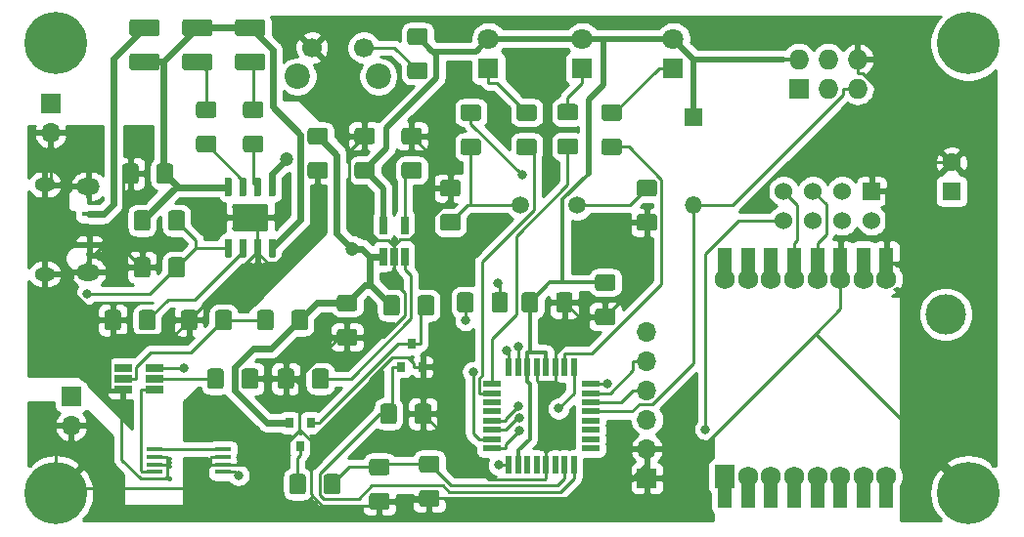
<source format=gbr>
G04 #@! TF.GenerationSoftware,KiCad,Pcbnew,6.0.0-rc1-unknown-dffa399~84~ubuntu16.04.1*
G04 #@! TF.CreationDate,2019-01-25T19:03:02+01:00
G04 #@! TF.ProjectId,mySensors_door_switch,6d795365-6e73-46f7-9273-5f646f6f725f,1.0*
G04 #@! TF.SameCoordinates,Original*
G04 #@! TF.FileFunction,Copper,L1,Top*
G04 #@! TF.FilePolarity,Positive*
%FSLAX46Y46*%
G04 Gerber Fmt 4.6, Leading zero omitted, Abs format (unit mm)*
G04 Created by KiCad (PCBNEW 6.0.0-rc1-unknown-dffa399~84~ubuntu16.04.1) date pią, 25 sty 2019, 19:03:02*
%MOMM*%
%LPD*%
G04 APERTURE LIST*
%ADD10C,0.100000*%
%ADD11C,1.425000*%
%ADD12R,0.800000X0.900000*%
%ADD13C,1.600000*%
%ADD14R,1.600000X1.600000*%
%ADD15O,1.700000X1.700000*%
%ADD16R,1.700000X1.700000*%
%ADD17R,0.650000X1.560000*%
%ADD18R,1.300000X0.450000*%
%ADD19O,2.000000X1.450000*%
%ADD20O,1.800000X1.150000*%
%ADD21R,1.500000X1.500000*%
%ADD22O,1.500000X1.500000*%
%ADD23R,1.800000X1.800000*%
%ADD24C,1.800000*%
%ADD25C,3.500120*%
%ADD26C,0.800000*%
%ADD27C,5.400000*%
%ADD28R,1.727200X1.727200*%
%ADD29O,1.727200X1.727200*%
%ADD30R,1.450000X0.450000*%
%ADD31C,2.200000*%
%ADD32C,1.700000*%
%ADD33R,1.524000X1.524000*%
%ADD34C,1.524000*%
%ADD35R,1.200000X3.000000*%
%ADD36R,1.727200X2.000000*%
%ADD37C,1.727200*%
%ADD38R,0.550000X1.600000*%
%ADD39R,1.600000X0.550000*%
%ADD40C,2.410000*%
%ADD41C,0.500000*%
%ADD42C,0.600000*%
%ADD43R,1.560000X0.650000*%
%ADD44C,1.500000*%
%ADD45C,1.200000*%
%ADD46C,0.279400*%
%ADD47C,0.500000*%
%ADD48C,0.350000*%
%ADD49C,0.600000*%
%ADD50C,0.254000*%
G04 APERTURE END LIST*
D10*
G36*
X135980504Y-106746204D02*
G01*
X136004773Y-106749804D01*
X136028571Y-106755765D01*
X136051671Y-106764030D01*
X136073849Y-106774520D01*
X136094893Y-106787133D01*
X136114598Y-106801747D01*
X136132777Y-106818223D01*
X136149253Y-106836402D01*
X136163867Y-106856107D01*
X136176480Y-106877151D01*
X136186970Y-106899329D01*
X136195235Y-106922429D01*
X136201196Y-106946227D01*
X136204796Y-106970496D01*
X136206000Y-106995000D01*
X136206000Y-107920000D01*
X136204796Y-107944504D01*
X136201196Y-107968773D01*
X136195235Y-107992571D01*
X136186970Y-108015671D01*
X136176480Y-108037849D01*
X136163867Y-108058893D01*
X136149253Y-108078598D01*
X136132777Y-108096777D01*
X136114598Y-108113253D01*
X136094893Y-108127867D01*
X136073849Y-108140480D01*
X136051671Y-108150970D01*
X136028571Y-108159235D01*
X136004773Y-108165196D01*
X135980504Y-108168796D01*
X135956000Y-108170000D01*
X134706000Y-108170000D01*
X134681496Y-108168796D01*
X134657227Y-108165196D01*
X134633429Y-108159235D01*
X134610329Y-108150970D01*
X134588151Y-108140480D01*
X134567107Y-108127867D01*
X134547402Y-108113253D01*
X134529223Y-108096777D01*
X134512747Y-108078598D01*
X134498133Y-108058893D01*
X134485520Y-108037849D01*
X134475030Y-108015671D01*
X134466765Y-107992571D01*
X134460804Y-107968773D01*
X134457204Y-107944504D01*
X134456000Y-107920000D01*
X134456000Y-106995000D01*
X134457204Y-106970496D01*
X134460804Y-106946227D01*
X134466765Y-106922429D01*
X134475030Y-106899329D01*
X134485520Y-106877151D01*
X134498133Y-106856107D01*
X134512747Y-106836402D01*
X134529223Y-106818223D01*
X134547402Y-106801747D01*
X134567107Y-106787133D01*
X134588151Y-106774520D01*
X134610329Y-106764030D01*
X134633429Y-106755765D01*
X134657227Y-106749804D01*
X134681496Y-106746204D01*
X134706000Y-106745000D01*
X135956000Y-106745000D01*
X135980504Y-106746204D01*
X135980504Y-106746204D01*
G37*
D11*
X135331000Y-107457500D03*
D10*
G36*
X135980504Y-103771204D02*
G01*
X136004773Y-103774804D01*
X136028571Y-103780765D01*
X136051671Y-103789030D01*
X136073849Y-103799520D01*
X136094893Y-103812133D01*
X136114598Y-103826747D01*
X136132777Y-103843223D01*
X136149253Y-103861402D01*
X136163867Y-103881107D01*
X136176480Y-103902151D01*
X136186970Y-103924329D01*
X136195235Y-103947429D01*
X136201196Y-103971227D01*
X136204796Y-103995496D01*
X136206000Y-104020000D01*
X136206000Y-104945000D01*
X136204796Y-104969504D01*
X136201196Y-104993773D01*
X136195235Y-105017571D01*
X136186970Y-105040671D01*
X136176480Y-105062849D01*
X136163867Y-105083893D01*
X136149253Y-105103598D01*
X136132777Y-105121777D01*
X136114598Y-105138253D01*
X136094893Y-105152867D01*
X136073849Y-105165480D01*
X136051671Y-105175970D01*
X136028571Y-105184235D01*
X136004773Y-105190196D01*
X135980504Y-105193796D01*
X135956000Y-105195000D01*
X134706000Y-105195000D01*
X134681496Y-105193796D01*
X134657227Y-105190196D01*
X134633429Y-105184235D01*
X134610329Y-105175970D01*
X134588151Y-105165480D01*
X134567107Y-105152867D01*
X134547402Y-105138253D01*
X134529223Y-105121777D01*
X134512747Y-105103598D01*
X134498133Y-105083893D01*
X134485520Y-105062849D01*
X134475030Y-105040671D01*
X134466765Y-105017571D01*
X134460804Y-104993773D01*
X134457204Y-104969504D01*
X134456000Y-104945000D01*
X134456000Y-104020000D01*
X134457204Y-103995496D01*
X134460804Y-103971227D01*
X134466765Y-103947429D01*
X134475030Y-103924329D01*
X134485520Y-103902151D01*
X134498133Y-103881107D01*
X134512747Y-103861402D01*
X134529223Y-103843223D01*
X134547402Y-103826747D01*
X134567107Y-103812133D01*
X134588151Y-103799520D01*
X134610329Y-103789030D01*
X134633429Y-103780765D01*
X134657227Y-103774804D01*
X134681496Y-103771204D01*
X134706000Y-103770000D01*
X135956000Y-103770000D01*
X135980504Y-103771204D01*
X135980504Y-103771204D01*
G37*
D11*
X135331000Y-104482500D03*
D10*
G36*
X127399504Y-105350204D02*
G01*
X127423773Y-105353804D01*
X127447571Y-105359765D01*
X127470671Y-105368030D01*
X127492849Y-105378520D01*
X127513893Y-105391133D01*
X127533598Y-105405747D01*
X127551777Y-105422223D01*
X127568253Y-105440402D01*
X127582867Y-105460107D01*
X127595480Y-105481151D01*
X127605970Y-105503329D01*
X127614235Y-105526429D01*
X127620196Y-105550227D01*
X127623796Y-105574496D01*
X127625000Y-105599000D01*
X127625000Y-106849000D01*
X127623796Y-106873504D01*
X127620196Y-106897773D01*
X127614235Y-106921571D01*
X127605970Y-106944671D01*
X127595480Y-106966849D01*
X127582867Y-106987893D01*
X127568253Y-107007598D01*
X127551777Y-107025777D01*
X127533598Y-107042253D01*
X127513893Y-107056867D01*
X127492849Y-107069480D01*
X127470671Y-107079970D01*
X127447571Y-107088235D01*
X127423773Y-107094196D01*
X127399504Y-107097796D01*
X127375000Y-107099000D01*
X126450000Y-107099000D01*
X126425496Y-107097796D01*
X126401227Y-107094196D01*
X126377429Y-107088235D01*
X126354329Y-107079970D01*
X126332151Y-107069480D01*
X126311107Y-107056867D01*
X126291402Y-107042253D01*
X126273223Y-107025777D01*
X126256747Y-107007598D01*
X126242133Y-106987893D01*
X126229520Y-106966849D01*
X126219030Y-106944671D01*
X126210765Y-106921571D01*
X126204804Y-106897773D01*
X126201204Y-106873504D01*
X126200000Y-106849000D01*
X126200000Y-105599000D01*
X126201204Y-105574496D01*
X126204804Y-105550227D01*
X126210765Y-105526429D01*
X126219030Y-105503329D01*
X126229520Y-105481151D01*
X126242133Y-105460107D01*
X126256747Y-105440402D01*
X126273223Y-105422223D01*
X126291402Y-105405747D01*
X126311107Y-105391133D01*
X126332151Y-105378520D01*
X126354329Y-105368030D01*
X126377429Y-105359765D01*
X126401227Y-105353804D01*
X126425496Y-105350204D01*
X126450000Y-105349000D01*
X127375000Y-105349000D01*
X127399504Y-105350204D01*
X127399504Y-105350204D01*
G37*
D11*
X126912500Y-106224000D03*
D10*
G36*
X124424504Y-105350204D02*
G01*
X124448773Y-105353804D01*
X124472571Y-105359765D01*
X124495671Y-105368030D01*
X124517849Y-105378520D01*
X124538893Y-105391133D01*
X124558598Y-105405747D01*
X124576777Y-105422223D01*
X124593253Y-105440402D01*
X124607867Y-105460107D01*
X124620480Y-105481151D01*
X124630970Y-105503329D01*
X124639235Y-105526429D01*
X124645196Y-105550227D01*
X124648796Y-105574496D01*
X124650000Y-105599000D01*
X124650000Y-106849000D01*
X124648796Y-106873504D01*
X124645196Y-106897773D01*
X124639235Y-106921571D01*
X124630970Y-106944671D01*
X124620480Y-106966849D01*
X124607867Y-106987893D01*
X124593253Y-107007598D01*
X124576777Y-107025777D01*
X124558598Y-107042253D01*
X124538893Y-107056867D01*
X124517849Y-107069480D01*
X124495671Y-107079970D01*
X124472571Y-107088235D01*
X124448773Y-107094196D01*
X124424504Y-107097796D01*
X124400000Y-107099000D01*
X123475000Y-107099000D01*
X123450496Y-107097796D01*
X123426227Y-107094196D01*
X123402429Y-107088235D01*
X123379329Y-107079970D01*
X123357151Y-107069480D01*
X123336107Y-107056867D01*
X123316402Y-107042253D01*
X123298223Y-107025777D01*
X123281747Y-107007598D01*
X123267133Y-106987893D01*
X123254520Y-106966849D01*
X123244030Y-106944671D01*
X123235765Y-106921571D01*
X123229804Y-106897773D01*
X123226204Y-106873504D01*
X123225000Y-106849000D01*
X123225000Y-105599000D01*
X123226204Y-105574496D01*
X123229804Y-105550227D01*
X123235765Y-105526429D01*
X123244030Y-105503329D01*
X123254520Y-105481151D01*
X123267133Y-105460107D01*
X123281747Y-105440402D01*
X123298223Y-105422223D01*
X123316402Y-105405747D01*
X123336107Y-105391133D01*
X123357151Y-105378520D01*
X123379329Y-105368030D01*
X123402429Y-105359765D01*
X123426227Y-105353804D01*
X123450496Y-105350204D01*
X123475000Y-105349000D01*
X124400000Y-105349000D01*
X124424504Y-105350204D01*
X124424504Y-105350204D01*
G37*
D11*
X123937500Y-106224000D03*
D10*
G36*
X135273504Y-99254204D02*
G01*
X135297773Y-99257804D01*
X135321571Y-99263765D01*
X135344671Y-99272030D01*
X135366849Y-99282520D01*
X135387893Y-99295133D01*
X135407598Y-99309747D01*
X135425777Y-99326223D01*
X135442253Y-99344402D01*
X135456867Y-99364107D01*
X135469480Y-99385151D01*
X135479970Y-99407329D01*
X135488235Y-99430429D01*
X135494196Y-99454227D01*
X135497796Y-99478496D01*
X135499000Y-99503000D01*
X135499000Y-100753000D01*
X135497796Y-100777504D01*
X135494196Y-100801773D01*
X135488235Y-100825571D01*
X135479970Y-100848671D01*
X135469480Y-100870849D01*
X135456867Y-100891893D01*
X135442253Y-100911598D01*
X135425777Y-100929777D01*
X135407598Y-100946253D01*
X135387893Y-100960867D01*
X135366849Y-100973480D01*
X135344671Y-100983970D01*
X135321571Y-100992235D01*
X135297773Y-100998196D01*
X135273504Y-101001796D01*
X135249000Y-101003000D01*
X134324000Y-101003000D01*
X134299496Y-101001796D01*
X134275227Y-100998196D01*
X134251429Y-100992235D01*
X134228329Y-100983970D01*
X134206151Y-100973480D01*
X134185107Y-100960867D01*
X134165402Y-100946253D01*
X134147223Y-100929777D01*
X134130747Y-100911598D01*
X134116133Y-100891893D01*
X134103520Y-100870849D01*
X134093030Y-100848671D01*
X134084765Y-100825571D01*
X134078804Y-100801773D01*
X134075204Y-100777504D01*
X134074000Y-100753000D01*
X134074000Y-99503000D01*
X134075204Y-99478496D01*
X134078804Y-99454227D01*
X134084765Y-99430429D01*
X134093030Y-99407329D01*
X134103520Y-99385151D01*
X134116133Y-99364107D01*
X134130747Y-99344402D01*
X134147223Y-99326223D01*
X134165402Y-99309747D01*
X134185107Y-99295133D01*
X134206151Y-99282520D01*
X134228329Y-99272030D01*
X134251429Y-99263765D01*
X134275227Y-99257804D01*
X134299496Y-99254204D01*
X134324000Y-99253000D01*
X135249000Y-99253000D01*
X135273504Y-99254204D01*
X135273504Y-99254204D01*
G37*
D11*
X134786500Y-100128000D03*
D10*
G36*
X132298504Y-99254204D02*
G01*
X132322773Y-99257804D01*
X132346571Y-99263765D01*
X132369671Y-99272030D01*
X132391849Y-99282520D01*
X132412893Y-99295133D01*
X132432598Y-99309747D01*
X132450777Y-99326223D01*
X132467253Y-99344402D01*
X132481867Y-99364107D01*
X132494480Y-99385151D01*
X132504970Y-99407329D01*
X132513235Y-99430429D01*
X132519196Y-99454227D01*
X132522796Y-99478496D01*
X132524000Y-99503000D01*
X132524000Y-100753000D01*
X132522796Y-100777504D01*
X132519196Y-100801773D01*
X132513235Y-100825571D01*
X132504970Y-100848671D01*
X132494480Y-100870849D01*
X132481867Y-100891893D01*
X132467253Y-100911598D01*
X132450777Y-100929777D01*
X132432598Y-100946253D01*
X132412893Y-100960867D01*
X132391849Y-100973480D01*
X132369671Y-100983970D01*
X132346571Y-100992235D01*
X132322773Y-100998196D01*
X132298504Y-101001796D01*
X132274000Y-101003000D01*
X131349000Y-101003000D01*
X131324496Y-101001796D01*
X131300227Y-100998196D01*
X131276429Y-100992235D01*
X131253329Y-100983970D01*
X131231151Y-100973480D01*
X131210107Y-100960867D01*
X131190402Y-100946253D01*
X131172223Y-100929777D01*
X131155747Y-100911598D01*
X131141133Y-100891893D01*
X131128520Y-100870849D01*
X131118030Y-100848671D01*
X131109765Y-100825571D01*
X131103804Y-100801773D01*
X131100204Y-100777504D01*
X131099000Y-100753000D01*
X131099000Y-99503000D01*
X131100204Y-99478496D01*
X131103804Y-99454227D01*
X131109765Y-99430429D01*
X131118030Y-99407329D01*
X131128520Y-99385151D01*
X131141133Y-99364107D01*
X131155747Y-99344402D01*
X131172223Y-99326223D01*
X131190402Y-99309747D01*
X131210107Y-99295133D01*
X131231151Y-99282520D01*
X131253329Y-99272030D01*
X131276429Y-99263765D01*
X131300227Y-99257804D01*
X131324496Y-99254204D01*
X131349000Y-99253000D01*
X132274000Y-99253000D01*
X132298504Y-99254204D01*
X132298504Y-99254204D01*
G37*
D11*
X131811500Y-100128000D03*
D10*
G36*
X135527504Y-89856404D02*
G01*
X135551773Y-89860004D01*
X135575571Y-89865965D01*
X135598671Y-89874230D01*
X135620849Y-89884720D01*
X135641893Y-89897333D01*
X135661598Y-89911947D01*
X135679777Y-89928423D01*
X135696253Y-89946602D01*
X135710867Y-89966307D01*
X135723480Y-89987351D01*
X135733970Y-90009529D01*
X135742235Y-90032629D01*
X135748196Y-90056427D01*
X135751796Y-90080696D01*
X135753000Y-90105200D01*
X135753000Y-91355200D01*
X135751796Y-91379704D01*
X135748196Y-91403973D01*
X135742235Y-91427771D01*
X135733970Y-91450871D01*
X135723480Y-91473049D01*
X135710867Y-91494093D01*
X135696253Y-91513798D01*
X135679777Y-91531977D01*
X135661598Y-91548453D01*
X135641893Y-91563067D01*
X135620849Y-91575680D01*
X135598671Y-91586170D01*
X135575571Y-91594435D01*
X135551773Y-91600396D01*
X135527504Y-91603996D01*
X135503000Y-91605200D01*
X134578000Y-91605200D01*
X134553496Y-91603996D01*
X134529227Y-91600396D01*
X134505429Y-91594435D01*
X134482329Y-91586170D01*
X134460151Y-91575680D01*
X134439107Y-91563067D01*
X134419402Y-91548453D01*
X134401223Y-91531977D01*
X134384747Y-91513798D01*
X134370133Y-91494093D01*
X134357520Y-91473049D01*
X134347030Y-91450871D01*
X134338765Y-91427771D01*
X134332804Y-91403973D01*
X134329204Y-91379704D01*
X134328000Y-91355200D01*
X134328000Y-90105200D01*
X134329204Y-90080696D01*
X134332804Y-90056427D01*
X134338765Y-90032629D01*
X134347030Y-90009529D01*
X134357520Y-89987351D01*
X134370133Y-89966307D01*
X134384747Y-89946602D01*
X134401223Y-89928423D01*
X134419402Y-89911947D01*
X134439107Y-89897333D01*
X134460151Y-89884720D01*
X134482329Y-89874230D01*
X134505429Y-89865965D01*
X134529227Y-89860004D01*
X134553496Y-89856404D01*
X134578000Y-89855200D01*
X135503000Y-89855200D01*
X135527504Y-89856404D01*
X135527504Y-89856404D01*
G37*
D11*
X135040500Y-90730200D03*
D10*
G36*
X132552504Y-89856404D02*
G01*
X132576773Y-89860004D01*
X132600571Y-89865965D01*
X132623671Y-89874230D01*
X132645849Y-89884720D01*
X132666893Y-89897333D01*
X132686598Y-89911947D01*
X132704777Y-89928423D01*
X132721253Y-89946602D01*
X132735867Y-89966307D01*
X132748480Y-89987351D01*
X132758970Y-90009529D01*
X132767235Y-90032629D01*
X132773196Y-90056427D01*
X132776796Y-90080696D01*
X132778000Y-90105200D01*
X132778000Y-91355200D01*
X132776796Y-91379704D01*
X132773196Y-91403973D01*
X132767235Y-91427771D01*
X132758970Y-91450871D01*
X132748480Y-91473049D01*
X132735867Y-91494093D01*
X132721253Y-91513798D01*
X132704777Y-91531977D01*
X132686598Y-91548453D01*
X132666893Y-91563067D01*
X132645849Y-91575680D01*
X132623671Y-91586170D01*
X132600571Y-91594435D01*
X132576773Y-91600396D01*
X132552504Y-91603996D01*
X132528000Y-91605200D01*
X131603000Y-91605200D01*
X131578496Y-91603996D01*
X131554227Y-91600396D01*
X131530429Y-91594435D01*
X131507329Y-91586170D01*
X131485151Y-91575680D01*
X131464107Y-91563067D01*
X131444402Y-91548453D01*
X131426223Y-91531977D01*
X131409747Y-91513798D01*
X131395133Y-91494093D01*
X131382520Y-91473049D01*
X131372030Y-91450871D01*
X131363765Y-91427771D01*
X131357804Y-91403973D01*
X131354204Y-91379704D01*
X131353000Y-91355200D01*
X131353000Y-90105200D01*
X131354204Y-90080696D01*
X131357804Y-90056427D01*
X131363765Y-90032629D01*
X131372030Y-90009529D01*
X131382520Y-89987351D01*
X131395133Y-89966307D01*
X131409747Y-89946602D01*
X131426223Y-89928423D01*
X131444402Y-89911947D01*
X131464107Y-89897333D01*
X131485151Y-89884720D01*
X131507329Y-89874230D01*
X131530429Y-89865965D01*
X131554227Y-89860004D01*
X131578496Y-89856404D01*
X131603000Y-89855200D01*
X132528000Y-89855200D01*
X132552504Y-89856404D01*
X132552504Y-89856404D01*
G37*
D11*
X132065500Y-90730200D03*
D12*
X133807000Y-94048200D03*
X134757000Y-96048200D03*
X132857000Y-96048200D03*
X124155000Y-102906000D03*
X123205000Y-100906000D03*
X125105000Y-100906000D03*
D10*
G36*
X131662504Y-107000204D02*
G01*
X131686773Y-107003804D01*
X131710571Y-107009765D01*
X131733671Y-107018030D01*
X131755849Y-107028520D01*
X131776893Y-107041133D01*
X131796598Y-107055747D01*
X131814777Y-107072223D01*
X131831253Y-107090402D01*
X131845867Y-107110107D01*
X131858480Y-107131151D01*
X131868970Y-107153329D01*
X131877235Y-107176429D01*
X131883196Y-107200227D01*
X131886796Y-107224496D01*
X131888000Y-107249000D01*
X131888000Y-108174000D01*
X131886796Y-108198504D01*
X131883196Y-108222773D01*
X131877235Y-108246571D01*
X131868970Y-108269671D01*
X131858480Y-108291849D01*
X131845867Y-108312893D01*
X131831253Y-108332598D01*
X131814777Y-108350777D01*
X131796598Y-108367253D01*
X131776893Y-108381867D01*
X131755849Y-108394480D01*
X131733671Y-108404970D01*
X131710571Y-108413235D01*
X131686773Y-108419196D01*
X131662504Y-108422796D01*
X131638000Y-108424000D01*
X130388000Y-108424000D01*
X130363496Y-108422796D01*
X130339227Y-108419196D01*
X130315429Y-108413235D01*
X130292329Y-108404970D01*
X130270151Y-108394480D01*
X130249107Y-108381867D01*
X130229402Y-108367253D01*
X130211223Y-108350777D01*
X130194747Y-108332598D01*
X130180133Y-108312893D01*
X130167520Y-108291849D01*
X130157030Y-108269671D01*
X130148765Y-108246571D01*
X130142804Y-108222773D01*
X130139204Y-108198504D01*
X130138000Y-108174000D01*
X130138000Y-107249000D01*
X130139204Y-107224496D01*
X130142804Y-107200227D01*
X130148765Y-107176429D01*
X130157030Y-107153329D01*
X130167520Y-107131151D01*
X130180133Y-107110107D01*
X130194747Y-107090402D01*
X130211223Y-107072223D01*
X130229402Y-107055747D01*
X130249107Y-107041133D01*
X130270151Y-107028520D01*
X130292329Y-107018030D01*
X130315429Y-107009765D01*
X130339227Y-107003804D01*
X130363496Y-107000204D01*
X130388000Y-106999000D01*
X131638000Y-106999000D01*
X131662504Y-107000204D01*
X131662504Y-107000204D01*
G37*
D11*
X131013000Y-107711500D03*
D10*
G36*
X131662504Y-104025204D02*
G01*
X131686773Y-104028804D01*
X131710571Y-104034765D01*
X131733671Y-104043030D01*
X131755849Y-104053520D01*
X131776893Y-104066133D01*
X131796598Y-104080747D01*
X131814777Y-104097223D01*
X131831253Y-104115402D01*
X131845867Y-104135107D01*
X131858480Y-104156151D01*
X131868970Y-104178329D01*
X131877235Y-104201429D01*
X131883196Y-104225227D01*
X131886796Y-104249496D01*
X131888000Y-104274000D01*
X131888000Y-105199000D01*
X131886796Y-105223504D01*
X131883196Y-105247773D01*
X131877235Y-105271571D01*
X131868970Y-105294671D01*
X131858480Y-105316849D01*
X131845867Y-105337893D01*
X131831253Y-105357598D01*
X131814777Y-105375777D01*
X131796598Y-105392253D01*
X131776893Y-105406867D01*
X131755849Y-105419480D01*
X131733671Y-105429970D01*
X131710571Y-105438235D01*
X131686773Y-105444196D01*
X131662504Y-105447796D01*
X131638000Y-105449000D01*
X130388000Y-105449000D01*
X130363496Y-105447796D01*
X130339227Y-105444196D01*
X130315429Y-105438235D01*
X130292329Y-105429970D01*
X130270151Y-105419480D01*
X130249107Y-105406867D01*
X130229402Y-105392253D01*
X130211223Y-105375777D01*
X130194747Y-105357598D01*
X130180133Y-105337893D01*
X130167520Y-105316849D01*
X130157030Y-105294671D01*
X130148765Y-105271571D01*
X130142804Y-105247773D01*
X130139204Y-105223504D01*
X130138000Y-105199000D01*
X130138000Y-104274000D01*
X130139204Y-104249496D01*
X130142804Y-104225227D01*
X130148765Y-104201429D01*
X130157030Y-104178329D01*
X130167520Y-104156151D01*
X130180133Y-104135107D01*
X130194747Y-104115402D01*
X130211223Y-104097223D01*
X130229402Y-104080747D01*
X130249107Y-104066133D01*
X130270151Y-104053520D01*
X130292329Y-104043030D01*
X130315429Y-104034765D01*
X130339227Y-104028804D01*
X130363496Y-104025204D01*
X130388000Y-104024000D01*
X131638000Y-104024000D01*
X131662504Y-104025204D01*
X131662504Y-104025204D01*
G37*
D11*
X131013000Y-104736500D03*
D10*
G36*
X110962504Y-86554404D02*
G01*
X110986773Y-86558004D01*
X111010571Y-86563965D01*
X111033671Y-86572230D01*
X111055849Y-86582720D01*
X111076893Y-86595333D01*
X111096598Y-86609947D01*
X111114777Y-86626423D01*
X111131253Y-86644602D01*
X111145867Y-86664307D01*
X111158480Y-86685351D01*
X111168970Y-86707529D01*
X111177235Y-86730629D01*
X111183196Y-86754427D01*
X111186796Y-86778696D01*
X111188000Y-86803200D01*
X111188000Y-88053200D01*
X111186796Y-88077704D01*
X111183196Y-88101973D01*
X111177235Y-88125771D01*
X111168970Y-88148871D01*
X111158480Y-88171049D01*
X111145867Y-88192093D01*
X111131253Y-88211798D01*
X111114777Y-88229977D01*
X111096598Y-88246453D01*
X111076893Y-88261067D01*
X111055849Y-88273680D01*
X111033671Y-88284170D01*
X111010571Y-88292435D01*
X110986773Y-88298396D01*
X110962504Y-88301996D01*
X110938000Y-88303200D01*
X110013000Y-88303200D01*
X109988496Y-88301996D01*
X109964227Y-88298396D01*
X109940429Y-88292435D01*
X109917329Y-88284170D01*
X109895151Y-88273680D01*
X109874107Y-88261067D01*
X109854402Y-88246453D01*
X109836223Y-88229977D01*
X109819747Y-88211798D01*
X109805133Y-88192093D01*
X109792520Y-88171049D01*
X109782030Y-88148871D01*
X109773765Y-88125771D01*
X109767804Y-88101973D01*
X109764204Y-88077704D01*
X109763000Y-88053200D01*
X109763000Y-86803200D01*
X109764204Y-86778696D01*
X109767804Y-86754427D01*
X109773765Y-86730629D01*
X109782030Y-86707529D01*
X109792520Y-86685351D01*
X109805133Y-86664307D01*
X109819747Y-86644602D01*
X109836223Y-86626423D01*
X109854402Y-86609947D01*
X109874107Y-86595333D01*
X109895151Y-86582720D01*
X109917329Y-86572230D01*
X109940429Y-86563965D01*
X109964227Y-86558004D01*
X109988496Y-86554404D01*
X110013000Y-86553200D01*
X110938000Y-86553200D01*
X110962504Y-86554404D01*
X110962504Y-86554404D01*
G37*
D11*
X110475500Y-87428200D03*
D10*
G36*
X113937504Y-86554404D02*
G01*
X113961773Y-86558004D01*
X113985571Y-86563965D01*
X114008671Y-86572230D01*
X114030849Y-86582720D01*
X114051893Y-86595333D01*
X114071598Y-86609947D01*
X114089777Y-86626423D01*
X114106253Y-86644602D01*
X114120867Y-86664307D01*
X114133480Y-86685351D01*
X114143970Y-86707529D01*
X114152235Y-86730629D01*
X114158196Y-86754427D01*
X114161796Y-86778696D01*
X114163000Y-86803200D01*
X114163000Y-88053200D01*
X114161796Y-88077704D01*
X114158196Y-88101973D01*
X114152235Y-88125771D01*
X114143970Y-88148871D01*
X114133480Y-88171049D01*
X114120867Y-88192093D01*
X114106253Y-88211798D01*
X114089777Y-88229977D01*
X114071598Y-88246453D01*
X114051893Y-88261067D01*
X114030849Y-88273680D01*
X114008671Y-88284170D01*
X113985571Y-88292435D01*
X113961773Y-88298396D01*
X113937504Y-88301996D01*
X113913000Y-88303200D01*
X112988000Y-88303200D01*
X112963496Y-88301996D01*
X112939227Y-88298396D01*
X112915429Y-88292435D01*
X112892329Y-88284170D01*
X112870151Y-88273680D01*
X112849107Y-88261067D01*
X112829402Y-88246453D01*
X112811223Y-88229977D01*
X112794747Y-88211798D01*
X112780133Y-88192093D01*
X112767520Y-88171049D01*
X112757030Y-88148871D01*
X112748765Y-88125771D01*
X112742804Y-88101973D01*
X112739204Y-88077704D01*
X112738000Y-88053200D01*
X112738000Y-86803200D01*
X112739204Y-86778696D01*
X112742804Y-86754427D01*
X112748765Y-86730629D01*
X112757030Y-86707529D01*
X112767520Y-86685351D01*
X112780133Y-86664307D01*
X112794747Y-86644602D01*
X112811223Y-86626423D01*
X112829402Y-86609947D01*
X112849107Y-86595333D01*
X112870151Y-86582720D01*
X112892329Y-86572230D01*
X112915429Y-86563965D01*
X112939227Y-86558004D01*
X112963496Y-86554404D01*
X112988000Y-86553200D01*
X113913000Y-86553200D01*
X113937504Y-86554404D01*
X113937504Y-86554404D01*
G37*
D11*
X113450500Y-87428200D03*
D10*
G36*
X113937504Y-82490404D02*
G01*
X113961773Y-82494004D01*
X113985571Y-82499965D01*
X114008671Y-82508230D01*
X114030849Y-82518720D01*
X114051893Y-82531333D01*
X114071598Y-82545947D01*
X114089777Y-82562423D01*
X114106253Y-82580602D01*
X114120867Y-82600307D01*
X114133480Y-82621351D01*
X114143970Y-82643529D01*
X114152235Y-82666629D01*
X114158196Y-82690427D01*
X114161796Y-82714696D01*
X114163000Y-82739200D01*
X114163000Y-83989200D01*
X114161796Y-84013704D01*
X114158196Y-84037973D01*
X114152235Y-84061771D01*
X114143970Y-84084871D01*
X114133480Y-84107049D01*
X114120867Y-84128093D01*
X114106253Y-84147798D01*
X114089777Y-84165977D01*
X114071598Y-84182453D01*
X114051893Y-84197067D01*
X114030849Y-84209680D01*
X114008671Y-84220170D01*
X113985571Y-84228435D01*
X113961773Y-84234396D01*
X113937504Y-84237996D01*
X113913000Y-84239200D01*
X112988000Y-84239200D01*
X112963496Y-84237996D01*
X112939227Y-84234396D01*
X112915429Y-84228435D01*
X112892329Y-84220170D01*
X112870151Y-84209680D01*
X112849107Y-84197067D01*
X112829402Y-84182453D01*
X112811223Y-84165977D01*
X112794747Y-84147798D01*
X112780133Y-84128093D01*
X112767520Y-84107049D01*
X112757030Y-84084871D01*
X112748765Y-84061771D01*
X112742804Y-84037973D01*
X112739204Y-84013704D01*
X112738000Y-83989200D01*
X112738000Y-82739200D01*
X112739204Y-82714696D01*
X112742804Y-82690427D01*
X112748765Y-82666629D01*
X112757030Y-82643529D01*
X112767520Y-82621351D01*
X112780133Y-82600307D01*
X112794747Y-82580602D01*
X112811223Y-82562423D01*
X112829402Y-82545947D01*
X112849107Y-82531333D01*
X112870151Y-82518720D01*
X112892329Y-82508230D01*
X112915429Y-82499965D01*
X112939227Y-82494004D01*
X112963496Y-82490404D01*
X112988000Y-82489200D01*
X113913000Y-82489200D01*
X113937504Y-82490404D01*
X113937504Y-82490404D01*
G37*
D11*
X113450500Y-83364200D03*
D10*
G36*
X110962504Y-82490404D02*
G01*
X110986773Y-82494004D01*
X111010571Y-82499965D01*
X111033671Y-82508230D01*
X111055849Y-82518720D01*
X111076893Y-82531333D01*
X111096598Y-82545947D01*
X111114777Y-82562423D01*
X111131253Y-82580602D01*
X111145867Y-82600307D01*
X111158480Y-82621351D01*
X111168970Y-82643529D01*
X111177235Y-82666629D01*
X111183196Y-82690427D01*
X111186796Y-82714696D01*
X111188000Y-82739200D01*
X111188000Y-83989200D01*
X111186796Y-84013704D01*
X111183196Y-84037973D01*
X111177235Y-84061771D01*
X111168970Y-84084871D01*
X111158480Y-84107049D01*
X111145867Y-84128093D01*
X111131253Y-84147798D01*
X111114777Y-84165977D01*
X111096598Y-84182453D01*
X111076893Y-84197067D01*
X111055849Y-84209680D01*
X111033671Y-84220170D01*
X111010571Y-84228435D01*
X110986773Y-84234396D01*
X110962504Y-84237996D01*
X110938000Y-84239200D01*
X110013000Y-84239200D01*
X109988496Y-84237996D01*
X109964227Y-84234396D01*
X109940429Y-84228435D01*
X109917329Y-84220170D01*
X109895151Y-84209680D01*
X109874107Y-84197067D01*
X109854402Y-84182453D01*
X109836223Y-84165977D01*
X109819747Y-84147798D01*
X109805133Y-84128093D01*
X109792520Y-84107049D01*
X109782030Y-84084871D01*
X109773765Y-84061771D01*
X109767804Y-84037973D01*
X109764204Y-84013704D01*
X109763000Y-83989200D01*
X109763000Y-82739200D01*
X109764204Y-82714696D01*
X109767804Y-82690427D01*
X109773765Y-82666629D01*
X109782030Y-82643529D01*
X109792520Y-82621351D01*
X109805133Y-82600307D01*
X109819747Y-82580602D01*
X109836223Y-82562423D01*
X109854402Y-82545947D01*
X109874107Y-82531333D01*
X109895151Y-82518720D01*
X109917329Y-82508230D01*
X109940429Y-82499965D01*
X109964227Y-82494004D01*
X109988496Y-82490404D01*
X110013000Y-82489200D01*
X110938000Y-82489200D01*
X110962504Y-82490404D01*
X110962504Y-82490404D01*
G37*
D11*
X110475500Y-83364200D03*
D10*
G36*
X115026504Y-91126404D02*
G01*
X115050773Y-91130004D01*
X115074571Y-91135965D01*
X115097671Y-91144230D01*
X115119849Y-91154720D01*
X115140893Y-91167333D01*
X115160598Y-91181947D01*
X115178777Y-91198423D01*
X115195253Y-91216602D01*
X115209867Y-91236307D01*
X115222480Y-91257351D01*
X115232970Y-91279529D01*
X115241235Y-91302629D01*
X115247196Y-91326427D01*
X115250796Y-91350696D01*
X115252000Y-91375200D01*
X115252000Y-92625200D01*
X115250796Y-92649704D01*
X115247196Y-92673973D01*
X115241235Y-92697771D01*
X115232970Y-92720871D01*
X115222480Y-92743049D01*
X115209867Y-92764093D01*
X115195253Y-92783798D01*
X115178777Y-92801977D01*
X115160598Y-92818453D01*
X115140893Y-92833067D01*
X115119849Y-92845680D01*
X115097671Y-92856170D01*
X115074571Y-92864435D01*
X115050773Y-92870396D01*
X115026504Y-92873996D01*
X115002000Y-92875200D01*
X114077000Y-92875200D01*
X114052496Y-92873996D01*
X114028227Y-92870396D01*
X114004429Y-92864435D01*
X113981329Y-92856170D01*
X113959151Y-92845680D01*
X113938107Y-92833067D01*
X113918402Y-92818453D01*
X113900223Y-92801977D01*
X113883747Y-92783798D01*
X113869133Y-92764093D01*
X113856520Y-92743049D01*
X113846030Y-92720871D01*
X113837765Y-92697771D01*
X113831804Y-92673973D01*
X113828204Y-92649704D01*
X113827000Y-92625200D01*
X113827000Y-91375200D01*
X113828204Y-91350696D01*
X113831804Y-91326427D01*
X113837765Y-91302629D01*
X113846030Y-91279529D01*
X113856520Y-91257351D01*
X113869133Y-91236307D01*
X113883747Y-91216602D01*
X113900223Y-91198423D01*
X113918402Y-91181947D01*
X113938107Y-91167333D01*
X113959151Y-91154720D01*
X113981329Y-91144230D01*
X114004429Y-91135965D01*
X114028227Y-91130004D01*
X114052496Y-91126404D01*
X114077000Y-91125200D01*
X115002000Y-91125200D01*
X115026504Y-91126404D01*
X115026504Y-91126404D01*
G37*
D11*
X114539500Y-92000200D03*
D10*
G36*
X118001504Y-91126404D02*
G01*
X118025773Y-91130004D01*
X118049571Y-91135965D01*
X118072671Y-91144230D01*
X118094849Y-91154720D01*
X118115893Y-91167333D01*
X118135598Y-91181947D01*
X118153777Y-91198423D01*
X118170253Y-91216602D01*
X118184867Y-91236307D01*
X118197480Y-91257351D01*
X118207970Y-91279529D01*
X118216235Y-91302629D01*
X118222196Y-91326427D01*
X118225796Y-91350696D01*
X118227000Y-91375200D01*
X118227000Y-92625200D01*
X118225796Y-92649704D01*
X118222196Y-92673973D01*
X118216235Y-92697771D01*
X118207970Y-92720871D01*
X118197480Y-92743049D01*
X118184867Y-92764093D01*
X118170253Y-92783798D01*
X118153777Y-92801977D01*
X118135598Y-92818453D01*
X118115893Y-92833067D01*
X118094849Y-92845680D01*
X118072671Y-92856170D01*
X118049571Y-92864435D01*
X118025773Y-92870396D01*
X118001504Y-92873996D01*
X117977000Y-92875200D01*
X117052000Y-92875200D01*
X117027496Y-92873996D01*
X117003227Y-92870396D01*
X116979429Y-92864435D01*
X116956329Y-92856170D01*
X116934151Y-92845680D01*
X116913107Y-92833067D01*
X116893402Y-92818453D01*
X116875223Y-92801977D01*
X116858747Y-92783798D01*
X116844133Y-92764093D01*
X116831520Y-92743049D01*
X116821030Y-92720871D01*
X116812765Y-92697771D01*
X116806804Y-92673973D01*
X116803204Y-92649704D01*
X116802000Y-92625200D01*
X116802000Y-91375200D01*
X116803204Y-91350696D01*
X116806804Y-91326427D01*
X116812765Y-91302629D01*
X116821030Y-91279529D01*
X116831520Y-91257351D01*
X116844133Y-91236307D01*
X116858747Y-91216602D01*
X116875223Y-91198423D01*
X116893402Y-91181947D01*
X116913107Y-91167333D01*
X116934151Y-91154720D01*
X116956329Y-91144230D01*
X116979429Y-91135965D01*
X117003227Y-91130004D01*
X117027496Y-91126404D01*
X117052000Y-91125200D01*
X117977000Y-91125200D01*
X118001504Y-91126404D01*
X118001504Y-91126404D01*
G37*
D11*
X117514500Y-92000200D03*
D13*
X180543000Y-78324200D03*
D14*
X180543000Y-80824200D03*
D15*
X104343000Y-101144200D03*
D16*
X104343000Y-98604200D03*
D15*
X102565000Y-75744200D03*
D16*
X102565000Y-73204200D03*
D17*
X131333000Y-83792200D03*
X133233000Y-83792200D03*
X133233000Y-86492200D03*
X132283000Y-86492200D03*
X131333000Y-86492200D03*
D10*
G36*
X116676504Y-73037404D02*
G01*
X116700773Y-73041004D01*
X116724571Y-73046965D01*
X116747671Y-73055230D01*
X116769849Y-73065720D01*
X116790893Y-73078333D01*
X116810598Y-73092947D01*
X116828777Y-73109423D01*
X116845253Y-73127602D01*
X116859867Y-73147307D01*
X116872480Y-73168351D01*
X116882970Y-73190529D01*
X116891235Y-73213629D01*
X116897196Y-73237427D01*
X116900796Y-73261696D01*
X116902000Y-73286200D01*
X116902000Y-74211200D01*
X116900796Y-74235704D01*
X116897196Y-74259973D01*
X116891235Y-74283771D01*
X116882970Y-74306871D01*
X116872480Y-74329049D01*
X116859867Y-74350093D01*
X116845253Y-74369798D01*
X116828777Y-74387977D01*
X116810598Y-74404453D01*
X116790893Y-74419067D01*
X116769849Y-74431680D01*
X116747671Y-74442170D01*
X116724571Y-74450435D01*
X116700773Y-74456396D01*
X116676504Y-74459996D01*
X116652000Y-74461200D01*
X115402000Y-74461200D01*
X115377496Y-74459996D01*
X115353227Y-74456396D01*
X115329429Y-74450435D01*
X115306329Y-74442170D01*
X115284151Y-74431680D01*
X115263107Y-74419067D01*
X115243402Y-74404453D01*
X115225223Y-74387977D01*
X115208747Y-74369798D01*
X115194133Y-74350093D01*
X115181520Y-74329049D01*
X115171030Y-74306871D01*
X115162765Y-74283771D01*
X115156804Y-74259973D01*
X115153204Y-74235704D01*
X115152000Y-74211200D01*
X115152000Y-73286200D01*
X115153204Y-73261696D01*
X115156804Y-73237427D01*
X115162765Y-73213629D01*
X115171030Y-73190529D01*
X115181520Y-73168351D01*
X115194133Y-73147307D01*
X115208747Y-73127602D01*
X115225223Y-73109423D01*
X115243402Y-73092947D01*
X115263107Y-73078333D01*
X115284151Y-73065720D01*
X115306329Y-73055230D01*
X115329429Y-73046965D01*
X115353227Y-73041004D01*
X115377496Y-73037404D01*
X115402000Y-73036200D01*
X116652000Y-73036200D01*
X116676504Y-73037404D01*
X116676504Y-73037404D01*
G37*
D11*
X116027000Y-73748700D03*
D10*
G36*
X116676504Y-76012404D02*
G01*
X116700773Y-76016004D01*
X116724571Y-76021965D01*
X116747671Y-76030230D01*
X116769849Y-76040720D01*
X116790893Y-76053333D01*
X116810598Y-76067947D01*
X116828777Y-76084423D01*
X116845253Y-76102602D01*
X116859867Y-76122307D01*
X116872480Y-76143351D01*
X116882970Y-76165529D01*
X116891235Y-76188629D01*
X116897196Y-76212427D01*
X116900796Y-76236696D01*
X116902000Y-76261200D01*
X116902000Y-77186200D01*
X116900796Y-77210704D01*
X116897196Y-77234973D01*
X116891235Y-77258771D01*
X116882970Y-77281871D01*
X116872480Y-77304049D01*
X116859867Y-77325093D01*
X116845253Y-77344798D01*
X116828777Y-77362977D01*
X116810598Y-77379453D01*
X116790893Y-77394067D01*
X116769849Y-77406680D01*
X116747671Y-77417170D01*
X116724571Y-77425435D01*
X116700773Y-77431396D01*
X116676504Y-77434996D01*
X116652000Y-77436200D01*
X115402000Y-77436200D01*
X115377496Y-77434996D01*
X115353227Y-77431396D01*
X115329429Y-77425435D01*
X115306329Y-77417170D01*
X115284151Y-77406680D01*
X115263107Y-77394067D01*
X115243402Y-77379453D01*
X115225223Y-77362977D01*
X115208747Y-77344798D01*
X115194133Y-77325093D01*
X115181520Y-77304049D01*
X115171030Y-77281871D01*
X115162765Y-77258771D01*
X115156804Y-77234973D01*
X115153204Y-77210704D01*
X115152000Y-77186200D01*
X115152000Y-76261200D01*
X115153204Y-76236696D01*
X115156804Y-76212427D01*
X115162765Y-76188629D01*
X115171030Y-76165529D01*
X115181520Y-76143351D01*
X115194133Y-76122307D01*
X115208747Y-76102602D01*
X115225223Y-76084423D01*
X115243402Y-76067947D01*
X115263107Y-76053333D01*
X115284151Y-76040720D01*
X115306329Y-76030230D01*
X115329429Y-76021965D01*
X115353227Y-76016004D01*
X115377496Y-76012404D01*
X115402000Y-76011200D01*
X116652000Y-76011200D01*
X116676504Y-76012404D01*
X116676504Y-76012404D01*
G37*
D11*
X116027000Y-76723700D03*
D10*
G36*
X126328504Y-78298404D02*
G01*
X126352773Y-78302004D01*
X126376571Y-78307965D01*
X126399671Y-78316230D01*
X126421849Y-78326720D01*
X126442893Y-78339333D01*
X126462598Y-78353947D01*
X126480777Y-78370423D01*
X126497253Y-78388602D01*
X126511867Y-78408307D01*
X126524480Y-78429351D01*
X126534970Y-78451529D01*
X126543235Y-78474629D01*
X126549196Y-78498427D01*
X126552796Y-78522696D01*
X126554000Y-78547200D01*
X126554000Y-79472200D01*
X126552796Y-79496704D01*
X126549196Y-79520973D01*
X126543235Y-79544771D01*
X126534970Y-79567871D01*
X126524480Y-79590049D01*
X126511867Y-79611093D01*
X126497253Y-79630798D01*
X126480777Y-79648977D01*
X126462598Y-79665453D01*
X126442893Y-79680067D01*
X126421849Y-79692680D01*
X126399671Y-79703170D01*
X126376571Y-79711435D01*
X126352773Y-79717396D01*
X126328504Y-79720996D01*
X126304000Y-79722200D01*
X125054000Y-79722200D01*
X125029496Y-79720996D01*
X125005227Y-79717396D01*
X124981429Y-79711435D01*
X124958329Y-79703170D01*
X124936151Y-79692680D01*
X124915107Y-79680067D01*
X124895402Y-79665453D01*
X124877223Y-79648977D01*
X124860747Y-79630798D01*
X124846133Y-79611093D01*
X124833520Y-79590049D01*
X124823030Y-79567871D01*
X124814765Y-79544771D01*
X124808804Y-79520973D01*
X124805204Y-79496704D01*
X124804000Y-79472200D01*
X124804000Y-78547200D01*
X124805204Y-78522696D01*
X124808804Y-78498427D01*
X124814765Y-78474629D01*
X124823030Y-78451529D01*
X124833520Y-78429351D01*
X124846133Y-78408307D01*
X124860747Y-78388602D01*
X124877223Y-78370423D01*
X124895402Y-78353947D01*
X124915107Y-78339333D01*
X124936151Y-78326720D01*
X124958329Y-78316230D01*
X124981429Y-78307965D01*
X125005227Y-78302004D01*
X125029496Y-78298404D01*
X125054000Y-78297200D01*
X126304000Y-78297200D01*
X126328504Y-78298404D01*
X126328504Y-78298404D01*
G37*
D11*
X125679000Y-79009700D03*
D10*
G36*
X126328504Y-75323404D02*
G01*
X126352773Y-75327004D01*
X126376571Y-75332965D01*
X126399671Y-75341230D01*
X126421849Y-75351720D01*
X126442893Y-75364333D01*
X126462598Y-75378947D01*
X126480777Y-75395423D01*
X126497253Y-75413602D01*
X126511867Y-75433307D01*
X126524480Y-75454351D01*
X126534970Y-75476529D01*
X126543235Y-75499629D01*
X126549196Y-75523427D01*
X126552796Y-75547696D01*
X126554000Y-75572200D01*
X126554000Y-76497200D01*
X126552796Y-76521704D01*
X126549196Y-76545973D01*
X126543235Y-76569771D01*
X126534970Y-76592871D01*
X126524480Y-76615049D01*
X126511867Y-76636093D01*
X126497253Y-76655798D01*
X126480777Y-76673977D01*
X126462598Y-76690453D01*
X126442893Y-76705067D01*
X126421849Y-76717680D01*
X126399671Y-76728170D01*
X126376571Y-76736435D01*
X126352773Y-76742396D01*
X126328504Y-76745996D01*
X126304000Y-76747200D01*
X125054000Y-76747200D01*
X125029496Y-76745996D01*
X125005227Y-76742396D01*
X124981429Y-76736435D01*
X124958329Y-76728170D01*
X124936151Y-76717680D01*
X124915107Y-76705067D01*
X124895402Y-76690453D01*
X124877223Y-76673977D01*
X124860747Y-76655798D01*
X124846133Y-76636093D01*
X124833520Y-76615049D01*
X124823030Y-76592871D01*
X124814765Y-76569771D01*
X124808804Y-76545973D01*
X124805204Y-76521704D01*
X124804000Y-76497200D01*
X124804000Y-75572200D01*
X124805204Y-75547696D01*
X124808804Y-75523427D01*
X124814765Y-75499629D01*
X124823030Y-75476529D01*
X124833520Y-75454351D01*
X124846133Y-75433307D01*
X124860747Y-75413602D01*
X124877223Y-75395423D01*
X124895402Y-75378947D01*
X124915107Y-75364333D01*
X124936151Y-75351720D01*
X124958329Y-75341230D01*
X124981429Y-75332965D01*
X125005227Y-75327004D01*
X125029496Y-75323404D01*
X125054000Y-75322200D01*
X126304000Y-75322200D01*
X126328504Y-75323404D01*
X126328504Y-75323404D01*
G37*
D11*
X125679000Y-76034700D03*
D10*
G36*
X128868504Y-92776404D02*
G01*
X128892773Y-92780004D01*
X128916571Y-92785965D01*
X128939671Y-92794230D01*
X128961849Y-92804720D01*
X128982893Y-92817333D01*
X129002598Y-92831947D01*
X129020777Y-92848423D01*
X129037253Y-92866602D01*
X129051867Y-92886307D01*
X129064480Y-92907351D01*
X129074970Y-92929529D01*
X129083235Y-92952629D01*
X129089196Y-92976427D01*
X129092796Y-93000696D01*
X129094000Y-93025200D01*
X129094000Y-93950200D01*
X129092796Y-93974704D01*
X129089196Y-93998973D01*
X129083235Y-94022771D01*
X129074970Y-94045871D01*
X129064480Y-94068049D01*
X129051867Y-94089093D01*
X129037253Y-94108798D01*
X129020777Y-94126977D01*
X129002598Y-94143453D01*
X128982893Y-94158067D01*
X128961849Y-94170680D01*
X128939671Y-94181170D01*
X128916571Y-94189435D01*
X128892773Y-94195396D01*
X128868504Y-94198996D01*
X128844000Y-94200200D01*
X127594000Y-94200200D01*
X127569496Y-94198996D01*
X127545227Y-94195396D01*
X127521429Y-94189435D01*
X127498329Y-94181170D01*
X127476151Y-94170680D01*
X127455107Y-94158067D01*
X127435402Y-94143453D01*
X127417223Y-94126977D01*
X127400747Y-94108798D01*
X127386133Y-94089093D01*
X127373520Y-94068049D01*
X127363030Y-94045871D01*
X127354765Y-94022771D01*
X127348804Y-93998973D01*
X127345204Y-93974704D01*
X127344000Y-93950200D01*
X127344000Y-93025200D01*
X127345204Y-93000696D01*
X127348804Y-92976427D01*
X127354765Y-92952629D01*
X127363030Y-92929529D01*
X127373520Y-92907351D01*
X127386133Y-92886307D01*
X127400747Y-92866602D01*
X127417223Y-92848423D01*
X127435402Y-92831947D01*
X127455107Y-92817333D01*
X127476151Y-92804720D01*
X127498329Y-92794230D01*
X127521429Y-92785965D01*
X127545227Y-92780004D01*
X127569496Y-92776404D01*
X127594000Y-92775200D01*
X128844000Y-92775200D01*
X128868504Y-92776404D01*
X128868504Y-92776404D01*
G37*
D11*
X128219000Y-93487700D03*
D10*
G36*
X128868504Y-89801404D02*
G01*
X128892773Y-89805004D01*
X128916571Y-89810965D01*
X128939671Y-89819230D01*
X128961849Y-89829720D01*
X128982893Y-89842333D01*
X129002598Y-89856947D01*
X129020777Y-89873423D01*
X129037253Y-89891602D01*
X129051867Y-89911307D01*
X129064480Y-89932351D01*
X129074970Y-89954529D01*
X129083235Y-89977629D01*
X129089196Y-90001427D01*
X129092796Y-90025696D01*
X129094000Y-90050200D01*
X129094000Y-90975200D01*
X129092796Y-90999704D01*
X129089196Y-91023973D01*
X129083235Y-91047771D01*
X129074970Y-91070871D01*
X129064480Y-91093049D01*
X129051867Y-91114093D01*
X129037253Y-91133798D01*
X129020777Y-91151977D01*
X129002598Y-91168453D01*
X128982893Y-91183067D01*
X128961849Y-91195680D01*
X128939671Y-91206170D01*
X128916571Y-91214435D01*
X128892773Y-91220396D01*
X128868504Y-91223996D01*
X128844000Y-91225200D01*
X127594000Y-91225200D01*
X127569496Y-91223996D01*
X127545227Y-91220396D01*
X127521429Y-91214435D01*
X127498329Y-91206170D01*
X127476151Y-91195680D01*
X127455107Y-91183067D01*
X127435402Y-91168453D01*
X127417223Y-91151977D01*
X127400747Y-91133798D01*
X127386133Y-91114093D01*
X127373520Y-91093049D01*
X127363030Y-91070871D01*
X127354765Y-91047771D01*
X127348804Y-91023973D01*
X127345204Y-90999704D01*
X127344000Y-90975200D01*
X127344000Y-90050200D01*
X127345204Y-90025696D01*
X127348804Y-90001427D01*
X127354765Y-89977629D01*
X127363030Y-89954529D01*
X127373520Y-89932351D01*
X127386133Y-89911307D01*
X127400747Y-89891602D01*
X127417223Y-89873423D01*
X127435402Y-89856947D01*
X127455107Y-89842333D01*
X127476151Y-89829720D01*
X127498329Y-89819230D01*
X127521429Y-89810965D01*
X127545227Y-89805004D01*
X127569496Y-89801404D01*
X127594000Y-89800200D01*
X128844000Y-89800200D01*
X128868504Y-89801404D01*
X128868504Y-89801404D01*
G37*
D11*
X128219000Y-90512700D03*
D10*
G36*
X109946504Y-78426404D02*
G01*
X109970773Y-78430004D01*
X109994571Y-78435965D01*
X110017671Y-78444230D01*
X110039849Y-78454720D01*
X110060893Y-78467333D01*
X110080598Y-78481947D01*
X110098777Y-78498423D01*
X110115253Y-78516602D01*
X110129867Y-78536307D01*
X110142480Y-78557351D01*
X110152970Y-78579529D01*
X110161235Y-78602629D01*
X110167196Y-78626427D01*
X110170796Y-78650696D01*
X110172000Y-78675200D01*
X110172000Y-79925200D01*
X110170796Y-79949704D01*
X110167196Y-79973973D01*
X110161235Y-79997771D01*
X110152970Y-80020871D01*
X110142480Y-80043049D01*
X110129867Y-80064093D01*
X110115253Y-80083798D01*
X110098777Y-80101977D01*
X110080598Y-80118453D01*
X110060893Y-80133067D01*
X110039849Y-80145680D01*
X110017671Y-80156170D01*
X109994571Y-80164435D01*
X109970773Y-80170396D01*
X109946504Y-80173996D01*
X109922000Y-80175200D01*
X108997000Y-80175200D01*
X108972496Y-80173996D01*
X108948227Y-80170396D01*
X108924429Y-80164435D01*
X108901329Y-80156170D01*
X108879151Y-80145680D01*
X108858107Y-80133067D01*
X108838402Y-80118453D01*
X108820223Y-80101977D01*
X108803747Y-80083798D01*
X108789133Y-80064093D01*
X108776520Y-80043049D01*
X108766030Y-80020871D01*
X108757765Y-79997771D01*
X108751804Y-79973973D01*
X108748204Y-79949704D01*
X108747000Y-79925200D01*
X108747000Y-78675200D01*
X108748204Y-78650696D01*
X108751804Y-78626427D01*
X108757765Y-78602629D01*
X108766030Y-78579529D01*
X108776520Y-78557351D01*
X108789133Y-78536307D01*
X108803747Y-78516602D01*
X108820223Y-78498423D01*
X108838402Y-78481947D01*
X108858107Y-78467333D01*
X108879151Y-78454720D01*
X108901329Y-78444230D01*
X108924429Y-78435965D01*
X108948227Y-78430004D01*
X108972496Y-78426404D01*
X108997000Y-78425200D01*
X109922000Y-78425200D01*
X109946504Y-78426404D01*
X109946504Y-78426404D01*
G37*
D11*
X109459500Y-79300200D03*
D10*
G36*
X112921504Y-78426404D02*
G01*
X112945773Y-78430004D01*
X112969571Y-78435965D01*
X112992671Y-78444230D01*
X113014849Y-78454720D01*
X113035893Y-78467333D01*
X113055598Y-78481947D01*
X113073777Y-78498423D01*
X113090253Y-78516602D01*
X113104867Y-78536307D01*
X113117480Y-78557351D01*
X113127970Y-78579529D01*
X113136235Y-78602629D01*
X113142196Y-78626427D01*
X113145796Y-78650696D01*
X113147000Y-78675200D01*
X113147000Y-79925200D01*
X113145796Y-79949704D01*
X113142196Y-79973973D01*
X113136235Y-79997771D01*
X113127970Y-80020871D01*
X113117480Y-80043049D01*
X113104867Y-80064093D01*
X113090253Y-80083798D01*
X113073777Y-80101977D01*
X113055598Y-80118453D01*
X113035893Y-80133067D01*
X113014849Y-80145680D01*
X112992671Y-80156170D01*
X112969571Y-80164435D01*
X112945773Y-80170396D01*
X112921504Y-80173996D01*
X112897000Y-80175200D01*
X111972000Y-80175200D01*
X111947496Y-80173996D01*
X111923227Y-80170396D01*
X111899429Y-80164435D01*
X111876329Y-80156170D01*
X111854151Y-80145680D01*
X111833107Y-80133067D01*
X111813402Y-80118453D01*
X111795223Y-80101977D01*
X111778747Y-80083798D01*
X111764133Y-80064093D01*
X111751520Y-80043049D01*
X111741030Y-80020871D01*
X111732765Y-79997771D01*
X111726804Y-79973973D01*
X111723204Y-79949704D01*
X111722000Y-79925200D01*
X111722000Y-78675200D01*
X111723204Y-78650696D01*
X111726804Y-78626427D01*
X111732765Y-78602629D01*
X111741030Y-78579529D01*
X111751520Y-78557351D01*
X111764133Y-78536307D01*
X111778747Y-78516602D01*
X111795223Y-78498423D01*
X111813402Y-78481947D01*
X111833107Y-78467333D01*
X111854151Y-78454720D01*
X111876329Y-78444230D01*
X111899429Y-78435965D01*
X111923227Y-78430004D01*
X111947496Y-78426404D01*
X111972000Y-78425200D01*
X112897000Y-78425200D01*
X112921504Y-78426404D01*
X112921504Y-78426404D01*
G37*
D11*
X112434500Y-79300200D03*
D18*
X105887000Y-82826200D03*
X105887000Y-85426200D03*
D19*
X105837000Y-80401200D03*
X105837000Y-87851200D03*
D20*
X102037000Y-80251200D03*
X102037000Y-88001200D03*
D10*
G36*
X144416504Y-76266404D02*
G01*
X144440773Y-76270004D01*
X144464571Y-76275965D01*
X144487671Y-76284230D01*
X144509849Y-76294720D01*
X144530893Y-76307333D01*
X144550598Y-76321947D01*
X144568777Y-76338423D01*
X144585253Y-76356602D01*
X144599867Y-76376307D01*
X144612480Y-76397351D01*
X144622970Y-76419529D01*
X144631235Y-76442629D01*
X144637196Y-76466427D01*
X144640796Y-76490696D01*
X144642000Y-76515200D01*
X144642000Y-77440200D01*
X144640796Y-77464704D01*
X144637196Y-77488973D01*
X144631235Y-77512771D01*
X144622970Y-77535871D01*
X144612480Y-77558049D01*
X144599867Y-77579093D01*
X144585253Y-77598798D01*
X144568777Y-77616977D01*
X144550598Y-77633453D01*
X144530893Y-77648067D01*
X144509849Y-77660680D01*
X144487671Y-77671170D01*
X144464571Y-77679435D01*
X144440773Y-77685396D01*
X144416504Y-77688996D01*
X144392000Y-77690200D01*
X143142000Y-77690200D01*
X143117496Y-77688996D01*
X143093227Y-77685396D01*
X143069429Y-77679435D01*
X143046329Y-77671170D01*
X143024151Y-77660680D01*
X143003107Y-77648067D01*
X142983402Y-77633453D01*
X142965223Y-77616977D01*
X142948747Y-77598798D01*
X142934133Y-77579093D01*
X142921520Y-77558049D01*
X142911030Y-77535871D01*
X142902765Y-77512771D01*
X142896804Y-77488973D01*
X142893204Y-77464704D01*
X142892000Y-77440200D01*
X142892000Y-76515200D01*
X142893204Y-76490696D01*
X142896804Y-76466427D01*
X142902765Y-76442629D01*
X142911030Y-76419529D01*
X142921520Y-76397351D01*
X142934133Y-76376307D01*
X142948747Y-76356602D01*
X142965223Y-76338423D01*
X142983402Y-76321947D01*
X143003107Y-76307333D01*
X143024151Y-76294720D01*
X143046329Y-76284230D01*
X143069429Y-76275965D01*
X143093227Y-76270004D01*
X143117496Y-76266404D01*
X143142000Y-76265200D01*
X144392000Y-76265200D01*
X144416504Y-76266404D01*
X144416504Y-76266404D01*
G37*
D11*
X143767000Y-76977700D03*
D10*
G36*
X144416504Y-73291404D02*
G01*
X144440773Y-73295004D01*
X144464571Y-73300965D01*
X144487671Y-73309230D01*
X144509849Y-73319720D01*
X144530893Y-73332333D01*
X144550598Y-73346947D01*
X144568777Y-73363423D01*
X144585253Y-73381602D01*
X144599867Y-73401307D01*
X144612480Y-73422351D01*
X144622970Y-73444529D01*
X144631235Y-73467629D01*
X144637196Y-73491427D01*
X144640796Y-73515696D01*
X144642000Y-73540200D01*
X144642000Y-74465200D01*
X144640796Y-74489704D01*
X144637196Y-74513973D01*
X144631235Y-74537771D01*
X144622970Y-74560871D01*
X144612480Y-74583049D01*
X144599867Y-74604093D01*
X144585253Y-74623798D01*
X144568777Y-74641977D01*
X144550598Y-74658453D01*
X144530893Y-74673067D01*
X144509849Y-74685680D01*
X144487671Y-74696170D01*
X144464571Y-74704435D01*
X144440773Y-74710396D01*
X144416504Y-74713996D01*
X144392000Y-74715200D01*
X143142000Y-74715200D01*
X143117496Y-74713996D01*
X143093227Y-74710396D01*
X143069429Y-74704435D01*
X143046329Y-74696170D01*
X143024151Y-74685680D01*
X143003107Y-74673067D01*
X142983402Y-74658453D01*
X142965223Y-74641977D01*
X142948747Y-74623798D01*
X142934133Y-74604093D01*
X142921520Y-74583049D01*
X142911030Y-74560871D01*
X142902765Y-74537771D01*
X142896804Y-74513973D01*
X142893204Y-74489704D01*
X142892000Y-74465200D01*
X142892000Y-73540200D01*
X142893204Y-73515696D01*
X142896804Y-73491427D01*
X142902765Y-73467629D01*
X142911030Y-73444529D01*
X142921520Y-73422351D01*
X142934133Y-73401307D01*
X142948747Y-73381602D01*
X142965223Y-73363423D01*
X142983402Y-73346947D01*
X143003107Y-73332333D01*
X143024151Y-73319720D01*
X143046329Y-73309230D01*
X143069429Y-73300965D01*
X143093227Y-73295004D01*
X143117496Y-73291404D01*
X143142000Y-73290200D01*
X144392000Y-73290200D01*
X144416504Y-73291404D01*
X144416504Y-73291404D01*
G37*
D11*
X143767000Y-74002700D03*
D10*
G36*
X147972504Y-76230404D02*
G01*
X147996773Y-76234004D01*
X148020571Y-76239965D01*
X148043671Y-76248230D01*
X148065849Y-76258720D01*
X148086893Y-76271333D01*
X148106598Y-76285947D01*
X148124777Y-76302423D01*
X148141253Y-76320602D01*
X148155867Y-76340307D01*
X148168480Y-76361351D01*
X148178970Y-76383529D01*
X148187235Y-76406629D01*
X148193196Y-76430427D01*
X148196796Y-76454696D01*
X148198000Y-76479200D01*
X148198000Y-77404200D01*
X148196796Y-77428704D01*
X148193196Y-77452973D01*
X148187235Y-77476771D01*
X148178970Y-77499871D01*
X148168480Y-77522049D01*
X148155867Y-77543093D01*
X148141253Y-77562798D01*
X148124777Y-77580977D01*
X148106598Y-77597453D01*
X148086893Y-77612067D01*
X148065849Y-77624680D01*
X148043671Y-77635170D01*
X148020571Y-77643435D01*
X147996773Y-77649396D01*
X147972504Y-77652996D01*
X147948000Y-77654200D01*
X146698000Y-77654200D01*
X146673496Y-77652996D01*
X146649227Y-77649396D01*
X146625429Y-77643435D01*
X146602329Y-77635170D01*
X146580151Y-77624680D01*
X146559107Y-77612067D01*
X146539402Y-77597453D01*
X146521223Y-77580977D01*
X146504747Y-77562798D01*
X146490133Y-77543093D01*
X146477520Y-77522049D01*
X146467030Y-77499871D01*
X146458765Y-77476771D01*
X146452804Y-77452973D01*
X146449204Y-77428704D01*
X146448000Y-77404200D01*
X146448000Y-76479200D01*
X146449204Y-76454696D01*
X146452804Y-76430427D01*
X146458765Y-76406629D01*
X146467030Y-76383529D01*
X146477520Y-76361351D01*
X146490133Y-76340307D01*
X146504747Y-76320602D01*
X146521223Y-76302423D01*
X146539402Y-76285947D01*
X146559107Y-76271333D01*
X146580151Y-76258720D01*
X146602329Y-76248230D01*
X146625429Y-76239965D01*
X146649227Y-76234004D01*
X146673496Y-76230404D01*
X146698000Y-76229200D01*
X147948000Y-76229200D01*
X147972504Y-76230404D01*
X147972504Y-76230404D01*
G37*
D11*
X147323000Y-76941700D03*
D10*
G36*
X147972504Y-73255404D02*
G01*
X147996773Y-73259004D01*
X148020571Y-73264965D01*
X148043671Y-73273230D01*
X148065849Y-73283720D01*
X148086893Y-73296333D01*
X148106598Y-73310947D01*
X148124777Y-73327423D01*
X148141253Y-73345602D01*
X148155867Y-73365307D01*
X148168480Y-73386351D01*
X148178970Y-73408529D01*
X148187235Y-73431629D01*
X148193196Y-73455427D01*
X148196796Y-73479696D01*
X148198000Y-73504200D01*
X148198000Y-74429200D01*
X148196796Y-74453704D01*
X148193196Y-74477973D01*
X148187235Y-74501771D01*
X148178970Y-74524871D01*
X148168480Y-74547049D01*
X148155867Y-74568093D01*
X148141253Y-74587798D01*
X148124777Y-74605977D01*
X148106598Y-74622453D01*
X148086893Y-74637067D01*
X148065849Y-74649680D01*
X148043671Y-74660170D01*
X148020571Y-74668435D01*
X147996773Y-74674396D01*
X147972504Y-74677996D01*
X147948000Y-74679200D01*
X146698000Y-74679200D01*
X146673496Y-74677996D01*
X146649227Y-74674396D01*
X146625429Y-74668435D01*
X146602329Y-74660170D01*
X146580151Y-74649680D01*
X146559107Y-74637067D01*
X146539402Y-74622453D01*
X146521223Y-74605977D01*
X146504747Y-74587798D01*
X146490133Y-74568093D01*
X146477520Y-74547049D01*
X146467030Y-74524871D01*
X146458765Y-74501771D01*
X146452804Y-74477973D01*
X146449204Y-74453704D01*
X146448000Y-74429200D01*
X146448000Y-73504200D01*
X146449204Y-73479696D01*
X146452804Y-73455427D01*
X146458765Y-73431629D01*
X146467030Y-73408529D01*
X146477520Y-73386351D01*
X146490133Y-73365307D01*
X146504747Y-73345602D01*
X146521223Y-73327423D01*
X146539402Y-73310947D01*
X146559107Y-73296333D01*
X146580151Y-73283720D01*
X146602329Y-73273230D01*
X146625429Y-73264965D01*
X146649227Y-73259004D01*
X146673496Y-73255404D01*
X146698000Y-73254200D01*
X147948000Y-73254200D01*
X147972504Y-73255404D01*
X147972504Y-73255404D01*
G37*
D11*
X147323000Y-73966700D03*
D10*
G36*
X151782504Y-76266404D02*
G01*
X151806773Y-76270004D01*
X151830571Y-76275965D01*
X151853671Y-76284230D01*
X151875849Y-76294720D01*
X151896893Y-76307333D01*
X151916598Y-76321947D01*
X151934777Y-76338423D01*
X151951253Y-76356602D01*
X151965867Y-76376307D01*
X151978480Y-76397351D01*
X151988970Y-76419529D01*
X151997235Y-76442629D01*
X152003196Y-76466427D01*
X152006796Y-76490696D01*
X152008000Y-76515200D01*
X152008000Y-77440200D01*
X152006796Y-77464704D01*
X152003196Y-77488973D01*
X151997235Y-77512771D01*
X151988970Y-77535871D01*
X151978480Y-77558049D01*
X151965867Y-77579093D01*
X151951253Y-77598798D01*
X151934777Y-77616977D01*
X151916598Y-77633453D01*
X151896893Y-77648067D01*
X151875849Y-77660680D01*
X151853671Y-77671170D01*
X151830571Y-77679435D01*
X151806773Y-77685396D01*
X151782504Y-77688996D01*
X151758000Y-77690200D01*
X150508000Y-77690200D01*
X150483496Y-77688996D01*
X150459227Y-77685396D01*
X150435429Y-77679435D01*
X150412329Y-77671170D01*
X150390151Y-77660680D01*
X150369107Y-77648067D01*
X150349402Y-77633453D01*
X150331223Y-77616977D01*
X150314747Y-77598798D01*
X150300133Y-77579093D01*
X150287520Y-77558049D01*
X150277030Y-77535871D01*
X150268765Y-77512771D01*
X150262804Y-77488973D01*
X150259204Y-77464704D01*
X150258000Y-77440200D01*
X150258000Y-76515200D01*
X150259204Y-76490696D01*
X150262804Y-76466427D01*
X150268765Y-76442629D01*
X150277030Y-76419529D01*
X150287520Y-76397351D01*
X150300133Y-76376307D01*
X150314747Y-76356602D01*
X150331223Y-76338423D01*
X150349402Y-76321947D01*
X150369107Y-76307333D01*
X150390151Y-76294720D01*
X150412329Y-76284230D01*
X150435429Y-76275965D01*
X150459227Y-76270004D01*
X150483496Y-76266404D01*
X150508000Y-76265200D01*
X151758000Y-76265200D01*
X151782504Y-76266404D01*
X151782504Y-76266404D01*
G37*
D11*
X151133000Y-76977700D03*
D10*
G36*
X151782504Y-73291404D02*
G01*
X151806773Y-73295004D01*
X151830571Y-73300965D01*
X151853671Y-73309230D01*
X151875849Y-73319720D01*
X151896893Y-73332333D01*
X151916598Y-73346947D01*
X151934777Y-73363423D01*
X151951253Y-73381602D01*
X151965867Y-73401307D01*
X151978480Y-73422351D01*
X151988970Y-73444529D01*
X151997235Y-73467629D01*
X152003196Y-73491427D01*
X152006796Y-73515696D01*
X152008000Y-73540200D01*
X152008000Y-74465200D01*
X152006796Y-74489704D01*
X152003196Y-74513973D01*
X151997235Y-74537771D01*
X151988970Y-74560871D01*
X151978480Y-74583049D01*
X151965867Y-74604093D01*
X151951253Y-74623798D01*
X151934777Y-74641977D01*
X151916598Y-74658453D01*
X151896893Y-74673067D01*
X151875849Y-74685680D01*
X151853671Y-74696170D01*
X151830571Y-74704435D01*
X151806773Y-74710396D01*
X151782504Y-74713996D01*
X151758000Y-74715200D01*
X150508000Y-74715200D01*
X150483496Y-74713996D01*
X150459227Y-74710396D01*
X150435429Y-74704435D01*
X150412329Y-74696170D01*
X150390151Y-74685680D01*
X150369107Y-74673067D01*
X150349402Y-74658453D01*
X150331223Y-74641977D01*
X150314747Y-74623798D01*
X150300133Y-74604093D01*
X150287520Y-74583049D01*
X150277030Y-74560871D01*
X150268765Y-74537771D01*
X150262804Y-74513973D01*
X150259204Y-74489704D01*
X150258000Y-74465200D01*
X150258000Y-73540200D01*
X150259204Y-73515696D01*
X150262804Y-73491427D01*
X150268765Y-73467629D01*
X150277030Y-73444529D01*
X150287520Y-73422351D01*
X150300133Y-73401307D01*
X150314747Y-73381602D01*
X150331223Y-73363423D01*
X150349402Y-73346947D01*
X150369107Y-73332333D01*
X150390151Y-73319720D01*
X150412329Y-73309230D01*
X150435429Y-73300965D01*
X150459227Y-73295004D01*
X150483496Y-73291404D01*
X150508000Y-73290200D01*
X151758000Y-73290200D01*
X151782504Y-73291404D01*
X151782504Y-73291404D01*
G37*
D11*
X151133000Y-74002700D03*
D10*
G36*
X134964504Y-69662404D02*
G01*
X134988773Y-69666004D01*
X135012571Y-69671965D01*
X135035671Y-69680230D01*
X135057849Y-69690720D01*
X135078893Y-69703333D01*
X135098598Y-69717947D01*
X135116777Y-69734423D01*
X135133253Y-69752602D01*
X135147867Y-69772307D01*
X135160480Y-69793351D01*
X135170970Y-69815529D01*
X135179235Y-69838629D01*
X135185196Y-69862427D01*
X135188796Y-69886696D01*
X135190000Y-69911200D01*
X135190000Y-70836200D01*
X135188796Y-70860704D01*
X135185196Y-70884973D01*
X135179235Y-70908771D01*
X135170970Y-70931871D01*
X135160480Y-70954049D01*
X135147867Y-70975093D01*
X135133253Y-70994798D01*
X135116777Y-71012977D01*
X135098598Y-71029453D01*
X135078893Y-71044067D01*
X135057849Y-71056680D01*
X135035671Y-71067170D01*
X135012571Y-71075435D01*
X134988773Y-71081396D01*
X134964504Y-71084996D01*
X134940000Y-71086200D01*
X133690000Y-71086200D01*
X133665496Y-71084996D01*
X133641227Y-71081396D01*
X133617429Y-71075435D01*
X133594329Y-71067170D01*
X133572151Y-71056680D01*
X133551107Y-71044067D01*
X133531402Y-71029453D01*
X133513223Y-71012977D01*
X133496747Y-70994798D01*
X133482133Y-70975093D01*
X133469520Y-70954049D01*
X133459030Y-70931871D01*
X133450765Y-70908771D01*
X133444804Y-70884973D01*
X133441204Y-70860704D01*
X133440000Y-70836200D01*
X133440000Y-69911200D01*
X133441204Y-69886696D01*
X133444804Y-69862427D01*
X133450765Y-69838629D01*
X133459030Y-69815529D01*
X133469520Y-69793351D01*
X133482133Y-69772307D01*
X133496747Y-69752602D01*
X133513223Y-69734423D01*
X133531402Y-69717947D01*
X133551107Y-69703333D01*
X133572151Y-69690720D01*
X133594329Y-69680230D01*
X133617429Y-69671965D01*
X133641227Y-69666004D01*
X133665496Y-69662404D01*
X133690000Y-69661200D01*
X134940000Y-69661200D01*
X134964504Y-69662404D01*
X134964504Y-69662404D01*
G37*
D11*
X134315000Y-70373700D03*
D10*
G36*
X134964504Y-66687404D02*
G01*
X134988773Y-66691004D01*
X135012571Y-66696965D01*
X135035671Y-66705230D01*
X135057849Y-66715720D01*
X135078893Y-66728333D01*
X135098598Y-66742947D01*
X135116777Y-66759423D01*
X135133253Y-66777602D01*
X135147867Y-66797307D01*
X135160480Y-66818351D01*
X135170970Y-66840529D01*
X135179235Y-66863629D01*
X135185196Y-66887427D01*
X135188796Y-66911696D01*
X135190000Y-66936200D01*
X135190000Y-67861200D01*
X135188796Y-67885704D01*
X135185196Y-67909973D01*
X135179235Y-67933771D01*
X135170970Y-67956871D01*
X135160480Y-67979049D01*
X135147867Y-68000093D01*
X135133253Y-68019798D01*
X135116777Y-68037977D01*
X135098598Y-68054453D01*
X135078893Y-68069067D01*
X135057849Y-68081680D01*
X135035671Y-68092170D01*
X135012571Y-68100435D01*
X134988773Y-68106396D01*
X134964504Y-68109996D01*
X134940000Y-68111200D01*
X133690000Y-68111200D01*
X133665496Y-68109996D01*
X133641227Y-68106396D01*
X133617429Y-68100435D01*
X133594329Y-68092170D01*
X133572151Y-68081680D01*
X133551107Y-68069067D01*
X133531402Y-68054453D01*
X133513223Y-68037977D01*
X133496747Y-68019798D01*
X133482133Y-68000093D01*
X133469520Y-67979049D01*
X133459030Y-67956871D01*
X133450765Y-67933771D01*
X133444804Y-67909973D01*
X133441204Y-67885704D01*
X133440000Y-67861200D01*
X133440000Y-66936200D01*
X133441204Y-66911696D01*
X133444804Y-66887427D01*
X133450765Y-66863629D01*
X133459030Y-66840529D01*
X133469520Y-66818351D01*
X133482133Y-66797307D01*
X133496747Y-66777602D01*
X133513223Y-66759423D01*
X133531402Y-66742947D01*
X133551107Y-66728333D01*
X133572151Y-66715720D01*
X133594329Y-66705230D01*
X133617429Y-66696965D01*
X133641227Y-66691004D01*
X133665496Y-66687404D01*
X133690000Y-66686200D01*
X134940000Y-66686200D01*
X134964504Y-66687404D01*
X134964504Y-66687404D01*
G37*
D11*
X134315000Y-67398700D03*
D10*
G36*
X139590504Y-76266404D02*
G01*
X139614773Y-76270004D01*
X139638571Y-76275965D01*
X139661671Y-76284230D01*
X139683849Y-76294720D01*
X139704893Y-76307333D01*
X139724598Y-76321947D01*
X139742777Y-76338423D01*
X139759253Y-76356602D01*
X139773867Y-76376307D01*
X139786480Y-76397351D01*
X139796970Y-76419529D01*
X139805235Y-76442629D01*
X139811196Y-76466427D01*
X139814796Y-76490696D01*
X139816000Y-76515200D01*
X139816000Y-77440200D01*
X139814796Y-77464704D01*
X139811196Y-77488973D01*
X139805235Y-77512771D01*
X139796970Y-77535871D01*
X139786480Y-77558049D01*
X139773867Y-77579093D01*
X139759253Y-77598798D01*
X139742777Y-77616977D01*
X139724598Y-77633453D01*
X139704893Y-77648067D01*
X139683849Y-77660680D01*
X139661671Y-77671170D01*
X139638571Y-77679435D01*
X139614773Y-77685396D01*
X139590504Y-77688996D01*
X139566000Y-77690200D01*
X138316000Y-77690200D01*
X138291496Y-77688996D01*
X138267227Y-77685396D01*
X138243429Y-77679435D01*
X138220329Y-77671170D01*
X138198151Y-77660680D01*
X138177107Y-77648067D01*
X138157402Y-77633453D01*
X138139223Y-77616977D01*
X138122747Y-77598798D01*
X138108133Y-77579093D01*
X138095520Y-77558049D01*
X138085030Y-77535871D01*
X138076765Y-77512771D01*
X138070804Y-77488973D01*
X138067204Y-77464704D01*
X138066000Y-77440200D01*
X138066000Y-76515200D01*
X138067204Y-76490696D01*
X138070804Y-76466427D01*
X138076765Y-76442629D01*
X138085030Y-76419529D01*
X138095520Y-76397351D01*
X138108133Y-76376307D01*
X138122747Y-76356602D01*
X138139223Y-76338423D01*
X138157402Y-76321947D01*
X138177107Y-76307333D01*
X138198151Y-76294720D01*
X138220329Y-76284230D01*
X138243429Y-76275965D01*
X138267227Y-76270004D01*
X138291496Y-76266404D01*
X138316000Y-76265200D01*
X139566000Y-76265200D01*
X139590504Y-76266404D01*
X139590504Y-76266404D01*
G37*
D11*
X138941000Y-76977700D03*
D10*
G36*
X139590504Y-73291404D02*
G01*
X139614773Y-73295004D01*
X139638571Y-73300965D01*
X139661671Y-73309230D01*
X139683849Y-73319720D01*
X139704893Y-73332333D01*
X139724598Y-73346947D01*
X139742777Y-73363423D01*
X139759253Y-73381602D01*
X139773867Y-73401307D01*
X139786480Y-73422351D01*
X139796970Y-73444529D01*
X139805235Y-73467629D01*
X139811196Y-73491427D01*
X139814796Y-73515696D01*
X139816000Y-73540200D01*
X139816000Y-74465200D01*
X139814796Y-74489704D01*
X139811196Y-74513973D01*
X139805235Y-74537771D01*
X139796970Y-74560871D01*
X139786480Y-74583049D01*
X139773867Y-74604093D01*
X139759253Y-74623798D01*
X139742777Y-74641977D01*
X139724598Y-74658453D01*
X139704893Y-74673067D01*
X139683849Y-74685680D01*
X139661671Y-74696170D01*
X139638571Y-74704435D01*
X139614773Y-74710396D01*
X139590504Y-74713996D01*
X139566000Y-74715200D01*
X138316000Y-74715200D01*
X138291496Y-74713996D01*
X138267227Y-74710396D01*
X138243429Y-74704435D01*
X138220329Y-74696170D01*
X138198151Y-74685680D01*
X138177107Y-74673067D01*
X138157402Y-74658453D01*
X138139223Y-74641977D01*
X138122747Y-74623798D01*
X138108133Y-74604093D01*
X138095520Y-74583049D01*
X138085030Y-74560871D01*
X138076765Y-74537771D01*
X138070804Y-74513973D01*
X138067204Y-74489704D01*
X138066000Y-74465200D01*
X138066000Y-73540200D01*
X138067204Y-73515696D01*
X138070804Y-73491427D01*
X138076765Y-73467629D01*
X138085030Y-73444529D01*
X138095520Y-73422351D01*
X138108133Y-73401307D01*
X138122747Y-73381602D01*
X138139223Y-73363423D01*
X138157402Y-73346947D01*
X138177107Y-73332333D01*
X138198151Y-73319720D01*
X138220329Y-73309230D01*
X138243429Y-73300965D01*
X138267227Y-73295004D01*
X138291496Y-73291404D01*
X138316000Y-73290200D01*
X139566000Y-73290200D01*
X139590504Y-73291404D01*
X139590504Y-73291404D01*
G37*
D11*
X138941000Y-74002700D03*
D10*
G36*
X116364504Y-65925404D02*
G01*
X116388773Y-65929004D01*
X116412571Y-65934965D01*
X116435671Y-65943230D01*
X116457849Y-65953720D01*
X116478893Y-65966333D01*
X116498598Y-65980947D01*
X116516777Y-65997423D01*
X116533253Y-66015602D01*
X116547867Y-66035307D01*
X116560480Y-66056351D01*
X116570970Y-66078529D01*
X116579235Y-66101629D01*
X116585196Y-66125427D01*
X116588796Y-66149696D01*
X116590000Y-66174200D01*
X116590000Y-67099200D01*
X116588796Y-67123704D01*
X116585196Y-67147973D01*
X116579235Y-67171771D01*
X116570970Y-67194871D01*
X116560480Y-67217049D01*
X116547867Y-67238093D01*
X116533253Y-67257798D01*
X116516777Y-67275977D01*
X116498598Y-67292453D01*
X116478893Y-67307067D01*
X116457849Y-67319680D01*
X116435671Y-67330170D01*
X116412571Y-67338435D01*
X116388773Y-67344396D01*
X116364504Y-67347996D01*
X116340000Y-67349200D01*
X114190000Y-67349200D01*
X114165496Y-67347996D01*
X114141227Y-67344396D01*
X114117429Y-67338435D01*
X114094329Y-67330170D01*
X114072151Y-67319680D01*
X114051107Y-67307067D01*
X114031402Y-67292453D01*
X114013223Y-67275977D01*
X113996747Y-67257798D01*
X113982133Y-67238093D01*
X113969520Y-67217049D01*
X113959030Y-67194871D01*
X113950765Y-67171771D01*
X113944804Y-67147973D01*
X113941204Y-67123704D01*
X113940000Y-67099200D01*
X113940000Y-66174200D01*
X113941204Y-66149696D01*
X113944804Y-66125427D01*
X113950765Y-66101629D01*
X113959030Y-66078529D01*
X113969520Y-66056351D01*
X113982133Y-66035307D01*
X113996747Y-66015602D01*
X114013223Y-65997423D01*
X114031402Y-65980947D01*
X114051107Y-65966333D01*
X114072151Y-65953720D01*
X114094329Y-65943230D01*
X114117429Y-65934965D01*
X114141227Y-65929004D01*
X114165496Y-65925404D01*
X114190000Y-65924200D01*
X116340000Y-65924200D01*
X116364504Y-65925404D01*
X116364504Y-65925404D01*
G37*
D11*
X115265000Y-66636700D03*
D10*
G36*
X116364504Y-68900404D02*
G01*
X116388773Y-68904004D01*
X116412571Y-68909965D01*
X116435671Y-68918230D01*
X116457849Y-68928720D01*
X116478893Y-68941333D01*
X116498598Y-68955947D01*
X116516777Y-68972423D01*
X116533253Y-68990602D01*
X116547867Y-69010307D01*
X116560480Y-69031351D01*
X116570970Y-69053529D01*
X116579235Y-69076629D01*
X116585196Y-69100427D01*
X116588796Y-69124696D01*
X116590000Y-69149200D01*
X116590000Y-70074200D01*
X116588796Y-70098704D01*
X116585196Y-70122973D01*
X116579235Y-70146771D01*
X116570970Y-70169871D01*
X116560480Y-70192049D01*
X116547867Y-70213093D01*
X116533253Y-70232798D01*
X116516777Y-70250977D01*
X116498598Y-70267453D01*
X116478893Y-70282067D01*
X116457849Y-70294680D01*
X116435671Y-70305170D01*
X116412571Y-70313435D01*
X116388773Y-70319396D01*
X116364504Y-70322996D01*
X116340000Y-70324200D01*
X114190000Y-70324200D01*
X114165496Y-70322996D01*
X114141227Y-70319396D01*
X114117429Y-70313435D01*
X114094329Y-70305170D01*
X114072151Y-70294680D01*
X114051107Y-70282067D01*
X114031402Y-70267453D01*
X114013223Y-70250977D01*
X113996747Y-70232798D01*
X113982133Y-70213093D01*
X113969520Y-70192049D01*
X113959030Y-70169871D01*
X113950765Y-70146771D01*
X113944804Y-70122973D01*
X113941204Y-70098704D01*
X113940000Y-70074200D01*
X113940000Y-69149200D01*
X113941204Y-69124696D01*
X113944804Y-69100427D01*
X113950765Y-69076629D01*
X113959030Y-69053529D01*
X113969520Y-69031351D01*
X113982133Y-69010307D01*
X113996747Y-68990602D01*
X114013223Y-68972423D01*
X114031402Y-68955947D01*
X114051107Y-68941333D01*
X114072151Y-68928720D01*
X114094329Y-68918230D01*
X114117429Y-68909965D01*
X114141227Y-68904004D01*
X114165496Y-68900404D01*
X114190000Y-68899200D01*
X116340000Y-68899200D01*
X116364504Y-68900404D01*
X116364504Y-68900404D01*
G37*
D11*
X115265000Y-69611700D03*
D10*
G36*
X120936504Y-65925404D02*
G01*
X120960773Y-65929004D01*
X120984571Y-65934965D01*
X121007671Y-65943230D01*
X121029849Y-65953720D01*
X121050893Y-65966333D01*
X121070598Y-65980947D01*
X121088777Y-65997423D01*
X121105253Y-66015602D01*
X121119867Y-66035307D01*
X121132480Y-66056351D01*
X121142970Y-66078529D01*
X121151235Y-66101629D01*
X121157196Y-66125427D01*
X121160796Y-66149696D01*
X121162000Y-66174200D01*
X121162000Y-67099200D01*
X121160796Y-67123704D01*
X121157196Y-67147973D01*
X121151235Y-67171771D01*
X121142970Y-67194871D01*
X121132480Y-67217049D01*
X121119867Y-67238093D01*
X121105253Y-67257798D01*
X121088777Y-67275977D01*
X121070598Y-67292453D01*
X121050893Y-67307067D01*
X121029849Y-67319680D01*
X121007671Y-67330170D01*
X120984571Y-67338435D01*
X120960773Y-67344396D01*
X120936504Y-67347996D01*
X120912000Y-67349200D01*
X118762000Y-67349200D01*
X118737496Y-67347996D01*
X118713227Y-67344396D01*
X118689429Y-67338435D01*
X118666329Y-67330170D01*
X118644151Y-67319680D01*
X118623107Y-67307067D01*
X118603402Y-67292453D01*
X118585223Y-67275977D01*
X118568747Y-67257798D01*
X118554133Y-67238093D01*
X118541520Y-67217049D01*
X118531030Y-67194871D01*
X118522765Y-67171771D01*
X118516804Y-67147973D01*
X118513204Y-67123704D01*
X118512000Y-67099200D01*
X118512000Y-66174200D01*
X118513204Y-66149696D01*
X118516804Y-66125427D01*
X118522765Y-66101629D01*
X118531030Y-66078529D01*
X118541520Y-66056351D01*
X118554133Y-66035307D01*
X118568747Y-66015602D01*
X118585223Y-65997423D01*
X118603402Y-65980947D01*
X118623107Y-65966333D01*
X118644151Y-65953720D01*
X118666329Y-65943230D01*
X118689429Y-65934965D01*
X118713227Y-65929004D01*
X118737496Y-65925404D01*
X118762000Y-65924200D01*
X120912000Y-65924200D01*
X120936504Y-65925404D01*
X120936504Y-65925404D01*
G37*
D11*
X119837000Y-66636700D03*
D10*
G36*
X120936504Y-68900404D02*
G01*
X120960773Y-68904004D01*
X120984571Y-68909965D01*
X121007671Y-68918230D01*
X121029849Y-68928720D01*
X121050893Y-68941333D01*
X121070598Y-68955947D01*
X121088777Y-68972423D01*
X121105253Y-68990602D01*
X121119867Y-69010307D01*
X121132480Y-69031351D01*
X121142970Y-69053529D01*
X121151235Y-69076629D01*
X121157196Y-69100427D01*
X121160796Y-69124696D01*
X121162000Y-69149200D01*
X121162000Y-70074200D01*
X121160796Y-70098704D01*
X121157196Y-70122973D01*
X121151235Y-70146771D01*
X121142970Y-70169871D01*
X121132480Y-70192049D01*
X121119867Y-70213093D01*
X121105253Y-70232798D01*
X121088777Y-70250977D01*
X121070598Y-70267453D01*
X121050893Y-70282067D01*
X121029849Y-70294680D01*
X121007671Y-70305170D01*
X120984571Y-70313435D01*
X120960773Y-70319396D01*
X120936504Y-70322996D01*
X120912000Y-70324200D01*
X118762000Y-70324200D01*
X118737496Y-70322996D01*
X118713227Y-70319396D01*
X118689429Y-70313435D01*
X118666329Y-70305170D01*
X118644151Y-70294680D01*
X118623107Y-70282067D01*
X118603402Y-70267453D01*
X118585223Y-70250977D01*
X118568747Y-70232798D01*
X118554133Y-70213093D01*
X118541520Y-70192049D01*
X118531030Y-70169871D01*
X118522765Y-70146771D01*
X118516804Y-70122973D01*
X118513204Y-70098704D01*
X118512000Y-70074200D01*
X118512000Y-69149200D01*
X118513204Y-69124696D01*
X118516804Y-69100427D01*
X118522765Y-69076629D01*
X118531030Y-69053529D01*
X118541520Y-69031351D01*
X118554133Y-69010307D01*
X118568747Y-68990602D01*
X118585223Y-68972423D01*
X118603402Y-68955947D01*
X118623107Y-68941333D01*
X118644151Y-68928720D01*
X118666329Y-68918230D01*
X118689429Y-68909965D01*
X118713227Y-68904004D01*
X118737496Y-68900404D01*
X118762000Y-68899200D01*
X120912000Y-68899200D01*
X120936504Y-68900404D01*
X120936504Y-68900404D01*
G37*
D11*
X119837000Y-69611700D03*
D10*
G36*
X137809504Y-79843204D02*
G01*
X137833773Y-79846804D01*
X137857571Y-79852765D01*
X137880671Y-79861030D01*
X137902849Y-79871520D01*
X137923893Y-79884133D01*
X137943598Y-79898747D01*
X137961777Y-79915223D01*
X137978253Y-79933402D01*
X137992867Y-79953107D01*
X138005480Y-79974151D01*
X138015970Y-79996329D01*
X138024235Y-80019429D01*
X138030196Y-80043227D01*
X138033796Y-80067496D01*
X138035000Y-80092000D01*
X138035000Y-81017000D01*
X138033796Y-81041504D01*
X138030196Y-81065773D01*
X138024235Y-81089571D01*
X138015970Y-81112671D01*
X138005480Y-81134849D01*
X137992867Y-81155893D01*
X137978253Y-81175598D01*
X137961777Y-81193777D01*
X137943598Y-81210253D01*
X137923893Y-81224867D01*
X137902849Y-81237480D01*
X137880671Y-81247970D01*
X137857571Y-81256235D01*
X137833773Y-81262196D01*
X137809504Y-81265796D01*
X137785000Y-81267000D01*
X136535000Y-81267000D01*
X136510496Y-81265796D01*
X136486227Y-81262196D01*
X136462429Y-81256235D01*
X136439329Y-81247970D01*
X136417151Y-81237480D01*
X136396107Y-81224867D01*
X136376402Y-81210253D01*
X136358223Y-81193777D01*
X136341747Y-81175598D01*
X136327133Y-81155893D01*
X136314520Y-81134849D01*
X136304030Y-81112671D01*
X136295765Y-81089571D01*
X136289804Y-81065773D01*
X136286204Y-81041504D01*
X136285000Y-81017000D01*
X136285000Y-80092000D01*
X136286204Y-80067496D01*
X136289804Y-80043227D01*
X136295765Y-80019429D01*
X136304030Y-79996329D01*
X136314520Y-79974151D01*
X136327133Y-79953107D01*
X136341747Y-79933402D01*
X136358223Y-79915223D01*
X136376402Y-79898747D01*
X136396107Y-79884133D01*
X136417151Y-79871520D01*
X136439329Y-79861030D01*
X136462429Y-79852765D01*
X136486227Y-79846804D01*
X136510496Y-79843204D01*
X136535000Y-79842000D01*
X137785000Y-79842000D01*
X137809504Y-79843204D01*
X137809504Y-79843204D01*
G37*
D11*
X137160000Y-80554500D03*
D10*
G36*
X137809504Y-82818204D02*
G01*
X137833773Y-82821804D01*
X137857571Y-82827765D01*
X137880671Y-82836030D01*
X137902849Y-82846520D01*
X137923893Y-82859133D01*
X137943598Y-82873747D01*
X137961777Y-82890223D01*
X137978253Y-82908402D01*
X137992867Y-82928107D01*
X138005480Y-82949151D01*
X138015970Y-82971329D01*
X138024235Y-82994429D01*
X138030196Y-83018227D01*
X138033796Y-83042496D01*
X138035000Y-83067000D01*
X138035000Y-83992000D01*
X138033796Y-84016504D01*
X138030196Y-84040773D01*
X138024235Y-84064571D01*
X138015970Y-84087671D01*
X138005480Y-84109849D01*
X137992867Y-84130893D01*
X137978253Y-84150598D01*
X137961777Y-84168777D01*
X137943598Y-84185253D01*
X137923893Y-84199867D01*
X137902849Y-84212480D01*
X137880671Y-84222970D01*
X137857571Y-84231235D01*
X137833773Y-84237196D01*
X137809504Y-84240796D01*
X137785000Y-84242000D01*
X136535000Y-84242000D01*
X136510496Y-84240796D01*
X136486227Y-84237196D01*
X136462429Y-84231235D01*
X136439329Y-84222970D01*
X136417151Y-84212480D01*
X136396107Y-84199867D01*
X136376402Y-84185253D01*
X136358223Y-84168777D01*
X136341747Y-84150598D01*
X136327133Y-84130893D01*
X136314520Y-84109849D01*
X136304030Y-84087671D01*
X136295765Y-84064571D01*
X136289804Y-84040773D01*
X136286204Y-84016504D01*
X136285000Y-83992000D01*
X136285000Y-83067000D01*
X136286204Y-83042496D01*
X136289804Y-83018227D01*
X136295765Y-82994429D01*
X136304030Y-82971329D01*
X136314520Y-82949151D01*
X136327133Y-82928107D01*
X136341747Y-82908402D01*
X136358223Y-82890223D01*
X136376402Y-82873747D01*
X136396107Y-82859133D01*
X136417151Y-82846520D01*
X136439329Y-82836030D01*
X136462429Y-82827765D01*
X136486227Y-82821804D01*
X136510496Y-82818204D01*
X136535000Y-82817000D01*
X137785000Y-82817000D01*
X137809504Y-82818204D01*
X137809504Y-82818204D01*
G37*
D11*
X137160000Y-83529500D03*
D10*
G36*
X154827504Y-82818204D02*
G01*
X154851773Y-82821804D01*
X154875571Y-82827765D01*
X154898671Y-82836030D01*
X154920849Y-82846520D01*
X154941893Y-82859133D01*
X154961598Y-82873747D01*
X154979777Y-82890223D01*
X154996253Y-82908402D01*
X155010867Y-82928107D01*
X155023480Y-82949151D01*
X155033970Y-82971329D01*
X155042235Y-82994429D01*
X155048196Y-83018227D01*
X155051796Y-83042496D01*
X155053000Y-83067000D01*
X155053000Y-83992000D01*
X155051796Y-84016504D01*
X155048196Y-84040773D01*
X155042235Y-84064571D01*
X155033970Y-84087671D01*
X155023480Y-84109849D01*
X155010867Y-84130893D01*
X154996253Y-84150598D01*
X154979777Y-84168777D01*
X154961598Y-84185253D01*
X154941893Y-84199867D01*
X154920849Y-84212480D01*
X154898671Y-84222970D01*
X154875571Y-84231235D01*
X154851773Y-84237196D01*
X154827504Y-84240796D01*
X154803000Y-84242000D01*
X153553000Y-84242000D01*
X153528496Y-84240796D01*
X153504227Y-84237196D01*
X153480429Y-84231235D01*
X153457329Y-84222970D01*
X153435151Y-84212480D01*
X153414107Y-84199867D01*
X153394402Y-84185253D01*
X153376223Y-84168777D01*
X153359747Y-84150598D01*
X153345133Y-84130893D01*
X153332520Y-84109849D01*
X153322030Y-84087671D01*
X153313765Y-84064571D01*
X153307804Y-84040773D01*
X153304204Y-84016504D01*
X153303000Y-83992000D01*
X153303000Y-83067000D01*
X153304204Y-83042496D01*
X153307804Y-83018227D01*
X153313765Y-82994429D01*
X153322030Y-82971329D01*
X153332520Y-82949151D01*
X153345133Y-82928107D01*
X153359747Y-82908402D01*
X153376223Y-82890223D01*
X153394402Y-82873747D01*
X153414107Y-82859133D01*
X153435151Y-82846520D01*
X153457329Y-82836030D01*
X153480429Y-82827765D01*
X153504227Y-82821804D01*
X153528496Y-82818204D01*
X153553000Y-82817000D01*
X154803000Y-82817000D01*
X154827504Y-82818204D01*
X154827504Y-82818204D01*
G37*
D11*
X154178000Y-83529500D03*
D10*
G36*
X154827504Y-79843204D02*
G01*
X154851773Y-79846804D01*
X154875571Y-79852765D01*
X154898671Y-79861030D01*
X154920849Y-79871520D01*
X154941893Y-79884133D01*
X154961598Y-79898747D01*
X154979777Y-79915223D01*
X154996253Y-79933402D01*
X155010867Y-79953107D01*
X155023480Y-79974151D01*
X155033970Y-79996329D01*
X155042235Y-80019429D01*
X155048196Y-80043227D01*
X155051796Y-80067496D01*
X155053000Y-80092000D01*
X155053000Y-81017000D01*
X155051796Y-81041504D01*
X155048196Y-81065773D01*
X155042235Y-81089571D01*
X155033970Y-81112671D01*
X155023480Y-81134849D01*
X155010867Y-81155893D01*
X154996253Y-81175598D01*
X154979777Y-81193777D01*
X154961598Y-81210253D01*
X154941893Y-81224867D01*
X154920849Y-81237480D01*
X154898671Y-81247970D01*
X154875571Y-81256235D01*
X154851773Y-81262196D01*
X154827504Y-81265796D01*
X154803000Y-81267000D01*
X153553000Y-81267000D01*
X153528496Y-81265796D01*
X153504227Y-81262196D01*
X153480429Y-81256235D01*
X153457329Y-81247970D01*
X153435151Y-81237480D01*
X153414107Y-81224867D01*
X153394402Y-81210253D01*
X153376223Y-81193777D01*
X153359747Y-81175598D01*
X153345133Y-81155893D01*
X153332520Y-81134849D01*
X153322030Y-81112671D01*
X153313765Y-81089571D01*
X153307804Y-81065773D01*
X153304204Y-81041504D01*
X153303000Y-81017000D01*
X153303000Y-80092000D01*
X153304204Y-80067496D01*
X153307804Y-80043227D01*
X153313765Y-80019429D01*
X153322030Y-79996329D01*
X153332520Y-79974151D01*
X153345133Y-79953107D01*
X153359747Y-79933402D01*
X153376223Y-79915223D01*
X153394402Y-79898747D01*
X153414107Y-79884133D01*
X153435151Y-79871520D01*
X153457329Y-79861030D01*
X153480429Y-79852765D01*
X153504227Y-79846804D01*
X153528496Y-79843204D01*
X153553000Y-79842000D01*
X154803000Y-79842000D01*
X154827504Y-79843204D01*
X154827504Y-79843204D01*
G37*
D11*
X154178000Y-80554500D03*
D10*
G36*
X141931504Y-89602404D02*
G01*
X141955773Y-89606004D01*
X141979571Y-89611965D01*
X142002671Y-89620230D01*
X142024849Y-89630720D01*
X142045893Y-89643333D01*
X142065598Y-89657947D01*
X142083777Y-89674423D01*
X142100253Y-89692602D01*
X142114867Y-89712307D01*
X142127480Y-89733351D01*
X142137970Y-89755529D01*
X142146235Y-89778629D01*
X142152196Y-89802427D01*
X142155796Y-89826696D01*
X142157000Y-89851200D01*
X142157000Y-91101200D01*
X142155796Y-91125704D01*
X142152196Y-91149973D01*
X142146235Y-91173771D01*
X142137970Y-91196871D01*
X142127480Y-91219049D01*
X142114867Y-91240093D01*
X142100253Y-91259798D01*
X142083777Y-91277977D01*
X142065598Y-91294453D01*
X142045893Y-91309067D01*
X142024849Y-91321680D01*
X142002671Y-91332170D01*
X141979571Y-91340435D01*
X141955773Y-91346396D01*
X141931504Y-91349996D01*
X141907000Y-91351200D01*
X140982000Y-91351200D01*
X140957496Y-91349996D01*
X140933227Y-91346396D01*
X140909429Y-91340435D01*
X140886329Y-91332170D01*
X140864151Y-91321680D01*
X140843107Y-91309067D01*
X140823402Y-91294453D01*
X140805223Y-91277977D01*
X140788747Y-91259798D01*
X140774133Y-91240093D01*
X140761520Y-91219049D01*
X140751030Y-91196871D01*
X140742765Y-91173771D01*
X140736804Y-91149973D01*
X140733204Y-91125704D01*
X140732000Y-91101200D01*
X140732000Y-89851200D01*
X140733204Y-89826696D01*
X140736804Y-89802427D01*
X140742765Y-89778629D01*
X140751030Y-89755529D01*
X140761520Y-89733351D01*
X140774133Y-89712307D01*
X140788747Y-89692602D01*
X140805223Y-89674423D01*
X140823402Y-89657947D01*
X140843107Y-89643333D01*
X140864151Y-89630720D01*
X140886329Y-89620230D01*
X140909429Y-89611965D01*
X140933227Y-89606004D01*
X140957496Y-89602404D01*
X140982000Y-89601200D01*
X141907000Y-89601200D01*
X141931504Y-89602404D01*
X141931504Y-89602404D01*
G37*
D11*
X141444500Y-90476200D03*
D10*
G36*
X138956504Y-89602404D02*
G01*
X138980773Y-89606004D01*
X139004571Y-89611965D01*
X139027671Y-89620230D01*
X139049849Y-89630720D01*
X139070893Y-89643333D01*
X139090598Y-89657947D01*
X139108777Y-89674423D01*
X139125253Y-89692602D01*
X139139867Y-89712307D01*
X139152480Y-89733351D01*
X139162970Y-89755529D01*
X139171235Y-89778629D01*
X139177196Y-89802427D01*
X139180796Y-89826696D01*
X139182000Y-89851200D01*
X139182000Y-91101200D01*
X139180796Y-91125704D01*
X139177196Y-91149973D01*
X139171235Y-91173771D01*
X139162970Y-91196871D01*
X139152480Y-91219049D01*
X139139867Y-91240093D01*
X139125253Y-91259798D01*
X139108777Y-91277977D01*
X139090598Y-91294453D01*
X139070893Y-91309067D01*
X139049849Y-91321680D01*
X139027671Y-91332170D01*
X139004571Y-91340435D01*
X138980773Y-91346396D01*
X138956504Y-91349996D01*
X138932000Y-91351200D01*
X138007000Y-91351200D01*
X137982496Y-91349996D01*
X137958227Y-91346396D01*
X137934429Y-91340435D01*
X137911329Y-91332170D01*
X137889151Y-91321680D01*
X137868107Y-91309067D01*
X137848402Y-91294453D01*
X137830223Y-91277977D01*
X137813747Y-91259798D01*
X137799133Y-91240093D01*
X137786520Y-91219049D01*
X137776030Y-91196871D01*
X137767765Y-91173771D01*
X137761804Y-91149973D01*
X137758204Y-91125704D01*
X137757000Y-91101200D01*
X137757000Y-89851200D01*
X137758204Y-89826696D01*
X137761804Y-89802427D01*
X137767765Y-89778629D01*
X137776030Y-89755529D01*
X137786520Y-89733351D01*
X137799133Y-89712307D01*
X137813747Y-89692602D01*
X137830223Y-89674423D01*
X137848402Y-89657947D01*
X137868107Y-89643333D01*
X137889151Y-89630720D01*
X137911329Y-89620230D01*
X137934429Y-89611965D01*
X137958227Y-89606004D01*
X137982496Y-89602404D01*
X138007000Y-89601200D01*
X138932000Y-89601200D01*
X138956504Y-89602404D01*
X138956504Y-89602404D01*
G37*
D11*
X138469500Y-90476200D03*
D10*
G36*
X144544504Y-89602404D02*
G01*
X144568773Y-89606004D01*
X144592571Y-89611965D01*
X144615671Y-89620230D01*
X144637849Y-89630720D01*
X144658893Y-89643333D01*
X144678598Y-89657947D01*
X144696777Y-89674423D01*
X144713253Y-89692602D01*
X144727867Y-89712307D01*
X144740480Y-89733351D01*
X144750970Y-89755529D01*
X144759235Y-89778629D01*
X144765196Y-89802427D01*
X144768796Y-89826696D01*
X144770000Y-89851200D01*
X144770000Y-91101200D01*
X144768796Y-91125704D01*
X144765196Y-91149973D01*
X144759235Y-91173771D01*
X144750970Y-91196871D01*
X144740480Y-91219049D01*
X144727867Y-91240093D01*
X144713253Y-91259798D01*
X144696777Y-91277977D01*
X144678598Y-91294453D01*
X144658893Y-91309067D01*
X144637849Y-91321680D01*
X144615671Y-91332170D01*
X144592571Y-91340435D01*
X144568773Y-91346396D01*
X144544504Y-91349996D01*
X144520000Y-91351200D01*
X143595000Y-91351200D01*
X143570496Y-91349996D01*
X143546227Y-91346396D01*
X143522429Y-91340435D01*
X143499329Y-91332170D01*
X143477151Y-91321680D01*
X143456107Y-91309067D01*
X143436402Y-91294453D01*
X143418223Y-91277977D01*
X143401747Y-91259798D01*
X143387133Y-91240093D01*
X143374520Y-91219049D01*
X143364030Y-91196871D01*
X143355765Y-91173771D01*
X143349804Y-91149973D01*
X143346204Y-91125704D01*
X143345000Y-91101200D01*
X143345000Y-89851200D01*
X143346204Y-89826696D01*
X143349804Y-89802427D01*
X143355765Y-89778629D01*
X143364030Y-89755529D01*
X143374520Y-89733351D01*
X143387133Y-89712307D01*
X143401747Y-89692602D01*
X143418223Y-89674423D01*
X143436402Y-89657947D01*
X143456107Y-89643333D01*
X143477151Y-89630720D01*
X143499329Y-89620230D01*
X143522429Y-89611965D01*
X143546227Y-89606004D01*
X143570496Y-89602404D01*
X143595000Y-89601200D01*
X144520000Y-89601200D01*
X144544504Y-89602404D01*
X144544504Y-89602404D01*
G37*
D11*
X144057500Y-90476200D03*
D10*
G36*
X147519504Y-89602404D02*
G01*
X147543773Y-89606004D01*
X147567571Y-89611965D01*
X147590671Y-89620230D01*
X147612849Y-89630720D01*
X147633893Y-89643333D01*
X147653598Y-89657947D01*
X147671777Y-89674423D01*
X147688253Y-89692602D01*
X147702867Y-89712307D01*
X147715480Y-89733351D01*
X147725970Y-89755529D01*
X147734235Y-89778629D01*
X147740196Y-89802427D01*
X147743796Y-89826696D01*
X147745000Y-89851200D01*
X147745000Y-91101200D01*
X147743796Y-91125704D01*
X147740196Y-91149973D01*
X147734235Y-91173771D01*
X147725970Y-91196871D01*
X147715480Y-91219049D01*
X147702867Y-91240093D01*
X147688253Y-91259798D01*
X147671777Y-91277977D01*
X147653598Y-91294453D01*
X147633893Y-91309067D01*
X147612849Y-91321680D01*
X147590671Y-91332170D01*
X147567571Y-91340435D01*
X147543773Y-91346396D01*
X147519504Y-91349996D01*
X147495000Y-91351200D01*
X146570000Y-91351200D01*
X146545496Y-91349996D01*
X146521227Y-91346396D01*
X146497429Y-91340435D01*
X146474329Y-91332170D01*
X146452151Y-91321680D01*
X146431107Y-91309067D01*
X146411402Y-91294453D01*
X146393223Y-91277977D01*
X146376747Y-91259798D01*
X146362133Y-91240093D01*
X146349520Y-91219049D01*
X146339030Y-91196871D01*
X146330765Y-91173771D01*
X146324804Y-91149973D01*
X146321204Y-91125704D01*
X146320000Y-91101200D01*
X146320000Y-89851200D01*
X146321204Y-89826696D01*
X146324804Y-89802427D01*
X146330765Y-89778629D01*
X146339030Y-89755529D01*
X146349520Y-89733351D01*
X146362133Y-89712307D01*
X146376747Y-89692602D01*
X146393223Y-89674423D01*
X146411402Y-89657947D01*
X146431107Y-89643333D01*
X146452151Y-89630720D01*
X146474329Y-89620230D01*
X146497429Y-89611965D01*
X146521227Y-89606004D01*
X146545496Y-89602404D01*
X146570000Y-89601200D01*
X147495000Y-89601200D01*
X147519504Y-89602404D01*
X147519504Y-89602404D01*
G37*
D11*
X147032500Y-90476200D03*
D10*
G36*
X151220504Y-90998404D02*
G01*
X151244773Y-91002004D01*
X151268571Y-91007965D01*
X151291671Y-91016230D01*
X151313849Y-91026720D01*
X151334893Y-91039333D01*
X151354598Y-91053947D01*
X151372777Y-91070423D01*
X151389253Y-91088602D01*
X151403867Y-91108307D01*
X151416480Y-91129351D01*
X151426970Y-91151529D01*
X151435235Y-91174629D01*
X151441196Y-91198427D01*
X151444796Y-91222696D01*
X151446000Y-91247200D01*
X151446000Y-92172200D01*
X151444796Y-92196704D01*
X151441196Y-92220973D01*
X151435235Y-92244771D01*
X151426970Y-92267871D01*
X151416480Y-92290049D01*
X151403867Y-92311093D01*
X151389253Y-92330798D01*
X151372777Y-92348977D01*
X151354598Y-92365453D01*
X151334893Y-92380067D01*
X151313849Y-92392680D01*
X151291671Y-92403170D01*
X151268571Y-92411435D01*
X151244773Y-92417396D01*
X151220504Y-92420996D01*
X151196000Y-92422200D01*
X149946000Y-92422200D01*
X149921496Y-92420996D01*
X149897227Y-92417396D01*
X149873429Y-92411435D01*
X149850329Y-92403170D01*
X149828151Y-92392680D01*
X149807107Y-92380067D01*
X149787402Y-92365453D01*
X149769223Y-92348977D01*
X149752747Y-92330798D01*
X149738133Y-92311093D01*
X149725520Y-92290049D01*
X149715030Y-92267871D01*
X149706765Y-92244771D01*
X149700804Y-92220973D01*
X149697204Y-92196704D01*
X149696000Y-92172200D01*
X149696000Y-91247200D01*
X149697204Y-91222696D01*
X149700804Y-91198427D01*
X149706765Y-91174629D01*
X149715030Y-91151529D01*
X149725520Y-91129351D01*
X149738133Y-91108307D01*
X149752747Y-91088602D01*
X149769223Y-91070423D01*
X149787402Y-91053947D01*
X149807107Y-91039333D01*
X149828151Y-91026720D01*
X149850329Y-91016230D01*
X149873429Y-91007965D01*
X149897227Y-91002004D01*
X149921496Y-90998404D01*
X149946000Y-90997200D01*
X151196000Y-90997200D01*
X151220504Y-90998404D01*
X151220504Y-90998404D01*
G37*
D11*
X150571000Y-91709700D03*
D10*
G36*
X151220504Y-88023404D02*
G01*
X151244773Y-88027004D01*
X151268571Y-88032965D01*
X151291671Y-88041230D01*
X151313849Y-88051720D01*
X151334893Y-88064333D01*
X151354598Y-88078947D01*
X151372777Y-88095423D01*
X151389253Y-88113602D01*
X151403867Y-88133307D01*
X151416480Y-88154351D01*
X151426970Y-88176529D01*
X151435235Y-88199629D01*
X151441196Y-88223427D01*
X151444796Y-88247696D01*
X151446000Y-88272200D01*
X151446000Y-89197200D01*
X151444796Y-89221704D01*
X151441196Y-89245973D01*
X151435235Y-89269771D01*
X151426970Y-89292871D01*
X151416480Y-89315049D01*
X151403867Y-89336093D01*
X151389253Y-89355798D01*
X151372777Y-89373977D01*
X151354598Y-89390453D01*
X151334893Y-89405067D01*
X151313849Y-89417680D01*
X151291671Y-89428170D01*
X151268571Y-89436435D01*
X151244773Y-89442396D01*
X151220504Y-89445996D01*
X151196000Y-89447200D01*
X149946000Y-89447200D01*
X149921496Y-89445996D01*
X149897227Y-89442396D01*
X149873429Y-89436435D01*
X149850329Y-89428170D01*
X149828151Y-89417680D01*
X149807107Y-89405067D01*
X149787402Y-89390453D01*
X149769223Y-89373977D01*
X149752747Y-89355798D01*
X149738133Y-89336093D01*
X149725520Y-89315049D01*
X149715030Y-89292871D01*
X149706765Y-89269771D01*
X149700804Y-89245973D01*
X149697204Y-89221704D01*
X149696000Y-89197200D01*
X149696000Y-88272200D01*
X149697204Y-88247696D01*
X149700804Y-88223427D01*
X149706765Y-88199629D01*
X149715030Y-88176529D01*
X149725520Y-88154351D01*
X149738133Y-88133307D01*
X149752747Y-88113602D01*
X149769223Y-88095423D01*
X149787402Y-88078947D01*
X149807107Y-88064333D01*
X149828151Y-88051720D01*
X149850329Y-88041230D01*
X149873429Y-88032965D01*
X149897227Y-88027004D01*
X149921496Y-88023404D01*
X149946000Y-88022200D01*
X151196000Y-88022200D01*
X151220504Y-88023404D01*
X151220504Y-88023404D01*
G37*
D11*
X150571000Y-88734700D03*
D10*
G36*
X134456504Y-78298404D02*
G01*
X134480773Y-78302004D01*
X134504571Y-78307965D01*
X134527671Y-78316230D01*
X134549849Y-78326720D01*
X134570893Y-78339333D01*
X134590598Y-78353947D01*
X134608777Y-78370423D01*
X134625253Y-78388602D01*
X134639867Y-78408307D01*
X134652480Y-78429351D01*
X134662970Y-78451529D01*
X134671235Y-78474629D01*
X134677196Y-78498427D01*
X134680796Y-78522696D01*
X134682000Y-78547200D01*
X134682000Y-79472200D01*
X134680796Y-79496704D01*
X134677196Y-79520973D01*
X134671235Y-79544771D01*
X134662970Y-79567871D01*
X134652480Y-79590049D01*
X134639867Y-79611093D01*
X134625253Y-79630798D01*
X134608777Y-79648977D01*
X134590598Y-79665453D01*
X134570893Y-79680067D01*
X134549849Y-79692680D01*
X134527671Y-79703170D01*
X134504571Y-79711435D01*
X134480773Y-79717396D01*
X134456504Y-79720996D01*
X134432000Y-79722200D01*
X133182000Y-79722200D01*
X133157496Y-79720996D01*
X133133227Y-79717396D01*
X133109429Y-79711435D01*
X133086329Y-79703170D01*
X133064151Y-79692680D01*
X133043107Y-79680067D01*
X133023402Y-79665453D01*
X133005223Y-79648977D01*
X132988747Y-79630798D01*
X132974133Y-79611093D01*
X132961520Y-79590049D01*
X132951030Y-79567871D01*
X132942765Y-79544771D01*
X132936804Y-79520973D01*
X132933204Y-79496704D01*
X132932000Y-79472200D01*
X132932000Y-78547200D01*
X132933204Y-78522696D01*
X132936804Y-78498427D01*
X132942765Y-78474629D01*
X132951030Y-78451529D01*
X132961520Y-78429351D01*
X132974133Y-78408307D01*
X132988747Y-78388602D01*
X133005223Y-78370423D01*
X133023402Y-78353947D01*
X133043107Y-78339333D01*
X133064151Y-78326720D01*
X133086329Y-78316230D01*
X133109429Y-78307965D01*
X133133227Y-78302004D01*
X133157496Y-78298404D01*
X133182000Y-78297200D01*
X134432000Y-78297200D01*
X134456504Y-78298404D01*
X134456504Y-78298404D01*
G37*
D11*
X133807000Y-79009700D03*
D10*
G36*
X134456504Y-75323404D02*
G01*
X134480773Y-75327004D01*
X134504571Y-75332965D01*
X134527671Y-75341230D01*
X134549849Y-75351720D01*
X134570893Y-75364333D01*
X134590598Y-75378947D01*
X134608777Y-75395423D01*
X134625253Y-75413602D01*
X134639867Y-75433307D01*
X134652480Y-75454351D01*
X134662970Y-75476529D01*
X134671235Y-75499629D01*
X134677196Y-75523427D01*
X134680796Y-75547696D01*
X134682000Y-75572200D01*
X134682000Y-76497200D01*
X134680796Y-76521704D01*
X134677196Y-76545973D01*
X134671235Y-76569771D01*
X134662970Y-76592871D01*
X134652480Y-76615049D01*
X134639867Y-76636093D01*
X134625253Y-76655798D01*
X134608777Y-76673977D01*
X134590598Y-76690453D01*
X134570893Y-76705067D01*
X134549849Y-76717680D01*
X134527671Y-76728170D01*
X134504571Y-76736435D01*
X134480773Y-76742396D01*
X134456504Y-76745996D01*
X134432000Y-76747200D01*
X133182000Y-76747200D01*
X133157496Y-76745996D01*
X133133227Y-76742396D01*
X133109429Y-76736435D01*
X133086329Y-76728170D01*
X133064151Y-76717680D01*
X133043107Y-76705067D01*
X133023402Y-76690453D01*
X133005223Y-76673977D01*
X132988747Y-76655798D01*
X132974133Y-76636093D01*
X132961520Y-76615049D01*
X132951030Y-76592871D01*
X132942765Y-76569771D01*
X132936804Y-76545973D01*
X132933204Y-76521704D01*
X132932000Y-76497200D01*
X132932000Y-75572200D01*
X132933204Y-75547696D01*
X132936804Y-75523427D01*
X132942765Y-75499629D01*
X132951030Y-75476529D01*
X132961520Y-75454351D01*
X132974133Y-75433307D01*
X132988747Y-75413602D01*
X133005223Y-75395423D01*
X133023402Y-75378947D01*
X133043107Y-75364333D01*
X133064151Y-75351720D01*
X133086329Y-75341230D01*
X133109429Y-75332965D01*
X133133227Y-75327004D01*
X133157496Y-75323404D01*
X133182000Y-75322200D01*
X134432000Y-75322200D01*
X134456504Y-75323404D01*
X134456504Y-75323404D01*
G37*
D11*
X133807000Y-76034700D03*
D10*
G36*
X130392504Y-75323404D02*
G01*
X130416773Y-75327004D01*
X130440571Y-75332965D01*
X130463671Y-75341230D01*
X130485849Y-75351720D01*
X130506893Y-75364333D01*
X130526598Y-75378947D01*
X130544777Y-75395423D01*
X130561253Y-75413602D01*
X130575867Y-75433307D01*
X130588480Y-75454351D01*
X130598970Y-75476529D01*
X130607235Y-75499629D01*
X130613196Y-75523427D01*
X130616796Y-75547696D01*
X130618000Y-75572200D01*
X130618000Y-76497200D01*
X130616796Y-76521704D01*
X130613196Y-76545973D01*
X130607235Y-76569771D01*
X130598970Y-76592871D01*
X130588480Y-76615049D01*
X130575867Y-76636093D01*
X130561253Y-76655798D01*
X130544777Y-76673977D01*
X130526598Y-76690453D01*
X130506893Y-76705067D01*
X130485849Y-76717680D01*
X130463671Y-76728170D01*
X130440571Y-76736435D01*
X130416773Y-76742396D01*
X130392504Y-76745996D01*
X130368000Y-76747200D01*
X129118000Y-76747200D01*
X129093496Y-76745996D01*
X129069227Y-76742396D01*
X129045429Y-76736435D01*
X129022329Y-76728170D01*
X129000151Y-76717680D01*
X128979107Y-76705067D01*
X128959402Y-76690453D01*
X128941223Y-76673977D01*
X128924747Y-76655798D01*
X128910133Y-76636093D01*
X128897520Y-76615049D01*
X128887030Y-76592871D01*
X128878765Y-76569771D01*
X128872804Y-76545973D01*
X128869204Y-76521704D01*
X128868000Y-76497200D01*
X128868000Y-75572200D01*
X128869204Y-75547696D01*
X128872804Y-75523427D01*
X128878765Y-75499629D01*
X128887030Y-75476529D01*
X128897520Y-75454351D01*
X128910133Y-75433307D01*
X128924747Y-75413602D01*
X128941223Y-75395423D01*
X128959402Y-75378947D01*
X128979107Y-75364333D01*
X129000151Y-75351720D01*
X129022329Y-75341230D01*
X129045429Y-75332965D01*
X129069227Y-75327004D01*
X129093496Y-75323404D01*
X129118000Y-75322200D01*
X130368000Y-75322200D01*
X130392504Y-75323404D01*
X130392504Y-75323404D01*
G37*
D11*
X129743000Y-76034700D03*
D10*
G36*
X130392504Y-78298404D02*
G01*
X130416773Y-78302004D01*
X130440571Y-78307965D01*
X130463671Y-78316230D01*
X130485849Y-78326720D01*
X130506893Y-78339333D01*
X130526598Y-78353947D01*
X130544777Y-78370423D01*
X130561253Y-78388602D01*
X130575867Y-78408307D01*
X130588480Y-78429351D01*
X130598970Y-78451529D01*
X130607235Y-78474629D01*
X130613196Y-78498427D01*
X130616796Y-78522696D01*
X130618000Y-78547200D01*
X130618000Y-79472200D01*
X130616796Y-79496704D01*
X130613196Y-79520973D01*
X130607235Y-79544771D01*
X130598970Y-79567871D01*
X130588480Y-79590049D01*
X130575867Y-79611093D01*
X130561253Y-79630798D01*
X130544777Y-79648977D01*
X130526598Y-79665453D01*
X130506893Y-79680067D01*
X130485849Y-79692680D01*
X130463671Y-79703170D01*
X130440571Y-79711435D01*
X130416773Y-79717396D01*
X130392504Y-79720996D01*
X130368000Y-79722200D01*
X129118000Y-79722200D01*
X129093496Y-79720996D01*
X129069227Y-79717396D01*
X129045429Y-79711435D01*
X129022329Y-79703170D01*
X129000151Y-79692680D01*
X128979107Y-79680067D01*
X128959402Y-79665453D01*
X128941223Y-79648977D01*
X128924747Y-79630798D01*
X128910133Y-79611093D01*
X128897520Y-79590049D01*
X128887030Y-79567871D01*
X128878765Y-79544771D01*
X128872804Y-79520973D01*
X128869204Y-79496704D01*
X128868000Y-79472200D01*
X128868000Y-78547200D01*
X128869204Y-78522696D01*
X128872804Y-78498427D01*
X128878765Y-78474629D01*
X128887030Y-78451529D01*
X128897520Y-78429351D01*
X128910133Y-78408307D01*
X128924747Y-78388602D01*
X128941223Y-78370423D01*
X128959402Y-78353947D01*
X128979107Y-78339333D01*
X129000151Y-78326720D01*
X129022329Y-78316230D01*
X129045429Y-78307965D01*
X129069227Y-78302004D01*
X129093496Y-78298404D01*
X129118000Y-78297200D01*
X130368000Y-78297200D01*
X130392504Y-78298404D01*
X130392504Y-78298404D01*
G37*
D11*
X129743000Y-79009700D03*
D21*
X158242000Y-74422000D03*
D22*
X158242000Y-82042000D03*
D23*
X156467000Y-70156200D03*
D24*
X156467000Y-67616200D03*
X148593000Y-67616200D03*
D23*
X148593000Y-70156200D03*
X140465000Y-70156200D03*
D24*
X140465000Y-67616200D03*
D25*
X180035000Y-91492200D03*
D26*
X183418891Y-105568109D03*
X181987000Y-104975000D03*
X180555109Y-105568109D03*
X179962000Y-107000000D03*
X180555109Y-108431891D03*
X181987000Y-109025000D03*
X183418891Y-108431891D03*
X184012000Y-107000000D03*
D27*
X181987000Y-107000000D03*
X102987000Y-107000000D03*
D26*
X105012000Y-107000000D03*
X104418891Y-108431891D03*
X102987000Y-109025000D03*
X101555109Y-108431891D03*
X100962000Y-107000000D03*
X101555109Y-105568109D03*
X102987000Y-104975000D03*
X104418891Y-105568109D03*
X104418891Y-66568309D03*
X102987000Y-65975200D03*
X101555109Y-66568309D03*
X100962000Y-68000200D03*
X101555109Y-69432091D03*
X102987000Y-70025200D03*
X104418891Y-69432091D03*
X105012000Y-68000200D03*
D27*
X102987000Y-68000200D03*
X181987000Y-68000200D03*
D26*
X184012000Y-68000200D03*
X183418891Y-69432091D03*
X181987000Y-70025200D03*
X180555109Y-69432091D03*
X179962000Y-68000200D03*
X180555109Y-66568309D03*
X181987000Y-65975200D03*
X183418891Y-66568309D03*
D28*
X167335000Y-71934200D03*
D29*
X167335000Y-69394200D03*
X169875000Y-71934200D03*
X169875000Y-69394200D03*
X172415000Y-71934200D03*
X172415000Y-69394200D03*
D16*
X154181000Y-105716000D03*
D15*
X154181000Y-103176000D03*
X154181000Y-100636000D03*
X154181000Y-98096000D03*
X154181000Y-95556000D03*
X154181000Y-93016000D03*
D30*
X111553000Y-103217000D03*
X111553000Y-103867000D03*
X111553000Y-104517000D03*
X111553000Y-105167000D03*
X117453000Y-105167000D03*
X117453000Y-104517000D03*
X117453000Y-103867000D03*
X117453000Y-103217000D03*
D10*
G36*
X111792504Y-68900404D02*
G01*
X111816773Y-68904004D01*
X111840571Y-68909965D01*
X111863671Y-68918230D01*
X111885849Y-68928720D01*
X111906893Y-68941333D01*
X111926598Y-68955947D01*
X111944777Y-68972423D01*
X111961253Y-68990602D01*
X111975867Y-69010307D01*
X111988480Y-69031351D01*
X111998970Y-69053529D01*
X112007235Y-69076629D01*
X112013196Y-69100427D01*
X112016796Y-69124696D01*
X112018000Y-69149200D01*
X112018000Y-70074200D01*
X112016796Y-70098704D01*
X112013196Y-70122973D01*
X112007235Y-70146771D01*
X111998970Y-70169871D01*
X111988480Y-70192049D01*
X111975867Y-70213093D01*
X111961253Y-70232798D01*
X111944777Y-70250977D01*
X111926598Y-70267453D01*
X111906893Y-70282067D01*
X111885849Y-70294680D01*
X111863671Y-70305170D01*
X111840571Y-70313435D01*
X111816773Y-70319396D01*
X111792504Y-70322996D01*
X111768000Y-70324200D01*
X109618000Y-70324200D01*
X109593496Y-70322996D01*
X109569227Y-70319396D01*
X109545429Y-70313435D01*
X109522329Y-70305170D01*
X109500151Y-70294680D01*
X109479107Y-70282067D01*
X109459402Y-70267453D01*
X109441223Y-70250977D01*
X109424747Y-70232798D01*
X109410133Y-70213093D01*
X109397520Y-70192049D01*
X109387030Y-70169871D01*
X109378765Y-70146771D01*
X109372804Y-70122973D01*
X109369204Y-70098704D01*
X109368000Y-70074200D01*
X109368000Y-69149200D01*
X109369204Y-69124696D01*
X109372804Y-69100427D01*
X109378765Y-69076629D01*
X109387030Y-69053529D01*
X109397520Y-69031351D01*
X109410133Y-69010307D01*
X109424747Y-68990602D01*
X109441223Y-68972423D01*
X109459402Y-68955947D01*
X109479107Y-68941333D01*
X109500151Y-68928720D01*
X109522329Y-68918230D01*
X109545429Y-68909965D01*
X109569227Y-68904004D01*
X109593496Y-68900404D01*
X109618000Y-68899200D01*
X111768000Y-68899200D01*
X111792504Y-68900404D01*
X111792504Y-68900404D01*
G37*
D11*
X110693000Y-69611700D03*
D10*
G36*
X111792504Y-65925404D02*
G01*
X111816773Y-65929004D01*
X111840571Y-65934965D01*
X111863671Y-65943230D01*
X111885849Y-65953720D01*
X111906893Y-65966333D01*
X111926598Y-65980947D01*
X111944777Y-65997423D01*
X111961253Y-66015602D01*
X111975867Y-66035307D01*
X111988480Y-66056351D01*
X111998970Y-66078529D01*
X112007235Y-66101629D01*
X112013196Y-66125427D01*
X112016796Y-66149696D01*
X112018000Y-66174200D01*
X112018000Y-67099200D01*
X112016796Y-67123704D01*
X112013196Y-67147973D01*
X112007235Y-67171771D01*
X111998970Y-67194871D01*
X111988480Y-67217049D01*
X111975867Y-67238093D01*
X111961253Y-67257798D01*
X111944777Y-67275977D01*
X111926598Y-67292453D01*
X111906893Y-67307067D01*
X111885849Y-67319680D01*
X111863671Y-67330170D01*
X111840571Y-67338435D01*
X111816773Y-67344396D01*
X111792504Y-67347996D01*
X111768000Y-67349200D01*
X109618000Y-67349200D01*
X109593496Y-67347996D01*
X109569227Y-67344396D01*
X109545429Y-67338435D01*
X109522329Y-67330170D01*
X109500151Y-67319680D01*
X109479107Y-67307067D01*
X109459402Y-67292453D01*
X109441223Y-67275977D01*
X109424747Y-67257798D01*
X109410133Y-67238093D01*
X109397520Y-67217049D01*
X109387030Y-67194871D01*
X109378765Y-67171771D01*
X109372804Y-67147973D01*
X109369204Y-67123704D01*
X109368000Y-67099200D01*
X109368000Y-66174200D01*
X109369204Y-66149696D01*
X109372804Y-66125427D01*
X109378765Y-66101629D01*
X109387030Y-66078529D01*
X109397520Y-66056351D01*
X109410133Y-66035307D01*
X109424747Y-66015602D01*
X109441223Y-65997423D01*
X109459402Y-65980947D01*
X109479107Y-65966333D01*
X109500151Y-65953720D01*
X109522329Y-65943230D01*
X109545429Y-65934965D01*
X109569227Y-65929004D01*
X109593496Y-65925404D01*
X109618000Y-65924200D01*
X111768000Y-65924200D01*
X111792504Y-65925404D01*
X111792504Y-65925404D01*
G37*
D11*
X110693000Y-66636700D03*
D10*
G36*
X126383504Y-96206404D02*
G01*
X126407773Y-96210004D01*
X126431571Y-96215965D01*
X126454671Y-96224230D01*
X126476849Y-96234720D01*
X126497893Y-96247333D01*
X126517598Y-96261947D01*
X126535777Y-96278423D01*
X126552253Y-96296602D01*
X126566867Y-96316307D01*
X126579480Y-96337351D01*
X126589970Y-96359529D01*
X126598235Y-96382629D01*
X126604196Y-96406427D01*
X126607796Y-96430696D01*
X126609000Y-96455200D01*
X126609000Y-97705200D01*
X126607796Y-97729704D01*
X126604196Y-97753973D01*
X126598235Y-97777771D01*
X126589970Y-97800871D01*
X126579480Y-97823049D01*
X126566867Y-97844093D01*
X126552253Y-97863798D01*
X126535777Y-97881977D01*
X126517598Y-97898453D01*
X126497893Y-97913067D01*
X126476849Y-97925680D01*
X126454671Y-97936170D01*
X126431571Y-97944435D01*
X126407773Y-97950396D01*
X126383504Y-97953996D01*
X126359000Y-97955200D01*
X125434000Y-97955200D01*
X125409496Y-97953996D01*
X125385227Y-97950396D01*
X125361429Y-97944435D01*
X125338329Y-97936170D01*
X125316151Y-97925680D01*
X125295107Y-97913067D01*
X125275402Y-97898453D01*
X125257223Y-97881977D01*
X125240747Y-97863798D01*
X125226133Y-97844093D01*
X125213520Y-97823049D01*
X125203030Y-97800871D01*
X125194765Y-97777771D01*
X125188804Y-97753973D01*
X125185204Y-97729704D01*
X125184000Y-97705200D01*
X125184000Y-96455200D01*
X125185204Y-96430696D01*
X125188804Y-96406427D01*
X125194765Y-96382629D01*
X125203030Y-96359529D01*
X125213520Y-96337351D01*
X125226133Y-96316307D01*
X125240747Y-96296602D01*
X125257223Y-96278423D01*
X125275402Y-96261947D01*
X125295107Y-96247333D01*
X125316151Y-96234720D01*
X125338329Y-96224230D01*
X125361429Y-96215965D01*
X125385227Y-96210004D01*
X125409496Y-96206404D01*
X125434000Y-96205200D01*
X126359000Y-96205200D01*
X126383504Y-96206404D01*
X126383504Y-96206404D01*
G37*
D11*
X125896500Y-97080200D03*
D10*
G36*
X123408504Y-96206404D02*
G01*
X123432773Y-96210004D01*
X123456571Y-96215965D01*
X123479671Y-96224230D01*
X123501849Y-96234720D01*
X123522893Y-96247333D01*
X123542598Y-96261947D01*
X123560777Y-96278423D01*
X123577253Y-96296602D01*
X123591867Y-96316307D01*
X123604480Y-96337351D01*
X123614970Y-96359529D01*
X123623235Y-96382629D01*
X123629196Y-96406427D01*
X123632796Y-96430696D01*
X123634000Y-96455200D01*
X123634000Y-97705200D01*
X123632796Y-97729704D01*
X123629196Y-97753973D01*
X123623235Y-97777771D01*
X123614970Y-97800871D01*
X123604480Y-97823049D01*
X123591867Y-97844093D01*
X123577253Y-97863798D01*
X123560777Y-97881977D01*
X123542598Y-97898453D01*
X123522893Y-97913067D01*
X123501849Y-97925680D01*
X123479671Y-97936170D01*
X123456571Y-97944435D01*
X123432773Y-97950396D01*
X123408504Y-97953996D01*
X123384000Y-97955200D01*
X122459000Y-97955200D01*
X122434496Y-97953996D01*
X122410227Y-97950396D01*
X122386429Y-97944435D01*
X122363329Y-97936170D01*
X122341151Y-97925680D01*
X122320107Y-97913067D01*
X122300402Y-97898453D01*
X122282223Y-97881977D01*
X122265747Y-97863798D01*
X122251133Y-97844093D01*
X122238520Y-97823049D01*
X122228030Y-97800871D01*
X122219765Y-97777771D01*
X122213804Y-97753973D01*
X122210204Y-97729704D01*
X122209000Y-97705200D01*
X122209000Y-96455200D01*
X122210204Y-96430696D01*
X122213804Y-96406427D01*
X122219765Y-96382629D01*
X122228030Y-96359529D01*
X122238520Y-96337351D01*
X122251133Y-96316307D01*
X122265747Y-96296602D01*
X122282223Y-96278423D01*
X122300402Y-96261947D01*
X122320107Y-96247333D01*
X122341151Y-96234720D01*
X122363329Y-96224230D01*
X122386429Y-96215965D01*
X122410227Y-96210004D01*
X122434496Y-96206404D01*
X122459000Y-96205200D01*
X123384000Y-96205200D01*
X123408504Y-96206404D01*
X123408504Y-96206404D01*
G37*
D11*
X122921500Y-97080200D03*
D10*
G36*
X120740504Y-73037404D02*
G01*
X120764773Y-73041004D01*
X120788571Y-73046965D01*
X120811671Y-73055230D01*
X120833849Y-73065720D01*
X120854893Y-73078333D01*
X120874598Y-73092947D01*
X120892777Y-73109423D01*
X120909253Y-73127602D01*
X120923867Y-73147307D01*
X120936480Y-73168351D01*
X120946970Y-73190529D01*
X120955235Y-73213629D01*
X120961196Y-73237427D01*
X120964796Y-73261696D01*
X120966000Y-73286200D01*
X120966000Y-74211200D01*
X120964796Y-74235704D01*
X120961196Y-74259973D01*
X120955235Y-74283771D01*
X120946970Y-74306871D01*
X120936480Y-74329049D01*
X120923867Y-74350093D01*
X120909253Y-74369798D01*
X120892777Y-74387977D01*
X120874598Y-74404453D01*
X120854893Y-74419067D01*
X120833849Y-74431680D01*
X120811671Y-74442170D01*
X120788571Y-74450435D01*
X120764773Y-74456396D01*
X120740504Y-74459996D01*
X120716000Y-74461200D01*
X119466000Y-74461200D01*
X119441496Y-74459996D01*
X119417227Y-74456396D01*
X119393429Y-74450435D01*
X119370329Y-74442170D01*
X119348151Y-74431680D01*
X119327107Y-74419067D01*
X119307402Y-74404453D01*
X119289223Y-74387977D01*
X119272747Y-74369798D01*
X119258133Y-74350093D01*
X119245520Y-74329049D01*
X119235030Y-74306871D01*
X119226765Y-74283771D01*
X119220804Y-74259973D01*
X119217204Y-74235704D01*
X119216000Y-74211200D01*
X119216000Y-73286200D01*
X119217204Y-73261696D01*
X119220804Y-73237427D01*
X119226765Y-73213629D01*
X119235030Y-73190529D01*
X119245520Y-73168351D01*
X119258133Y-73147307D01*
X119272747Y-73127602D01*
X119289223Y-73109423D01*
X119307402Y-73092947D01*
X119327107Y-73078333D01*
X119348151Y-73065720D01*
X119370329Y-73055230D01*
X119393429Y-73046965D01*
X119417227Y-73041004D01*
X119441496Y-73037404D01*
X119466000Y-73036200D01*
X120716000Y-73036200D01*
X120740504Y-73037404D01*
X120740504Y-73037404D01*
G37*
D11*
X120091000Y-73748700D03*
D10*
G36*
X120740504Y-76012404D02*
G01*
X120764773Y-76016004D01*
X120788571Y-76021965D01*
X120811671Y-76030230D01*
X120833849Y-76040720D01*
X120854893Y-76053333D01*
X120874598Y-76067947D01*
X120892777Y-76084423D01*
X120909253Y-76102602D01*
X120923867Y-76122307D01*
X120936480Y-76143351D01*
X120946970Y-76165529D01*
X120955235Y-76188629D01*
X120961196Y-76212427D01*
X120964796Y-76236696D01*
X120966000Y-76261200D01*
X120966000Y-77186200D01*
X120964796Y-77210704D01*
X120961196Y-77234973D01*
X120955235Y-77258771D01*
X120946970Y-77281871D01*
X120936480Y-77304049D01*
X120923867Y-77325093D01*
X120909253Y-77344798D01*
X120892777Y-77362977D01*
X120874598Y-77379453D01*
X120854893Y-77394067D01*
X120833849Y-77406680D01*
X120811671Y-77417170D01*
X120788571Y-77425435D01*
X120764773Y-77431396D01*
X120740504Y-77434996D01*
X120716000Y-77436200D01*
X119466000Y-77436200D01*
X119441496Y-77434996D01*
X119417227Y-77431396D01*
X119393429Y-77425435D01*
X119370329Y-77417170D01*
X119348151Y-77406680D01*
X119327107Y-77394067D01*
X119307402Y-77379453D01*
X119289223Y-77362977D01*
X119272747Y-77344798D01*
X119258133Y-77325093D01*
X119245520Y-77304049D01*
X119235030Y-77281871D01*
X119226765Y-77258771D01*
X119220804Y-77234973D01*
X119217204Y-77210704D01*
X119216000Y-77186200D01*
X119216000Y-76261200D01*
X119217204Y-76236696D01*
X119220804Y-76212427D01*
X119226765Y-76188629D01*
X119235030Y-76165529D01*
X119245520Y-76143351D01*
X119258133Y-76122307D01*
X119272747Y-76102602D01*
X119289223Y-76084423D01*
X119307402Y-76067947D01*
X119327107Y-76053333D01*
X119348151Y-76040720D01*
X119370329Y-76030230D01*
X119393429Y-76021965D01*
X119417227Y-76016004D01*
X119441496Y-76012404D01*
X119466000Y-76011200D01*
X120716000Y-76011200D01*
X120740504Y-76012404D01*
X120740504Y-76012404D01*
G37*
D11*
X120091000Y-76723700D03*
D10*
G36*
X108422504Y-91126404D02*
G01*
X108446773Y-91130004D01*
X108470571Y-91135965D01*
X108493671Y-91144230D01*
X108515849Y-91154720D01*
X108536893Y-91167333D01*
X108556598Y-91181947D01*
X108574777Y-91198423D01*
X108591253Y-91216602D01*
X108605867Y-91236307D01*
X108618480Y-91257351D01*
X108628970Y-91279529D01*
X108637235Y-91302629D01*
X108643196Y-91326427D01*
X108646796Y-91350696D01*
X108648000Y-91375200D01*
X108648000Y-92625200D01*
X108646796Y-92649704D01*
X108643196Y-92673973D01*
X108637235Y-92697771D01*
X108628970Y-92720871D01*
X108618480Y-92743049D01*
X108605867Y-92764093D01*
X108591253Y-92783798D01*
X108574777Y-92801977D01*
X108556598Y-92818453D01*
X108536893Y-92833067D01*
X108515849Y-92845680D01*
X108493671Y-92856170D01*
X108470571Y-92864435D01*
X108446773Y-92870396D01*
X108422504Y-92873996D01*
X108398000Y-92875200D01*
X107473000Y-92875200D01*
X107448496Y-92873996D01*
X107424227Y-92870396D01*
X107400429Y-92864435D01*
X107377329Y-92856170D01*
X107355151Y-92845680D01*
X107334107Y-92833067D01*
X107314402Y-92818453D01*
X107296223Y-92801977D01*
X107279747Y-92783798D01*
X107265133Y-92764093D01*
X107252520Y-92743049D01*
X107242030Y-92720871D01*
X107233765Y-92697771D01*
X107227804Y-92673973D01*
X107224204Y-92649704D01*
X107223000Y-92625200D01*
X107223000Y-91375200D01*
X107224204Y-91350696D01*
X107227804Y-91326427D01*
X107233765Y-91302629D01*
X107242030Y-91279529D01*
X107252520Y-91257351D01*
X107265133Y-91236307D01*
X107279747Y-91216602D01*
X107296223Y-91198423D01*
X107314402Y-91181947D01*
X107334107Y-91167333D01*
X107355151Y-91154720D01*
X107377329Y-91144230D01*
X107400429Y-91135965D01*
X107424227Y-91130004D01*
X107448496Y-91126404D01*
X107473000Y-91125200D01*
X108398000Y-91125200D01*
X108422504Y-91126404D01*
X108422504Y-91126404D01*
G37*
D11*
X107935500Y-92000200D03*
D10*
G36*
X111397504Y-91126404D02*
G01*
X111421773Y-91130004D01*
X111445571Y-91135965D01*
X111468671Y-91144230D01*
X111490849Y-91154720D01*
X111511893Y-91167333D01*
X111531598Y-91181947D01*
X111549777Y-91198423D01*
X111566253Y-91216602D01*
X111580867Y-91236307D01*
X111593480Y-91257351D01*
X111603970Y-91279529D01*
X111612235Y-91302629D01*
X111618196Y-91326427D01*
X111621796Y-91350696D01*
X111623000Y-91375200D01*
X111623000Y-92625200D01*
X111621796Y-92649704D01*
X111618196Y-92673973D01*
X111612235Y-92697771D01*
X111603970Y-92720871D01*
X111593480Y-92743049D01*
X111580867Y-92764093D01*
X111566253Y-92783798D01*
X111549777Y-92801977D01*
X111531598Y-92818453D01*
X111511893Y-92833067D01*
X111490849Y-92845680D01*
X111468671Y-92856170D01*
X111445571Y-92864435D01*
X111421773Y-92870396D01*
X111397504Y-92873996D01*
X111373000Y-92875200D01*
X110448000Y-92875200D01*
X110423496Y-92873996D01*
X110399227Y-92870396D01*
X110375429Y-92864435D01*
X110352329Y-92856170D01*
X110330151Y-92845680D01*
X110309107Y-92833067D01*
X110289402Y-92818453D01*
X110271223Y-92801977D01*
X110254747Y-92783798D01*
X110240133Y-92764093D01*
X110227520Y-92743049D01*
X110217030Y-92720871D01*
X110208765Y-92697771D01*
X110202804Y-92673973D01*
X110199204Y-92649704D01*
X110198000Y-92625200D01*
X110198000Y-91375200D01*
X110199204Y-91350696D01*
X110202804Y-91326427D01*
X110208765Y-91302629D01*
X110217030Y-91279529D01*
X110227520Y-91257351D01*
X110240133Y-91236307D01*
X110254747Y-91216602D01*
X110271223Y-91198423D01*
X110289402Y-91181947D01*
X110309107Y-91167333D01*
X110330151Y-91154720D01*
X110352329Y-91144230D01*
X110375429Y-91135965D01*
X110399227Y-91130004D01*
X110423496Y-91126404D01*
X110448000Y-91125200D01*
X111373000Y-91125200D01*
X111397504Y-91126404D01*
X111397504Y-91126404D01*
G37*
D11*
X110910500Y-92000200D03*
D10*
G36*
X121630504Y-91126404D02*
G01*
X121654773Y-91130004D01*
X121678571Y-91135965D01*
X121701671Y-91144230D01*
X121723849Y-91154720D01*
X121744893Y-91167333D01*
X121764598Y-91181947D01*
X121782777Y-91198423D01*
X121799253Y-91216602D01*
X121813867Y-91236307D01*
X121826480Y-91257351D01*
X121836970Y-91279529D01*
X121845235Y-91302629D01*
X121851196Y-91326427D01*
X121854796Y-91350696D01*
X121856000Y-91375200D01*
X121856000Y-92625200D01*
X121854796Y-92649704D01*
X121851196Y-92673973D01*
X121845235Y-92697771D01*
X121836970Y-92720871D01*
X121826480Y-92743049D01*
X121813867Y-92764093D01*
X121799253Y-92783798D01*
X121782777Y-92801977D01*
X121764598Y-92818453D01*
X121744893Y-92833067D01*
X121723849Y-92845680D01*
X121701671Y-92856170D01*
X121678571Y-92864435D01*
X121654773Y-92870396D01*
X121630504Y-92873996D01*
X121606000Y-92875200D01*
X120681000Y-92875200D01*
X120656496Y-92873996D01*
X120632227Y-92870396D01*
X120608429Y-92864435D01*
X120585329Y-92856170D01*
X120563151Y-92845680D01*
X120542107Y-92833067D01*
X120522402Y-92818453D01*
X120504223Y-92801977D01*
X120487747Y-92783798D01*
X120473133Y-92764093D01*
X120460520Y-92743049D01*
X120450030Y-92720871D01*
X120441765Y-92697771D01*
X120435804Y-92673973D01*
X120432204Y-92649704D01*
X120431000Y-92625200D01*
X120431000Y-91375200D01*
X120432204Y-91350696D01*
X120435804Y-91326427D01*
X120441765Y-91302629D01*
X120450030Y-91279529D01*
X120460520Y-91257351D01*
X120473133Y-91236307D01*
X120487747Y-91216602D01*
X120504223Y-91198423D01*
X120522402Y-91181947D01*
X120542107Y-91167333D01*
X120563151Y-91154720D01*
X120585329Y-91144230D01*
X120608429Y-91135965D01*
X120632227Y-91130004D01*
X120656496Y-91126404D01*
X120681000Y-91125200D01*
X121606000Y-91125200D01*
X121630504Y-91126404D01*
X121630504Y-91126404D01*
G37*
D11*
X121143500Y-92000200D03*
D10*
G36*
X124605504Y-91126404D02*
G01*
X124629773Y-91130004D01*
X124653571Y-91135965D01*
X124676671Y-91144230D01*
X124698849Y-91154720D01*
X124719893Y-91167333D01*
X124739598Y-91181947D01*
X124757777Y-91198423D01*
X124774253Y-91216602D01*
X124788867Y-91236307D01*
X124801480Y-91257351D01*
X124811970Y-91279529D01*
X124820235Y-91302629D01*
X124826196Y-91326427D01*
X124829796Y-91350696D01*
X124831000Y-91375200D01*
X124831000Y-92625200D01*
X124829796Y-92649704D01*
X124826196Y-92673973D01*
X124820235Y-92697771D01*
X124811970Y-92720871D01*
X124801480Y-92743049D01*
X124788867Y-92764093D01*
X124774253Y-92783798D01*
X124757777Y-92801977D01*
X124739598Y-92818453D01*
X124719893Y-92833067D01*
X124698849Y-92845680D01*
X124676671Y-92856170D01*
X124653571Y-92864435D01*
X124629773Y-92870396D01*
X124605504Y-92873996D01*
X124581000Y-92875200D01*
X123656000Y-92875200D01*
X123631496Y-92873996D01*
X123607227Y-92870396D01*
X123583429Y-92864435D01*
X123560329Y-92856170D01*
X123538151Y-92845680D01*
X123517107Y-92833067D01*
X123497402Y-92818453D01*
X123479223Y-92801977D01*
X123462747Y-92783798D01*
X123448133Y-92764093D01*
X123435520Y-92743049D01*
X123425030Y-92720871D01*
X123416765Y-92697771D01*
X123410804Y-92673973D01*
X123407204Y-92649704D01*
X123406000Y-92625200D01*
X123406000Y-91375200D01*
X123407204Y-91350696D01*
X123410804Y-91326427D01*
X123416765Y-91302629D01*
X123425030Y-91279529D01*
X123435520Y-91257351D01*
X123448133Y-91236307D01*
X123462747Y-91216602D01*
X123479223Y-91198423D01*
X123497402Y-91181947D01*
X123517107Y-91167333D01*
X123538151Y-91154720D01*
X123560329Y-91144230D01*
X123583429Y-91135965D01*
X123607227Y-91130004D01*
X123631496Y-91126404D01*
X123656000Y-91125200D01*
X124581000Y-91125200D01*
X124605504Y-91126404D01*
X124605504Y-91126404D01*
G37*
D11*
X124118500Y-92000200D03*
D10*
G36*
X117312504Y-96206404D02*
G01*
X117336773Y-96210004D01*
X117360571Y-96215965D01*
X117383671Y-96224230D01*
X117405849Y-96234720D01*
X117426893Y-96247333D01*
X117446598Y-96261947D01*
X117464777Y-96278423D01*
X117481253Y-96296602D01*
X117495867Y-96316307D01*
X117508480Y-96337351D01*
X117518970Y-96359529D01*
X117527235Y-96382629D01*
X117533196Y-96406427D01*
X117536796Y-96430696D01*
X117538000Y-96455200D01*
X117538000Y-97705200D01*
X117536796Y-97729704D01*
X117533196Y-97753973D01*
X117527235Y-97777771D01*
X117518970Y-97800871D01*
X117508480Y-97823049D01*
X117495867Y-97844093D01*
X117481253Y-97863798D01*
X117464777Y-97881977D01*
X117446598Y-97898453D01*
X117426893Y-97913067D01*
X117405849Y-97925680D01*
X117383671Y-97936170D01*
X117360571Y-97944435D01*
X117336773Y-97950396D01*
X117312504Y-97953996D01*
X117288000Y-97955200D01*
X116363000Y-97955200D01*
X116338496Y-97953996D01*
X116314227Y-97950396D01*
X116290429Y-97944435D01*
X116267329Y-97936170D01*
X116245151Y-97925680D01*
X116224107Y-97913067D01*
X116204402Y-97898453D01*
X116186223Y-97881977D01*
X116169747Y-97863798D01*
X116155133Y-97844093D01*
X116142520Y-97823049D01*
X116132030Y-97800871D01*
X116123765Y-97777771D01*
X116117804Y-97753973D01*
X116114204Y-97729704D01*
X116113000Y-97705200D01*
X116113000Y-96455200D01*
X116114204Y-96430696D01*
X116117804Y-96406427D01*
X116123765Y-96382629D01*
X116132030Y-96359529D01*
X116142520Y-96337351D01*
X116155133Y-96316307D01*
X116169747Y-96296602D01*
X116186223Y-96278423D01*
X116204402Y-96261947D01*
X116224107Y-96247333D01*
X116245151Y-96234720D01*
X116267329Y-96224230D01*
X116290429Y-96215965D01*
X116314227Y-96210004D01*
X116338496Y-96206404D01*
X116363000Y-96205200D01*
X117288000Y-96205200D01*
X117312504Y-96206404D01*
X117312504Y-96206404D01*
G37*
D11*
X116825500Y-97080200D03*
D10*
G36*
X120287504Y-96206404D02*
G01*
X120311773Y-96210004D01*
X120335571Y-96215965D01*
X120358671Y-96224230D01*
X120380849Y-96234720D01*
X120401893Y-96247333D01*
X120421598Y-96261947D01*
X120439777Y-96278423D01*
X120456253Y-96296602D01*
X120470867Y-96316307D01*
X120483480Y-96337351D01*
X120493970Y-96359529D01*
X120502235Y-96382629D01*
X120508196Y-96406427D01*
X120511796Y-96430696D01*
X120513000Y-96455200D01*
X120513000Y-97705200D01*
X120511796Y-97729704D01*
X120508196Y-97753973D01*
X120502235Y-97777771D01*
X120493970Y-97800871D01*
X120483480Y-97823049D01*
X120470867Y-97844093D01*
X120456253Y-97863798D01*
X120439777Y-97881977D01*
X120421598Y-97898453D01*
X120401893Y-97913067D01*
X120380849Y-97925680D01*
X120358671Y-97936170D01*
X120335571Y-97944435D01*
X120311773Y-97950396D01*
X120287504Y-97953996D01*
X120263000Y-97955200D01*
X119338000Y-97955200D01*
X119313496Y-97953996D01*
X119289227Y-97950396D01*
X119265429Y-97944435D01*
X119242329Y-97936170D01*
X119220151Y-97925680D01*
X119199107Y-97913067D01*
X119179402Y-97898453D01*
X119161223Y-97881977D01*
X119144747Y-97863798D01*
X119130133Y-97844093D01*
X119117520Y-97823049D01*
X119107030Y-97800871D01*
X119098765Y-97777771D01*
X119092804Y-97753973D01*
X119089204Y-97729704D01*
X119088000Y-97705200D01*
X119088000Y-96455200D01*
X119089204Y-96430696D01*
X119092804Y-96406427D01*
X119098765Y-96382629D01*
X119107030Y-96359529D01*
X119117520Y-96337351D01*
X119130133Y-96316307D01*
X119144747Y-96296602D01*
X119161223Y-96278423D01*
X119179402Y-96261947D01*
X119199107Y-96247333D01*
X119220151Y-96234720D01*
X119242329Y-96224230D01*
X119265429Y-96215965D01*
X119289227Y-96210004D01*
X119313496Y-96206404D01*
X119338000Y-96205200D01*
X120263000Y-96205200D01*
X120287504Y-96206404D01*
X120287504Y-96206404D01*
G37*
D11*
X119800500Y-97080200D03*
D31*
X130921000Y-70878200D03*
X123921000Y-70878200D03*
D32*
X129671000Y-68378200D03*
X125171000Y-68378200D03*
D33*
X173619000Y-80824200D03*
D34*
X173619000Y-83364200D03*
X171079000Y-80824200D03*
X171079000Y-83364200D03*
X168539000Y-80824200D03*
X168539000Y-83364200D03*
X165999000Y-80824200D03*
X165999000Y-83364200D03*
D35*
X160919000Y-106862000D03*
X162919000Y-106862000D03*
X164919000Y-106862000D03*
X166919000Y-106862000D03*
X168919000Y-106862000D03*
X170919000Y-106862000D03*
X172919000Y-106862000D03*
X174919000Y-106862000D03*
X174919000Y-87162000D03*
X172919000Y-87162000D03*
X170919000Y-87162000D03*
X168919000Y-87162000D03*
X166919000Y-87162000D03*
X164919000Y-87162000D03*
X162919000Y-87162000D03*
X160919000Y-87162000D03*
D36*
X160919000Y-105562000D03*
D37*
X162919000Y-105562000D03*
X164919000Y-105562000D03*
X166919000Y-105562000D03*
X168919000Y-105562000D03*
X170919000Y-105562000D03*
X172919000Y-105562000D03*
X174919000Y-105562000D03*
X174919000Y-88462000D03*
X172919000Y-88462000D03*
X170919000Y-88462000D03*
X168919000Y-88462000D03*
X166919000Y-88462000D03*
X164919000Y-88462000D03*
X162919000Y-88462000D03*
X160919000Y-88462000D03*
D38*
X147834000Y-96080000D03*
X147034000Y-96080000D03*
X146234000Y-96080000D03*
X145434000Y-96080000D03*
X144634000Y-96080000D03*
X143834000Y-96080000D03*
X143034000Y-96080000D03*
X142234000Y-96080000D03*
D39*
X140784000Y-97530000D03*
X140784000Y-98330000D03*
X140784000Y-99130000D03*
X140784000Y-99930000D03*
X140784000Y-100730000D03*
X140784000Y-101530000D03*
X140784000Y-102330000D03*
X140784000Y-103130000D03*
D38*
X142234000Y-104580000D03*
X143034000Y-104580000D03*
X143834000Y-104580000D03*
X144634000Y-104580000D03*
X145434000Y-104580000D03*
X146234000Y-104580000D03*
X147034000Y-104580000D03*
X147834000Y-104580000D03*
D39*
X149284000Y-103130000D03*
X149284000Y-102330000D03*
X149284000Y-101530000D03*
X149284000Y-100730000D03*
X149284000Y-99930000D03*
X149284000Y-99130000D03*
X149284000Y-98330000D03*
X149284000Y-97530000D03*
D10*
G36*
X121160927Y-81906407D02*
G01*
X121185257Y-81910016D01*
X121209117Y-81915992D01*
X121232276Y-81924279D01*
X121254511Y-81934795D01*
X121275608Y-81947440D01*
X121295364Y-81962093D01*
X121313589Y-81978611D01*
X121330107Y-81996836D01*
X121344760Y-82016592D01*
X121357405Y-82037689D01*
X121367921Y-82059924D01*
X121376208Y-82083083D01*
X121382184Y-82106943D01*
X121385793Y-82131273D01*
X121387000Y-82155840D01*
X121387000Y-84064560D01*
X121385793Y-84089127D01*
X121382184Y-84113457D01*
X121376208Y-84137317D01*
X121367921Y-84160476D01*
X121357405Y-84182711D01*
X121344760Y-84203808D01*
X121330107Y-84223564D01*
X121313589Y-84241789D01*
X121295364Y-84258307D01*
X121275608Y-84272960D01*
X121254511Y-84285605D01*
X121232276Y-84296121D01*
X121209117Y-84304408D01*
X121185257Y-84310384D01*
X121160927Y-84313993D01*
X121136360Y-84315200D01*
X118537640Y-84315200D01*
X118513073Y-84313993D01*
X118488743Y-84310384D01*
X118464883Y-84304408D01*
X118441724Y-84296121D01*
X118419489Y-84285605D01*
X118398392Y-84272960D01*
X118378636Y-84258307D01*
X118360411Y-84241789D01*
X118343893Y-84223564D01*
X118329240Y-84203808D01*
X118316595Y-84182711D01*
X118306079Y-84160476D01*
X118297792Y-84137317D01*
X118291816Y-84113457D01*
X118288207Y-84089127D01*
X118287000Y-84064560D01*
X118287000Y-82155840D01*
X118288207Y-82131273D01*
X118291816Y-82106943D01*
X118297792Y-82083083D01*
X118306079Y-82059924D01*
X118316595Y-82037689D01*
X118329240Y-82016592D01*
X118343893Y-81996836D01*
X118360411Y-81978611D01*
X118378636Y-81962093D01*
X118398392Y-81947440D01*
X118419489Y-81934795D01*
X118441724Y-81924279D01*
X118464883Y-81915992D01*
X118488743Y-81910016D01*
X118513073Y-81906407D01*
X118537640Y-81905200D01*
X121136360Y-81905200D01*
X121160927Y-81906407D01*
X121160927Y-81906407D01*
G37*
D40*
X119837000Y-83110200D03*
D41*
X118537000Y-84065200D03*
X118537000Y-82155200D03*
X119837000Y-84065200D03*
X119837000Y-82155200D03*
X121137000Y-84065200D03*
X121137000Y-82155200D03*
D10*
G36*
X118096703Y-84960922D02*
G01*
X118111264Y-84963082D01*
X118125543Y-84966659D01*
X118139403Y-84971618D01*
X118152710Y-84977912D01*
X118165336Y-84985480D01*
X118177159Y-84994248D01*
X118188066Y-85004134D01*
X118197952Y-85015041D01*
X118206720Y-85026864D01*
X118214288Y-85039490D01*
X118220582Y-85052797D01*
X118225541Y-85066657D01*
X118229118Y-85080936D01*
X118231278Y-85095497D01*
X118232000Y-85110200D01*
X118232000Y-86410200D01*
X118231278Y-86424903D01*
X118229118Y-86439464D01*
X118225541Y-86453743D01*
X118220582Y-86467603D01*
X118214288Y-86480910D01*
X118206720Y-86493536D01*
X118197952Y-86505359D01*
X118188066Y-86516266D01*
X118177159Y-86526152D01*
X118165336Y-86534920D01*
X118152710Y-86542488D01*
X118139403Y-86548782D01*
X118125543Y-86553741D01*
X118111264Y-86557318D01*
X118096703Y-86559478D01*
X118082000Y-86560200D01*
X117782000Y-86560200D01*
X117767297Y-86559478D01*
X117752736Y-86557318D01*
X117738457Y-86553741D01*
X117724597Y-86548782D01*
X117711290Y-86542488D01*
X117698664Y-86534920D01*
X117686841Y-86526152D01*
X117675934Y-86516266D01*
X117666048Y-86505359D01*
X117657280Y-86493536D01*
X117649712Y-86480910D01*
X117643418Y-86467603D01*
X117638459Y-86453743D01*
X117634882Y-86439464D01*
X117632722Y-86424903D01*
X117632000Y-86410200D01*
X117632000Y-85110200D01*
X117632722Y-85095497D01*
X117634882Y-85080936D01*
X117638459Y-85066657D01*
X117643418Y-85052797D01*
X117649712Y-85039490D01*
X117657280Y-85026864D01*
X117666048Y-85015041D01*
X117675934Y-85004134D01*
X117686841Y-84994248D01*
X117698664Y-84985480D01*
X117711290Y-84977912D01*
X117724597Y-84971618D01*
X117738457Y-84966659D01*
X117752736Y-84963082D01*
X117767297Y-84960922D01*
X117782000Y-84960200D01*
X118082000Y-84960200D01*
X118096703Y-84960922D01*
X118096703Y-84960922D01*
G37*
D42*
X117932000Y-85760200D03*
D10*
G36*
X119366703Y-84960922D02*
G01*
X119381264Y-84963082D01*
X119395543Y-84966659D01*
X119409403Y-84971618D01*
X119422710Y-84977912D01*
X119435336Y-84985480D01*
X119447159Y-84994248D01*
X119458066Y-85004134D01*
X119467952Y-85015041D01*
X119476720Y-85026864D01*
X119484288Y-85039490D01*
X119490582Y-85052797D01*
X119495541Y-85066657D01*
X119499118Y-85080936D01*
X119501278Y-85095497D01*
X119502000Y-85110200D01*
X119502000Y-86410200D01*
X119501278Y-86424903D01*
X119499118Y-86439464D01*
X119495541Y-86453743D01*
X119490582Y-86467603D01*
X119484288Y-86480910D01*
X119476720Y-86493536D01*
X119467952Y-86505359D01*
X119458066Y-86516266D01*
X119447159Y-86526152D01*
X119435336Y-86534920D01*
X119422710Y-86542488D01*
X119409403Y-86548782D01*
X119395543Y-86553741D01*
X119381264Y-86557318D01*
X119366703Y-86559478D01*
X119352000Y-86560200D01*
X119052000Y-86560200D01*
X119037297Y-86559478D01*
X119022736Y-86557318D01*
X119008457Y-86553741D01*
X118994597Y-86548782D01*
X118981290Y-86542488D01*
X118968664Y-86534920D01*
X118956841Y-86526152D01*
X118945934Y-86516266D01*
X118936048Y-86505359D01*
X118927280Y-86493536D01*
X118919712Y-86480910D01*
X118913418Y-86467603D01*
X118908459Y-86453743D01*
X118904882Y-86439464D01*
X118902722Y-86424903D01*
X118902000Y-86410200D01*
X118902000Y-85110200D01*
X118902722Y-85095497D01*
X118904882Y-85080936D01*
X118908459Y-85066657D01*
X118913418Y-85052797D01*
X118919712Y-85039490D01*
X118927280Y-85026864D01*
X118936048Y-85015041D01*
X118945934Y-85004134D01*
X118956841Y-84994248D01*
X118968664Y-84985480D01*
X118981290Y-84977912D01*
X118994597Y-84971618D01*
X119008457Y-84966659D01*
X119022736Y-84963082D01*
X119037297Y-84960922D01*
X119052000Y-84960200D01*
X119352000Y-84960200D01*
X119366703Y-84960922D01*
X119366703Y-84960922D01*
G37*
D42*
X119202000Y-85760200D03*
D10*
G36*
X120636703Y-84960922D02*
G01*
X120651264Y-84963082D01*
X120665543Y-84966659D01*
X120679403Y-84971618D01*
X120692710Y-84977912D01*
X120705336Y-84985480D01*
X120717159Y-84994248D01*
X120728066Y-85004134D01*
X120737952Y-85015041D01*
X120746720Y-85026864D01*
X120754288Y-85039490D01*
X120760582Y-85052797D01*
X120765541Y-85066657D01*
X120769118Y-85080936D01*
X120771278Y-85095497D01*
X120772000Y-85110200D01*
X120772000Y-86410200D01*
X120771278Y-86424903D01*
X120769118Y-86439464D01*
X120765541Y-86453743D01*
X120760582Y-86467603D01*
X120754288Y-86480910D01*
X120746720Y-86493536D01*
X120737952Y-86505359D01*
X120728066Y-86516266D01*
X120717159Y-86526152D01*
X120705336Y-86534920D01*
X120692710Y-86542488D01*
X120679403Y-86548782D01*
X120665543Y-86553741D01*
X120651264Y-86557318D01*
X120636703Y-86559478D01*
X120622000Y-86560200D01*
X120322000Y-86560200D01*
X120307297Y-86559478D01*
X120292736Y-86557318D01*
X120278457Y-86553741D01*
X120264597Y-86548782D01*
X120251290Y-86542488D01*
X120238664Y-86534920D01*
X120226841Y-86526152D01*
X120215934Y-86516266D01*
X120206048Y-86505359D01*
X120197280Y-86493536D01*
X120189712Y-86480910D01*
X120183418Y-86467603D01*
X120178459Y-86453743D01*
X120174882Y-86439464D01*
X120172722Y-86424903D01*
X120172000Y-86410200D01*
X120172000Y-85110200D01*
X120172722Y-85095497D01*
X120174882Y-85080936D01*
X120178459Y-85066657D01*
X120183418Y-85052797D01*
X120189712Y-85039490D01*
X120197280Y-85026864D01*
X120206048Y-85015041D01*
X120215934Y-85004134D01*
X120226841Y-84994248D01*
X120238664Y-84985480D01*
X120251290Y-84977912D01*
X120264597Y-84971618D01*
X120278457Y-84966659D01*
X120292736Y-84963082D01*
X120307297Y-84960922D01*
X120322000Y-84960200D01*
X120622000Y-84960200D01*
X120636703Y-84960922D01*
X120636703Y-84960922D01*
G37*
D42*
X120472000Y-85760200D03*
D10*
G36*
X121906703Y-84960922D02*
G01*
X121921264Y-84963082D01*
X121935543Y-84966659D01*
X121949403Y-84971618D01*
X121962710Y-84977912D01*
X121975336Y-84985480D01*
X121987159Y-84994248D01*
X121998066Y-85004134D01*
X122007952Y-85015041D01*
X122016720Y-85026864D01*
X122024288Y-85039490D01*
X122030582Y-85052797D01*
X122035541Y-85066657D01*
X122039118Y-85080936D01*
X122041278Y-85095497D01*
X122042000Y-85110200D01*
X122042000Y-86410200D01*
X122041278Y-86424903D01*
X122039118Y-86439464D01*
X122035541Y-86453743D01*
X122030582Y-86467603D01*
X122024288Y-86480910D01*
X122016720Y-86493536D01*
X122007952Y-86505359D01*
X121998066Y-86516266D01*
X121987159Y-86526152D01*
X121975336Y-86534920D01*
X121962710Y-86542488D01*
X121949403Y-86548782D01*
X121935543Y-86553741D01*
X121921264Y-86557318D01*
X121906703Y-86559478D01*
X121892000Y-86560200D01*
X121592000Y-86560200D01*
X121577297Y-86559478D01*
X121562736Y-86557318D01*
X121548457Y-86553741D01*
X121534597Y-86548782D01*
X121521290Y-86542488D01*
X121508664Y-86534920D01*
X121496841Y-86526152D01*
X121485934Y-86516266D01*
X121476048Y-86505359D01*
X121467280Y-86493536D01*
X121459712Y-86480910D01*
X121453418Y-86467603D01*
X121448459Y-86453743D01*
X121444882Y-86439464D01*
X121442722Y-86424903D01*
X121442000Y-86410200D01*
X121442000Y-85110200D01*
X121442722Y-85095497D01*
X121444882Y-85080936D01*
X121448459Y-85066657D01*
X121453418Y-85052797D01*
X121459712Y-85039490D01*
X121467280Y-85026864D01*
X121476048Y-85015041D01*
X121485934Y-85004134D01*
X121496841Y-84994248D01*
X121508664Y-84985480D01*
X121521290Y-84977912D01*
X121534597Y-84971618D01*
X121548457Y-84966659D01*
X121562736Y-84963082D01*
X121577297Y-84960922D01*
X121592000Y-84960200D01*
X121892000Y-84960200D01*
X121906703Y-84960922D01*
X121906703Y-84960922D01*
G37*
D42*
X121742000Y-85760200D03*
D10*
G36*
X121906703Y-79660922D02*
G01*
X121921264Y-79663082D01*
X121935543Y-79666659D01*
X121949403Y-79671618D01*
X121962710Y-79677912D01*
X121975336Y-79685480D01*
X121987159Y-79694248D01*
X121998066Y-79704134D01*
X122007952Y-79715041D01*
X122016720Y-79726864D01*
X122024288Y-79739490D01*
X122030582Y-79752797D01*
X122035541Y-79766657D01*
X122039118Y-79780936D01*
X122041278Y-79795497D01*
X122042000Y-79810200D01*
X122042000Y-81110200D01*
X122041278Y-81124903D01*
X122039118Y-81139464D01*
X122035541Y-81153743D01*
X122030582Y-81167603D01*
X122024288Y-81180910D01*
X122016720Y-81193536D01*
X122007952Y-81205359D01*
X121998066Y-81216266D01*
X121987159Y-81226152D01*
X121975336Y-81234920D01*
X121962710Y-81242488D01*
X121949403Y-81248782D01*
X121935543Y-81253741D01*
X121921264Y-81257318D01*
X121906703Y-81259478D01*
X121892000Y-81260200D01*
X121592000Y-81260200D01*
X121577297Y-81259478D01*
X121562736Y-81257318D01*
X121548457Y-81253741D01*
X121534597Y-81248782D01*
X121521290Y-81242488D01*
X121508664Y-81234920D01*
X121496841Y-81226152D01*
X121485934Y-81216266D01*
X121476048Y-81205359D01*
X121467280Y-81193536D01*
X121459712Y-81180910D01*
X121453418Y-81167603D01*
X121448459Y-81153743D01*
X121444882Y-81139464D01*
X121442722Y-81124903D01*
X121442000Y-81110200D01*
X121442000Y-79810200D01*
X121442722Y-79795497D01*
X121444882Y-79780936D01*
X121448459Y-79766657D01*
X121453418Y-79752797D01*
X121459712Y-79739490D01*
X121467280Y-79726864D01*
X121476048Y-79715041D01*
X121485934Y-79704134D01*
X121496841Y-79694248D01*
X121508664Y-79685480D01*
X121521290Y-79677912D01*
X121534597Y-79671618D01*
X121548457Y-79666659D01*
X121562736Y-79663082D01*
X121577297Y-79660922D01*
X121592000Y-79660200D01*
X121892000Y-79660200D01*
X121906703Y-79660922D01*
X121906703Y-79660922D01*
G37*
D42*
X121742000Y-80460200D03*
D10*
G36*
X120636703Y-79660922D02*
G01*
X120651264Y-79663082D01*
X120665543Y-79666659D01*
X120679403Y-79671618D01*
X120692710Y-79677912D01*
X120705336Y-79685480D01*
X120717159Y-79694248D01*
X120728066Y-79704134D01*
X120737952Y-79715041D01*
X120746720Y-79726864D01*
X120754288Y-79739490D01*
X120760582Y-79752797D01*
X120765541Y-79766657D01*
X120769118Y-79780936D01*
X120771278Y-79795497D01*
X120772000Y-79810200D01*
X120772000Y-81110200D01*
X120771278Y-81124903D01*
X120769118Y-81139464D01*
X120765541Y-81153743D01*
X120760582Y-81167603D01*
X120754288Y-81180910D01*
X120746720Y-81193536D01*
X120737952Y-81205359D01*
X120728066Y-81216266D01*
X120717159Y-81226152D01*
X120705336Y-81234920D01*
X120692710Y-81242488D01*
X120679403Y-81248782D01*
X120665543Y-81253741D01*
X120651264Y-81257318D01*
X120636703Y-81259478D01*
X120622000Y-81260200D01*
X120322000Y-81260200D01*
X120307297Y-81259478D01*
X120292736Y-81257318D01*
X120278457Y-81253741D01*
X120264597Y-81248782D01*
X120251290Y-81242488D01*
X120238664Y-81234920D01*
X120226841Y-81226152D01*
X120215934Y-81216266D01*
X120206048Y-81205359D01*
X120197280Y-81193536D01*
X120189712Y-81180910D01*
X120183418Y-81167603D01*
X120178459Y-81153743D01*
X120174882Y-81139464D01*
X120172722Y-81124903D01*
X120172000Y-81110200D01*
X120172000Y-79810200D01*
X120172722Y-79795497D01*
X120174882Y-79780936D01*
X120178459Y-79766657D01*
X120183418Y-79752797D01*
X120189712Y-79739490D01*
X120197280Y-79726864D01*
X120206048Y-79715041D01*
X120215934Y-79704134D01*
X120226841Y-79694248D01*
X120238664Y-79685480D01*
X120251290Y-79677912D01*
X120264597Y-79671618D01*
X120278457Y-79666659D01*
X120292736Y-79663082D01*
X120307297Y-79660922D01*
X120322000Y-79660200D01*
X120622000Y-79660200D01*
X120636703Y-79660922D01*
X120636703Y-79660922D01*
G37*
D42*
X120472000Y-80460200D03*
D10*
G36*
X119366703Y-79660922D02*
G01*
X119381264Y-79663082D01*
X119395543Y-79666659D01*
X119409403Y-79671618D01*
X119422710Y-79677912D01*
X119435336Y-79685480D01*
X119447159Y-79694248D01*
X119458066Y-79704134D01*
X119467952Y-79715041D01*
X119476720Y-79726864D01*
X119484288Y-79739490D01*
X119490582Y-79752797D01*
X119495541Y-79766657D01*
X119499118Y-79780936D01*
X119501278Y-79795497D01*
X119502000Y-79810200D01*
X119502000Y-81110200D01*
X119501278Y-81124903D01*
X119499118Y-81139464D01*
X119495541Y-81153743D01*
X119490582Y-81167603D01*
X119484288Y-81180910D01*
X119476720Y-81193536D01*
X119467952Y-81205359D01*
X119458066Y-81216266D01*
X119447159Y-81226152D01*
X119435336Y-81234920D01*
X119422710Y-81242488D01*
X119409403Y-81248782D01*
X119395543Y-81253741D01*
X119381264Y-81257318D01*
X119366703Y-81259478D01*
X119352000Y-81260200D01*
X119052000Y-81260200D01*
X119037297Y-81259478D01*
X119022736Y-81257318D01*
X119008457Y-81253741D01*
X118994597Y-81248782D01*
X118981290Y-81242488D01*
X118968664Y-81234920D01*
X118956841Y-81226152D01*
X118945934Y-81216266D01*
X118936048Y-81205359D01*
X118927280Y-81193536D01*
X118919712Y-81180910D01*
X118913418Y-81167603D01*
X118908459Y-81153743D01*
X118904882Y-81139464D01*
X118902722Y-81124903D01*
X118902000Y-81110200D01*
X118902000Y-79810200D01*
X118902722Y-79795497D01*
X118904882Y-79780936D01*
X118908459Y-79766657D01*
X118913418Y-79752797D01*
X118919712Y-79739490D01*
X118927280Y-79726864D01*
X118936048Y-79715041D01*
X118945934Y-79704134D01*
X118956841Y-79694248D01*
X118968664Y-79685480D01*
X118981290Y-79677912D01*
X118994597Y-79671618D01*
X119008457Y-79666659D01*
X119022736Y-79663082D01*
X119037297Y-79660922D01*
X119052000Y-79660200D01*
X119352000Y-79660200D01*
X119366703Y-79660922D01*
X119366703Y-79660922D01*
G37*
D42*
X119202000Y-80460200D03*
D10*
G36*
X118096703Y-79660922D02*
G01*
X118111264Y-79663082D01*
X118125543Y-79666659D01*
X118139403Y-79671618D01*
X118152710Y-79677912D01*
X118165336Y-79685480D01*
X118177159Y-79694248D01*
X118188066Y-79704134D01*
X118197952Y-79715041D01*
X118206720Y-79726864D01*
X118214288Y-79739490D01*
X118220582Y-79752797D01*
X118225541Y-79766657D01*
X118229118Y-79780936D01*
X118231278Y-79795497D01*
X118232000Y-79810200D01*
X118232000Y-81110200D01*
X118231278Y-81124903D01*
X118229118Y-81139464D01*
X118225541Y-81153743D01*
X118220582Y-81167603D01*
X118214288Y-81180910D01*
X118206720Y-81193536D01*
X118197952Y-81205359D01*
X118188066Y-81216266D01*
X118177159Y-81226152D01*
X118165336Y-81234920D01*
X118152710Y-81242488D01*
X118139403Y-81248782D01*
X118125543Y-81253741D01*
X118111264Y-81257318D01*
X118096703Y-81259478D01*
X118082000Y-81260200D01*
X117782000Y-81260200D01*
X117767297Y-81259478D01*
X117752736Y-81257318D01*
X117738457Y-81253741D01*
X117724597Y-81248782D01*
X117711290Y-81242488D01*
X117698664Y-81234920D01*
X117686841Y-81226152D01*
X117675934Y-81216266D01*
X117666048Y-81205359D01*
X117657280Y-81193536D01*
X117649712Y-81180910D01*
X117643418Y-81167603D01*
X117638459Y-81153743D01*
X117634882Y-81139464D01*
X117632722Y-81124903D01*
X117632000Y-81110200D01*
X117632000Y-79810200D01*
X117632722Y-79795497D01*
X117634882Y-79780936D01*
X117638459Y-79766657D01*
X117643418Y-79752797D01*
X117649712Y-79739490D01*
X117657280Y-79726864D01*
X117666048Y-79715041D01*
X117675934Y-79704134D01*
X117686841Y-79694248D01*
X117698664Y-79685480D01*
X117711290Y-79677912D01*
X117724597Y-79671618D01*
X117738457Y-79666659D01*
X117752736Y-79663082D01*
X117767297Y-79660922D01*
X117782000Y-79660200D01*
X118082000Y-79660200D01*
X118096703Y-79660922D01*
X118096703Y-79660922D01*
G37*
D42*
X117932000Y-80460200D03*
D43*
X111535000Y-98030200D03*
X111535000Y-97080200D03*
X111535000Y-96130200D03*
X108835000Y-96130200D03*
X108835000Y-98030200D03*
X108835000Y-97080200D03*
D44*
X143256000Y-82042000D03*
X148136000Y-82042000D03*
D26*
X142056900Y-94656400D03*
X143380200Y-79416800D03*
X143087100Y-94307900D03*
X138469500Y-91994000D03*
X143153400Y-101540400D03*
X141335200Y-104580000D03*
X139124200Y-96491500D03*
X143025100Y-99465800D03*
X143102700Y-100514300D03*
X159236200Y-101469300D03*
X150724500Y-97530000D03*
X146525400Y-99668200D03*
X141271400Y-88838600D03*
D45*
X128678100Y-85793800D03*
X122966500Y-78050900D03*
D26*
X118825000Y-105454000D03*
X114091500Y-96130200D03*
X105696600Y-89708200D03*
D46*
X138941000Y-82042000D02*
X138647500Y-82042000D01*
X138647500Y-82042000D02*
X137160000Y-83529500D01*
X143256000Y-82042000D02*
X138941000Y-82042000D01*
X138941000Y-82042000D02*
X138941000Y-76977700D01*
X142234000Y-94920000D02*
X142234000Y-94833500D01*
X142234000Y-94833500D02*
X142056900Y-94656400D01*
X142234000Y-96080000D02*
X142234000Y-94920000D01*
X168760300Y-93180100D02*
X170919000Y-91021400D01*
X170919000Y-91021400D02*
X170919000Y-88462000D01*
X154181000Y-103176000D02*
X158764400Y-103176000D01*
X158764400Y-103176000D02*
X168760300Y-93180100D01*
X168760300Y-93180100D02*
X180555100Y-104975000D01*
X180555100Y-104975000D02*
X180555100Y-105568100D01*
X180555100Y-104975000D02*
X181987000Y-104975000D01*
X137160000Y-80554500D02*
X137160000Y-81502500D01*
X137160000Y-81502500D02*
X133650200Y-85012300D01*
X133650200Y-85012300D02*
X132832800Y-85012300D01*
X132832800Y-85012300D02*
X132283000Y-85562100D01*
X133807000Y-76034700D02*
X137160000Y-79387700D01*
X137160000Y-79387700D02*
X137160000Y-80554500D01*
X132283000Y-85562100D02*
X131774600Y-85053700D01*
X131774600Y-85053700D02*
X130864300Y-85053700D01*
X130864300Y-85053700D02*
X128392000Y-82581400D01*
X128392000Y-82581400D02*
X128392000Y-77385700D01*
X128392000Y-77385700D02*
X129743000Y-76034700D01*
X132283000Y-86492200D02*
X132283000Y-85562100D01*
X125171000Y-68378200D02*
X129743000Y-72950200D01*
X129743000Y-72950200D02*
X129743000Y-76034700D01*
X128219000Y-93487700D02*
X131371400Y-93487700D01*
X131371400Y-93487700D02*
X133232900Y-91626200D01*
X133232900Y-91626200D02*
X133232900Y-89677900D01*
X133232900Y-89677900D02*
X132283000Y-88728000D01*
X132283000Y-88728000D02*
X132283000Y-86492200D01*
X124045100Y-101566400D02*
X121094500Y-104517000D01*
X121094500Y-104517000D02*
X117453000Y-104517000D01*
X123795100Y-97228000D02*
X124045100Y-97478000D01*
X124045100Y-97478000D02*
X124045100Y-101566400D01*
X145434000Y-104580000D02*
X145434000Y-105740000D01*
X145434000Y-105740000D02*
X145353900Y-105820100D01*
X145353900Y-105820100D02*
X140478600Y-105820100D01*
X140478600Y-105820100D02*
X134786500Y-100128000D01*
X145434000Y-97356700D02*
X145434000Y-104580000D01*
X150571000Y-91709700D02*
X154178000Y-88102700D01*
X154178000Y-88102700D02*
X154178000Y-83529500D01*
X128219000Y-93487700D02*
X127535400Y-93487700D01*
X127535400Y-93487700D02*
X123795100Y-97228000D01*
X123795100Y-97228000D02*
X123069300Y-97228000D01*
X123069300Y-97228000D02*
X122921500Y-97080200D01*
X124045100Y-101566400D02*
X124197600Y-101566400D01*
X124197600Y-101566400D02*
X125077800Y-102446600D01*
X104343000Y-101144200D02*
X104343000Y-102354200D01*
X104343000Y-102354200D02*
X102987000Y-103710200D01*
X102987000Y-103710200D02*
X102987000Y-104975000D01*
X103580100Y-105568100D02*
X102987000Y-104975000D01*
X148266000Y-91709700D02*
X147032500Y-90476200D01*
X150571000Y-91709700D02*
X148266000Y-91709700D01*
X148266000Y-91709700D02*
X148266000Y-92888000D01*
X148266000Y-92888000D02*
X146234000Y-94920000D01*
X125077800Y-102446600D02*
X125077800Y-107119200D01*
X125077800Y-107119200D02*
X126023500Y-108064900D01*
X126023500Y-108064900D02*
X130659600Y-108064900D01*
X130659600Y-108064900D02*
X131013000Y-107711500D01*
X133997000Y-96048200D02*
X133997000Y-95763200D01*
X133997000Y-95763200D02*
X133461600Y-95227800D01*
X133461600Y-95227800D02*
X132161500Y-95227800D01*
X132161500Y-95227800D02*
X130210300Y-97179000D01*
X130210300Y-97179000D02*
X130210300Y-97314100D01*
X130210300Y-97314100D02*
X125077800Y-102446600D01*
X134757000Y-96048200D02*
X133997000Y-96048200D01*
X134786500Y-100128000D02*
X134757000Y-100098500D01*
X134757000Y-100098500D02*
X134757000Y-96048200D01*
X153006600Y-105716000D02*
X151265100Y-107457500D01*
X151265100Y-107457500D02*
X135331000Y-107457500D01*
X153006600Y-105716000D02*
X153006600Y-105560400D01*
X153006600Y-105560400D02*
X154181000Y-104386000D01*
X131013000Y-107711500D02*
X135077000Y-107711500D01*
X135077000Y-107711500D02*
X135331000Y-107457500D01*
X145434000Y-97356700D02*
X146117300Y-97356700D01*
X146117300Y-97356700D02*
X146234000Y-97240000D01*
X144634000Y-97240000D02*
X144750700Y-97356700D01*
X144750700Y-97356700D02*
X145434000Y-97356700D01*
X146234000Y-96080000D02*
X146234000Y-97240000D01*
X144634000Y-96080000D02*
X144634000Y-97240000D01*
X105431400Y-106580600D02*
X114304400Y-106580600D01*
X114304400Y-106580600D02*
X116368000Y-104517000D01*
X174919000Y-87162000D02*
X174919000Y-81002200D01*
X174919000Y-81002200D02*
X174741000Y-80824200D01*
X174919000Y-88462000D02*
X174919000Y-87162000D01*
X177241000Y-78324200D02*
X180543000Y-78324200D01*
X174741000Y-80824200D02*
X177241000Y-78324200D01*
X172415000Y-70617800D02*
X172873800Y-70617800D01*
X172873800Y-70617800D02*
X177241000Y-74985000D01*
X177241000Y-74985000D02*
X177241000Y-78324200D01*
X172415000Y-69394200D02*
X172415000Y-70617800D01*
X173619000Y-80824200D02*
X174741000Y-80824200D01*
X170919000Y-88462000D02*
X170919000Y-87162000D01*
X154181000Y-103176000D02*
X154181000Y-104386000D01*
X154181000Y-105716000D02*
X153006600Y-105716000D01*
X180555100Y-108431900D02*
X179962000Y-107838800D01*
X179962000Y-107838800D02*
X179962000Y-107000000D01*
X146234000Y-96080000D02*
X146234000Y-94920000D01*
X122921500Y-97080200D02*
X119800500Y-97080200D01*
X105431400Y-106580600D02*
X104418900Y-105568100D01*
X105012000Y-107000000D02*
X105431400Y-106580600D01*
X104418900Y-105568100D02*
X103580100Y-105568100D01*
X103580100Y-105568100D02*
X103580100Y-106406900D01*
X103580100Y-106406900D02*
X102987000Y-107000000D01*
X101555100Y-108431900D02*
X102393900Y-108431900D01*
X102393900Y-108431900D02*
X102987000Y-109025000D01*
X117453000Y-104517000D02*
X116368000Y-104517000D01*
X116368000Y-103947600D02*
X116368000Y-104517000D01*
X116448600Y-103867000D02*
X116368000Y-103947600D01*
X117453000Y-103867000D02*
X116448600Y-103867000D01*
X143380200Y-79416800D02*
X138941000Y-74977600D01*
X138941000Y-74977600D02*
X138941000Y-74002700D01*
X143034000Y-96080000D02*
X143034000Y-94361000D01*
X143034000Y-94361000D02*
X143087100Y-94307900D01*
X148136000Y-82042000D02*
X152690500Y-82042000D01*
X152690500Y-82042000D02*
X154178000Y-80554500D01*
X138469500Y-91994000D02*
X138469500Y-90476200D01*
D47*
X135690700Y-68707200D02*
X139374000Y-68707200D01*
X139374000Y-68707200D02*
X140465000Y-67616200D01*
X134315000Y-67398700D02*
X135623500Y-68707200D01*
D48*
X135623500Y-68707200D02*
X135690700Y-68707200D01*
X146900400Y-88734700D02*
X150571000Y-88734700D01*
X144057500Y-90476200D02*
X145799000Y-88734700D01*
X145799000Y-88734700D02*
X146900400Y-88734700D01*
D47*
X149976700Y-67616200D02*
X156467000Y-67616200D01*
X148593000Y-67616200D02*
X149976700Y-67616200D01*
D48*
X144057500Y-94804700D02*
X144057500Y-90476200D01*
D47*
X148593000Y-67616200D02*
X140465000Y-67616200D01*
X129743000Y-79009700D02*
X131333000Y-80599700D01*
X131333000Y-80599700D02*
X131333000Y-83792200D01*
D48*
X144057500Y-94804700D02*
X145434000Y-94804700D01*
X143834000Y-94804700D02*
X144057500Y-94804700D01*
X143834000Y-97355300D02*
X144028700Y-97550000D01*
X144028700Y-97550000D02*
X144028700Y-102310000D01*
X144028700Y-102310000D02*
X143034000Y-103304700D01*
X143834000Y-96080000D02*
X143834000Y-97355300D01*
X143834000Y-96080000D02*
X143834000Y-94804700D01*
X145434000Y-96080000D02*
X145434000Y-94804700D01*
D47*
X158242000Y-69394200D02*
X158242000Y-74422000D01*
X156467000Y-67616200D02*
X158242000Y-69391200D01*
D48*
X158242000Y-69391200D02*
X158242000Y-69394200D01*
D47*
X158242000Y-69394200D02*
X165996100Y-69394200D01*
D48*
X167335000Y-69394200D02*
X165996100Y-69394200D01*
X143034000Y-104580000D02*
X143034000Y-103304700D01*
X174919000Y-105562000D02*
X174919000Y-106862000D01*
D47*
X131635500Y-77117200D02*
X129743000Y-79009700D01*
X135690700Y-68707200D02*
X135953500Y-68970000D01*
X135953500Y-68970000D02*
X135953500Y-71007900D01*
X135953500Y-71007900D02*
X131635500Y-75325900D01*
X131635500Y-75325900D02*
X131635500Y-77117200D01*
D48*
X146900400Y-81544600D02*
X146900400Y-88734700D01*
X149126300Y-79318700D02*
X146900400Y-81544600D01*
D47*
X149976700Y-67616200D02*
X150431500Y-67616200D01*
X150431500Y-67616200D02*
X150431500Y-71583000D01*
X150431500Y-71583000D02*
X149126300Y-72888200D01*
X149126300Y-72888200D02*
X149126300Y-79318700D01*
D46*
X156467000Y-70156200D02*
X155207000Y-70156200D01*
X155207000Y-70156200D02*
X151360500Y-74002700D01*
X151360500Y-74002700D02*
X151133000Y-74002700D01*
X148593000Y-70156200D02*
X148593000Y-71416200D01*
X148593000Y-71416200D02*
X147323000Y-72686200D01*
X147323000Y-72686200D02*
X147323000Y-73966700D01*
X140465000Y-70156200D02*
X140465000Y-71416200D01*
X140465000Y-71416200D02*
X141180500Y-71416200D01*
X141180500Y-71416200D02*
X143767000Y-74002700D01*
X119837000Y-69611700D02*
X120091000Y-69865700D01*
X120091000Y-69865700D02*
X120091000Y-73748700D01*
X115265000Y-69611700D02*
X116027000Y-70373700D01*
X116027000Y-70373700D02*
X116027000Y-73748700D01*
X172919000Y-88462000D02*
X172919000Y-87162000D01*
X140784000Y-103130000D02*
X141944000Y-103130000D01*
X141944000Y-103130000D02*
X141944000Y-102749800D01*
X141944000Y-102749800D02*
X143153400Y-101540400D01*
X166919000Y-87162000D02*
X166919000Y-85302000D01*
X166919000Y-85302000D02*
X167181500Y-85039500D01*
X167181500Y-85039500D02*
X167181500Y-82006700D01*
X167181500Y-82006700D02*
X165999000Y-80824200D01*
X166919000Y-88462000D02*
X166919000Y-87162000D01*
X142234000Y-104580000D02*
X141335200Y-104580000D01*
X168919000Y-87162000D02*
X168919000Y-85302000D01*
X168539000Y-80824200D02*
X169695300Y-81980500D01*
X169695300Y-81980500D02*
X169695300Y-84525700D01*
X169695300Y-84525700D02*
X168919000Y-85302000D01*
X168919000Y-88462000D02*
X168919000Y-87162000D01*
X139624000Y-102330000D02*
X139124200Y-101830200D01*
X139124200Y-101830200D02*
X139124200Y-96491500D01*
X140784000Y-102330000D02*
X139624000Y-102330000D01*
X164919000Y-88462000D02*
X164919000Y-87162000D01*
X154181000Y-98096000D02*
X152971000Y-98096000D01*
X149284000Y-99130000D02*
X151937000Y-99130000D01*
X151937000Y-99130000D02*
X152971000Y-98096000D01*
X150444000Y-98330000D02*
X151014300Y-98330000D01*
X151014300Y-98330000D02*
X152971000Y-96373300D01*
X152971000Y-96373300D02*
X152971000Y-95556000D01*
X149284000Y-98330000D02*
X150444000Y-98330000D01*
X154181000Y-95556000D02*
X152971000Y-95556000D01*
X133807000Y-94048200D02*
X132634400Y-94048200D01*
X132634400Y-94048200D02*
X125865000Y-100817600D01*
X125865000Y-100817600D02*
X125865000Y-100906000D01*
X125105000Y-100906000D02*
X125865000Y-100906000D01*
X133807000Y-94048200D02*
X134567000Y-94048200D01*
X134567000Y-94048200D02*
X134567000Y-91203700D01*
X134567000Y-91203700D02*
X135040500Y-90730200D01*
X147034000Y-96080000D02*
X147034000Y-94920000D01*
X147034000Y-94920000D02*
X149359800Y-94920000D01*
X149359800Y-94920000D02*
X155425400Y-88854400D01*
X155425400Y-88854400D02*
X155425400Y-79825700D01*
X155425400Y-79825700D02*
X152577400Y-76977700D01*
X152577400Y-76977700D02*
X151133000Y-76977700D01*
X140784000Y-97530000D02*
X140784000Y-93581600D01*
X140784000Y-93581600D02*
X142877500Y-91488100D01*
X142877500Y-91488100D02*
X142877500Y-84697700D01*
X142877500Y-84697700D02*
X147323000Y-80252200D01*
X147323000Y-80252200D02*
X147323000Y-76941700D01*
X139624000Y-98330000D02*
X139624000Y-97080900D01*
X139624000Y-97080900D02*
X139908700Y-96796200D01*
X139908700Y-96796200D02*
X139908700Y-86959600D01*
X139908700Y-86959600D02*
X144411900Y-82456400D01*
X144411900Y-82456400D02*
X144411900Y-77622600D01*
X144411900Y-77622600D02*
X143767000Y-76977700D01*
X140784000Y-98330000D02*
X139624000Y-98330000D01*
X140784000Y-100730000D02*
X141944000Y-100730000D01*
X141944000Y-100730000D02*
X141944000Y-100546900D01*
X141944000Y-100546900D02*
X143025100Y-99465800D01*
X141944000Y-101530000D02*
X142959700Y-100514300D01*
X142959700Y-100514300D02*
X143102700Y-100514300D01*
X140784000Y-101530000D02*
X141944000Y-101530000D01*
X162919000Y-88462000D02*
X162919000Y-87162000D01*
X159236200Y-101469300D02*
X159236200Y-86219600D01*
X159236200Y-86219600D02*
X162091600Y-83364200D01*
X162091600Y-83364200D02*
X165999000Y-83364200D01*
X150444000Y-97530000D02*
X150724500Y-97530000D01*
X149284000Y-97530000D02*
X150444000Y-97530000D01*
X162919000Y-105562000D02*
X162919000Y-106862000D01*
X160919000Y-105562000D02*
X160919000Y-106862000D01*
X164919000Y-105562000D02*
X164919000Y-106862000D01*
X166919000Y-105562000D02*
X166919000Y-106862000D01*
X168919000Y-105562000D02*
X168919000Y-106862000D01*
X170919000Y-105562000D02*
X170919000Y-106862000D01*
X172919000Y-105562000D02*
X172919000Y-106862000D01*
X160919000Y-88462000D02*
X160919000Y-87162000D01*
X147834000Y-96080000D02*
X147834000Y-98359600D01*
X147834000Y-98359600D02*
X146525400Y-99668200D01*
X117514500Y-92000200D02*
X114664700Y-94850000D01*
X114664700Y-94850000D02*
X111173900Y-94850000D01*
X111173900Y-94850000D02*
X109975000Y-96048900D01*
X109975000Y-96048900D02*
X109975000Y-97080200D01*
X108835000Y-97080200D02*
X109975000Y-97080200D01*
X121143500Y-92000200D02*
X117514500Y-92000200D01*
X111535000Y-97080200D02*
X116825500Y-97080200D01*
X149284000Y-99930000D02*
X152886800Y-99930000D01*
X152886800Y-99930000D02*
X153507300Y-99309500D01*
X153507300Y-99309500D02*
X154684700Y-99309500D01*
X154684700Y-99309500D02*
X158242000Y-95752200D01*
X158242000Y-95752200D02*
X158242000Y-82042000D01*
X141271400Y-88838600D02*
X141444500Y-89011700D01*
X141444500Y-89011700D02*
X141444500Y-90476200D01*
X158242000Y-82042000D02*
X161590600Y-82042000D01*
X161590600Y-82042000D02*
X171191400Y-72441200D01*
X171191400Y-72441200D02*
X171191400Y-71934200D01*
X172415000Y-71934200D02*
X171191400Y-71934200D01*
X134315000Y-70373700D02*
X132319500Y-68378200D01*
X132319500Y-68378200D02*
X129671000Y-68378200D01*
X108847800Y-85800500D02*
X110475500Y-87428200D01*
X106802700Y-85800500D02*
X108847800Y-85800500D01*
X109459500Y-79300200D02*
X108847800Y-79911900D01*
X108847800Y-79911900D02*
X108847800Y-85800500D01*
X106802700Y-85800500D02*
X105837000Y-86766200D01*
X106802700Y-85426200D02*
X106802700Y-85800500D01*
X105837000Y-87851200D02*
X105837000Y-86766200D01*
X105887000Y-85426200D02*
X106802700Y-85426200D01*
X105837000Y-87851200D02*
X104477000Y-87851200D01*
X104133300Y-88709900D02*
X104477000Y-88366200D01*
X104477000Y-88366200D02*
X104477000Y-87851200D01*
X104133300Y-88709900D02*
X104133300Y-89225000D01*
X104133300Y-89225000D02*
X106908500Y-92000200D01*
X106908500Y-92000200D02*
X107935500Y-92000200D01*
X103297000Y-88001200D02*
X104005700Y-88709900D01*
X104005700Y-88709900D02*
X104133300Y-88709900D01*
X102667000Y-80251200D02*
X102565000Y-80149200D01*
X102565000Y-80149200D02*
X102565000Y-75744200D01*
X102667000Y-80251200D02*
X103297000Y-80251200D01*
X102037000Y-80251200D02*
X102667000Y-80251200D01*
X120411700Y-86128000D02*
X120472000Y-86067700D01*
X120472000Y-86067700D02*
X120472000Y-85760200D01*
X114539500Y-92000200D02*
X120411700Y-86128000D01*
X120411700Y-86128000D02*
X121306300Y-87022700D01*
X121306300Y-87022700D02*
X122161900Y-87022700D01*
X122161900Y-87022700D02*
X125679000Y-83505600D01*
X125679000Y-83505600D02*
X125679000Y-79009700D01*
X107935500Y-93244800D02*
X113294900Y-93244800D01*
X113294900Y-93244800D02*
X114539500Y-92000200D01*
X104021300Y-80729100D02*
X103774900Y-80729100D01*
X103774900Y-80729100D02*
X103297000Y-80251200D01*
X104477000Y-80401200D02*
X104149100Y-80729100D01*
X104149100Y-80729100D02*
X104021300Y-80729100D01*
X104021300Y-80729100D02*
X104021300Y-84570500D01*
X104021300Y-84570500D02*
X104877000Y-85426200D01*
X111553000Y-103867000D02*
X112638000Y-103867000D01*
X108692500Y-98030200D02*
X108692500Y-104110600D01*
X108692500Y-104110600D02*
X110334700Y-105752800D01*
X110334700Y-105752800D02*
X112475300Y-105752800D01*
X112475300Y-105752800D02*
X112638000Y-105590100D01*
X108692500Y-98030200D02*
X107695000Y-98030200D01*
X108835000Y-98030200D02*
X108692500Y-98030200D01*
X107935500Y-93244800D02*
X107935500Y-92000200D01*
X107695000Y-98030200D02*
X107695000Y-93485300D01*
X107695000Y-93485300D02*
X107935500Y-93244800D01*
X105887000Y-85426200D02*
X104877000Y-85426200D01*
X105837000Y-80401200D02*
X104477000Y-80401200D01*
X102037000Y-88001200D02*
X103297000Y-88001200D01*
X111553000Y-104517000D02*
X112634000Y-104517000D01*
X112638000Y-104521000D02*
X112638000Y-103867000D01*
X112634000Y-104517000D02*
X112638000Y-104521000D01*
X112638000Y-105590100D02*
X112638000Y-104521000D01*
X120446701Y-83719901D02*
X120446701Y-85648701D01*
X119837000Y-83110200D02*
X120446701Y-83719901D01*
D49*
X128678100Y-85793800D02*
X127340100Y-84455800D01*
X127340100Y-84455800D02*
X127340100Y-77695800D01*
X127340100Y-77695800D02*
X125679000Y-76034700D01*
X130194600Y-86492200D02*
X129496200Y-85793800D01*
X129496200Y-85793800D02*
X128678100Y-85793800D01*
X130194600Y-86492200D02*
X131333000Y-86492200D01*
X130194600Y-88935100D02*
X130194600Y-86492200D01*
X128219000Y-90512700D02*
X125606000Y-90512700D01*
X125606000Y-90512700D02*
X124118500Y-92000200D01*
X130194600Y-88935100D02*
X129796600Y-88935100D01*
X129796600Y-88935100D02*
X128219000Y-90512700D01*
X121742000Y-80460200D02*
X121742000Y-79275400D01*
X121742000Y-79275400D02*
X122966500Y-78050900D01*
X130194600Y-88935100D02*
X130270400Y-88935100D01*
X130270400Y-88935100D02*
X132065500Y-90730200D01*
X123205000Y-100906000D02*
X121272300Y-100906000D01*
X121272300Y-100906000D02*
X118469000Y-98102700D01*
X118469000Y-98102700D02*
X118469000Y-96066800D01*
X118469000Y-96066800D02*
X120077900Y-94457900D01*
X120077900Y-94457900D02*
X121660800Y-94457900D01*
X121660800Y-94457900D02*
X124118500Y-92000200D01*
X119837000Y-66636700D02*
X121781300Y-68581000D01*
X121781300Y-68581000D02*
X121781300Y-73493200D01*
X121781300Y-73493200D02*
X124202600Y-75914500D01*
X124202600Y-75914500D02*
X124202600Y-83299600D01*
X124202600Y-83299600D02*
X121742000Y-85760200D01*
X115265000Y-66636700D02*
X119837000Y-66636700D01*
X113379500Y-80460200D02*
X113379500Y-80245200D01*
X113379500Y-80245200D02*
X112434500Y-79300200D01*
X110475500Y-83364200D02*
X113379500Y-80460200D01*
X117932000Y-80460200D02*
X113379500Y-80460200D01*
X112290000Y-69611700D02*
X112290000Y-79155700D01*
X112290000Y-79155700D02*
X112434500Y-79300200D01*
X112290000Y-69611700D02*
X115265000Y-66636700D01*
X110693000Y-69611700D02*
X112290000Y-69611700D01*
D46*
X133807000Y-79009700D02*
X133233000Y-79583700D01*
X133233000Y-79583700D02*
X133233000Y-83792200D01*
X102987000Y-70025200D02*
X102987000Y-69432100D01*
X102987000Y-69432100D02*
X101555100Y-69432100D01*
X104418900Y-69432100D02*
X102987000Y-69432100D01*
X102987000Y-69432100D02*
X102987000Y-68000200D01*
X101555100Y-66568300D02*
X102393900Y-66568300D01*
X102393900Y-66568300D02*
X102987000Y-65975200D01*
D49*
X105887000Y-82826200D02*
X107137300Y-82826200D01*
X110693000Y-66636700D02*
X108016800Y-69312900D01*
X108016800Y-69312900D02*
X108016800Y-81946700D01*
X108016800Y-81946700D02*
X107137300Y-82826200D01*
D46*
X124155000Y-102906000D02*
X124155000Y-103716000D01*
X124155000Y-103716000D02*
X123937500Y-103933500D01*
X123937500Y-103933500D02*
X123937500Y-106224000D01*
X111553000Y-103217000D02*
X117453000Y-103217000D01*
X111553000Y-105167000D02*
X110468000Y-105167000D01*
X111535000Y-98030200D02*
X110395000Y-98030200D01*
X110395000Y-98030200D02*
X110395000Y-105094000D01*
X110395000Y-105094000D02*
X110468000Y-105167000D01*
X111535000Y-96130200D02*
X114091500Y-96130200D01*
X118825000Y-105454000D02*
X118538000Y-105167000D01*
X117453000Y-105167000D02*
X118538000Y-105167000D01*
X116027000Y-76723700D02*
X119202000Y-79898700D01*
X119202000Y-79898700D02*
X119202000Y-80460200D01*
X115118500Y-85760200D02*
X113450500Y-87428200D01*
X117932000Y-85760200D02*
X115118500Y-85760200D01*
X115118500Y-85760200D02*
X115118500Y-85032200D01*
X115118500Y-85032200D02*
X113450500Y-83364200D01*
X105696600Y-89708200D02*
X111170500Y-89708200D01*
X111170500Y-89708200D02*
X113450500Y-87428200D01*
X120472000Y-80460200D02*
X120091000Y-80079200D01*
X120091000Y-80079200D02*
X120091000Y-76723700D01*
X119202000Y-85760200D02*
X119202000Y-86064300D01*
X119202000Y-86064300D02*
X115058300Y-90208000D01*
X115058300Y-90208000D02*
X112702700Y-90208000D01*
X112702700Y-90208000D02*
X110910500Y-92000200D01*
X133233000Y-87632200D02*
X133732700Y-88131900D01*
X133732700Y-88131900D02*
X133732700Y-91882500D01*
X133732700Y-91882500D02*
X128535000Y-97080200D01*
X128535000Y-97080200D02*
X125896500Y-97080200D01*
X133233000Y-86492200D02*
X133233000Y-87632200D01*
X147034000Y-105740000D02*
X146413300Y-106360700D01*
X146413300Y-106360700D02*
X137209200Y-106360700D01*
X137209200Y-106360700D02*
X135331000Y-104482500D01*
X135331000Y-104482500D02*
X131267000Y-104482500D01*
X131267000Y-104482500D02*
X131013000Y-104736500D01*
X147034000Y-104580000D02*
X147034000Y-105740000D01*
X131013000Y-104736500D02*
X128400000Y-104736500D01*
X128400000Y-104736500D02*
X126912500Y-106224000D01*
X147834000Y-104580000D02*
X147834000Y-105740000D01*
X147834000Y-105740000D02*
X146678000Y-106896000D01*
X146678000Y-106896000D02*
X137037600Y-106896000D01*
X137037600Y-106896000D02*
X136507100Y-106365500D01*
X136507100Y-106365500D02*
X130342700Y-106365500D01*
X130342700Y-106365500D02*
X129209400Y-107498800D01*
X129209400Y-107498800D02*
X126164200Y-107498800D01*
X126164200Y-107498800D02*
X125838900Y-107173500D01*
X125838900Y-107173500D02*
X125838900Y-105338700D01*
X125838900Y-105338700D02*
X131049600Y-100128000D01*
X131049600Y-100128000D02*
X131811500Y-100128000D01*
X132097000Y-96048200D02*
X132097000Y-99842500D01*
X132097000Y-99842500D02*
X131811500Y-100128000D01*
X132857000Y-96048200D02*
X132097000Y-96048200D01*
D50*
G36*
X112873000Y-105805900D02*
G01*
X112759784Y-105805900D01*
X112808537Y-105746494D01*
X112867502Y-105636180D01*
X112873000Y-105618056D01*
X112873000Y-105805900D01*
X112873000Y-105805900D01*
G37*
X112873000Y-105805900D02*
X112759784Y-105805900D01*
X112808537Y-105746494D01*
X112867502Y-105636180D01*
X112873000Y-105618056D01*
X112873000Y-105805900D01*
G36*
X112873000Y-104715944D02*
G01*
X112867502Y-104697820D01*
X112838735Y-104644002D01*
X112873000Y-104644002D01*
X112873000Y-104715944D01*
X112873000Y-104715944D01*
G37*
X112873000Y-104715944D02*
X112867502Y-104697820D01*
X112838735Y-104644002D01*
X112873000Y-104644002D01*
X112873000Y-104715944D01*
G36*
X112873000Y-104389998D02*
G01*
X112841884Y-104389998D01*
X112873000Y-104314878D01*
X112873000Y-104389998D01*
X112873000Y-104389998D01*
G37*
X112873000Y-104389998D02*
X112841884Y-104389998D01*
X112873000Y-104314878D01*
X112873000Y-104389998D01*
G36*
X112873000Y-104069122D02*
G01*
X112841885Y-103994002D01*
X112873000Y-103994002D01*
X112873000Y-104069122D01*
X112873000Y-104069122D01*
G37*
X112873000Y-104069122D02*
X112841885Y-103994002D01*
X112873000Y-103994002D01*
X112873000Y-104069122D01*
G36*
X101168175Y-75240101D02*
G01*
X101123524Y-75387310D01*
X101244845Y-75617200D01*
X102438000Y-75617200D01*
X102438000Y-75597200D01*
X102692000Y-75597200D01*
X102692000Y-75617200D01*
X103885155Y-75617200D01*
X104006476Y-75387310D01*
X103961825Y-75240101D01*
X103907954Y-75127000D01*
X107081801Y-75127000D01*
X107081801Y-79448492D01*
X106973173Y-79340958D01*
X106749783Y-79193324D01*
X106501883Y-79092108D01*
X106239000Y-79041200D01*
X105964000Y-79041200D01*
X105964000Y-80274200D01*
X105984000Y-80274200D01*
X105984000Y-80528200D01*
X105964000Y-80528200D01*
X105964000Y-81761200D01*
X106239000Y-81761200D01*
X106501883Y-81710292D01*
X106749783Y-81609076D01*
X106973173Y-81461442D01*
X107081801Y-81353908D01*
X107081801Y-81559410D01*
X106750011Y-81891200D01*
X105841068Y-81891200D01*
X105786556Y-81896569D01*
X105807024Y-81829095D01*
X105827007Y-81626200D01*
X105807024Y-81423305D01*
X105747841Y-81228207D01*
X105710000Y-81157411D01*
X105710000Y-80528200D01*
X104367482Y-80528200D01*
X104244481Y-80738458D01*
X104245193Y-80742229D01*
X104209203Y-80761466D01*
X104051604Y-80890804D01*
X103922266Y-81048403D01*
X103826159Y-81228207D01*
X103766976Y-81423305D01*
X103746993Y-81626200D01*
X103766976Y-81829095D01*
X103826159Y-82024193D01*
X103922266Y-82203997D01*
X104051604Y-82361596D01*
X104209203Y-82490934D01*
X104389007Y-82587041D01*
X104584105Y-82646224D01*
X104598928Y-82647684D01*
X104598928Y-83051200D01*
X104611188Y-83175682D01*
X104647498Y-83295380D01*
X104706463Y-83405694D01*
X104785815Y-83502385D01*
X104882506Y-83581737D01*
X104992820Y-83640702D01*
X105112518Y-83677012D01*
X105237000Y-83689272D01*
X105518227Y-83689272D01*
X105527460Y-83694207D01*
X105703708Y-83747671D01*
X105841068Y-83761200D01*
X107091368Y-83761200D01*
X107137300Y-83765724D01*
X107183232Y-83761200D01*
X107320592Y-83747671D01*
X107496840Y-83694207D01*
X107659272Y-83607386D01*
X107801644Y-83490544D01*
X107830930Y-83454859D01*
X108645459Y-82640330D01*
X108681144Y-82611044D01*
X108797986Y-82468672D01*
X108884807Y-82306240D01*
X108938271Y-82129992D01*
X108951800Y-81992632D01*
X108956324Y-81946700D01*
X108951800Y-81900768D01*
X108951800Y-80810200D01*
X109173750Y-80810200D01*
X109332500Y-80651450D01*
X109332500Y-79427200D01*
X109586500Y-79427200D01*
X109586500Y-80651450D01*
X109745250Y-80810200D01*
X110234542Y-80810200D01*
X110357223Y-80785797D01*
X110472785Y-80737930D01*
X110576789Y-80668437D01*
X110665237Y-80579989D01*
X110734730Y-80475985D01*
X110782597Y-80360423D01*
X110807000Y-80237742D01*
X110807000Y-79585950D01*
X110648250Y-79427200D01*
X109586500Y-79427200D01*
X109332500Y-79427200D01*
X109312500Y-79427200D01*
X109312500Y-79173200D01*
X109332500Y-79173200D01*
X109332500Y-77948950D01*
X109586500Y-77948950D01*
X109586500Y-79173200D01*
X110648250Y-79173200D01*
X110807000Y-79014450D01*
X110807000Y-78362658D01*
X110782597Y-78239977D01*
X110734730Y-78124415D01*
X110665237Y-78020411D01*
X110576789Y-77931963D01*
X110472785Y-77862470D01*
X110357223Y-77814603D01*
X110234542Y-77790200D01*
X109745250Y-77790200D01*
X109586500Y-77948950D01*
X109332500Y-77948950D01*
X109173750Y-77790200D01*
X108951800Y-77790200D01*
X108951800Y-75127000D01*
X111355001Y-75127000D01*
X111355001Y-78038241D01*
X111344038Y-78047238D01*
X111233595Y-78181814D01*
X111151528Y-78335350D01*
X111100992Y-78501946D01*
X111083928Y-78675200D01*
X111083928Y-79925200D01*
X111100992Y-80098454D01*
X111151528Y-80265050D01*
X111233595Y-80418586D01*
X111344038Y-80553162D01*
X111478614Y-80663605D01*
X111632150Y-80745672D01*
X111739250Y-80778160D01*
X110666283Y-81851128D01*
X110013000Y-81851128D01*
X109839746Y-81868192D01*
X109673150Y-81918728D01*
X109519614Y-82000795D01*
X109385038Y-82111238D01*
X109274595Y-82245814D01*
X109192528Y-82399350D01*
X109141992Y-82565946D01*
X109124928Y-82739200D01*
X109124928Y-83989200D01*
X109141992Y-84162454D01*
X109192528Y-84329050D01*
X109274595Y-84482586D01*
X109385038Y-84617162D01*
X109519614Y-84727605D01*
X109673150Y-84809672D01*
X109839746Y-84860208D01*
X110013000Y-84877272D01*
X110938000Y-84877272D01*
X111111254Y-84860208D01*
X111277850Y-84809672D01*
X111431386Y-84727605D01*
X111565962Y-84617162D01*
X111676405Y-84482586D01*
X111758472Y-84329050D01*
X111809008Y-84162454D01*
X111826072Y-83989200D01*
X111826072Y-83335917D01*
X112099928Y-83062061D01*
X112099928Y-83989200D01*
X112116992Y-84162454D01*
X112167528Y-84329050D01*
X112249595Y-84482586D01*
X112360038Y-84617162D01*
X112494614Y-84727605D01*
X112648150Y-84809672D01*
X112814746Y-84860208D01*
X112988000Y-84877272D01*
X113867980Y-84877272D01*
X114343800Y-85353092D01*
X114343800Y-85439308D01*
X113867980Y-85915128D01*
X112988000Y-85915128D01*
X112814746Y-85932192D01*
X112648150Y-85982728D01*
X112494614Y-86064795D01*
X112360038Y-86175238D01*
X112249595Y-86309814D01*
X112167528Y-86463350D01*
X112116992Y-86629946D01*
X112099928Y-86803200D01*
X112099928Y-87683180D01*
X111823000Y-87960108D01*
X111823000Y-87713950D01*
X111664250Y-87555200D01*
X110602500Y-87555200D01*
X110602500Y-87575200D01*
X110348500Y-87575200D01*
X110348500Y-87555200D01*
X109286750Y-87555200D01*
X109128000Y-87713950D01*
X109128000Y-88365742D01*
X109152403Y-88488423D01*
X109200270Y-88603985D01*
X109269763Y-88707989D01*
X109358211Y-88796437D01*
X109462215Y-88865930D01*
X109577777Y-88913797D01*
X109676830Y-88933500D01*
X106939796Y-88933500D01*
X106973173Y-88911442D01*
X107163469Y-88723063D01*
X107313357Y-88501179D01*
X107417078Y-88254317D01*
X107429519Y-88188458D01*
X107306518Y-87978200D01*
X105964000Y-87978200D01*
X105964000Y-87998200D01*
X105710000Y-87998200D01*
X105710000Y-87978200D01*
X104367482Y-87978200D01*
X104244481Y-88188458D01*
X104256922Y-88254317D01*
X104360643Y-88501179D01*
X104510531Y-88723063D01*
X104700827Y-88911442D01*
X104898806Y-89042283D01*
X104892663Y-89048426D01*
X104779395Y-89217944D01*
X104701374Y-89406302D01*
X104661600Y-89606261D01*
X104661600Y-89810139D01*
X104701374Y-90010098D01*
X104779395Y-90198456D01*
X104892663Y-90367974D01*
X105036826Y-90512137D01*
X105206344Y-90625405D01*
X105394702Y-90703426D01*
X105594661Y-90743200D01*
X105798539Y-90743200D01*
X105998498Y-90703426D01*
X106186856Y-90625405D01*
X106356374Y-90512137D01*
X106385611Y-90482900D01*
X111132447Y-90482900D01*
X111170500Y-90486648D01*
X111208553Y-90482900D01*
X111322368Y-90471690D01*
X111352585Y-90462524D01*
X111327981Y-90487128D01*
X110448000Y-90487128D01*
X110274746Y-90504192D01*
X110108150Y-90554728D01*
X109954614Y-90636795D01*
X109820038Y-90747238D01*
X109709595Y-90881814D01*
X109627528Y-91035350D01*
X109576992Y-91201946D01*
X109559928Y-91375200D01*
X109559928Y-92625200D01*
X109576992Y-92798454D01*
X109627528Y-92965050D01*
X109709595Y-93118586D01*
X109820038Y-93253162D01*
X109954614Y-93363605D01*
X110108150Y-93445672D01*
X110274746Y-93496208D01*
X110448000Y-93513272D01*
X111373000Y-93513272D01*
X111546254Y-93496208D01*
X111712850Y-93445672D01*
X111866386Y-93363605D01*
X112000962Y-93253162D01*
X112111405Y-93118586D01*
X112193472Y-92965050D01*
X112244008Y-92798454D01*
X112261072Y-92625200D01*
X112261072Y-92285950D01*
X113192000Y-92285950D01*
X113192000Y-92937742D01*
X113216403Y-93060423D01*
X113264270Y-93175985D01*
X113333763Y-93279989D01*
X113422211Y-93368437D01*
X113526215Y-93437930D01*
X113641777Y-93485797D01*
X113764458Y-93510200D01*
X114253750Y-93510200D01*
X114412500Y-93351450D01*
X114412500Y-92127200D01*
X113350750Y-92127200D01*
X113192000Y-92285950D01*
X112261072Y-92285950D01*
X112261072Y-91745219D01*
X113023591Y-90982700D01*
X113207905Y-90982700D01*
X113192000Y-91062658D01*
X113192000Y-91714450D01*
X113350750Y-91873200D01*
X114412500Y-91873200D01*
X114412500Y-91853200D01*
X114666500Y-91853200D01*
X114666500Y-91873200D01*
X115728250Y-91873200D01*
X115887000Y-91714450D01*
X115887000Y-91062658D01*
X115862597Y-90939977D01*
X115814730Y-90824415D01*
X115745237Y-90720411D01*
X115693359Y-90668533D01*
X119163619Y-87198272D01*
X119352000Y-87198272D01*
X119505745Y-87183129D01*
X119653582Y-87138284D01*
X119787258Y-87066832D01*
X119871215Y-87122930D01*
X119986777Y-87170797D01*
X120109458Y-87195200D01*
X120186250Y-87195200D01*
X120345000Y-87036450D01*
X120345000Y-85887200D01*
X120325000Y-85887200D01*
X120325000Y-85633200D01*
X120345000Y-85633200D01*
X120345000Y-85613200D01*
X120599000Y-85613200D01*
X120599000Y-85633200D01*
X120619000Y-85633200D01*
X120619000Y-85887200D01*
X120599000Y-85887200D01*
X120599000Y-87036450D01*
X120757750Y-87195200D01*
X120834542Y-87195200D01*
X120957223Y-87170797D01*
X121072785Y-87122930D01*
X121156742Y-87066832D01*
X121290418Y-87138284D01*
X121438255Y-87183129D01*
X121592000Y-87198272D01*
X121892000Y-87198272D01*
X122045745Y-87183129D01*
X122193582Y-87138284D01*
X122329829Y-87065458D01*
X122449251Y-86967451D01*
X122547258Y-86848029D01*
X122620084Y-86711782D01*
X122664929Y-86563945D01*
X122680072Y-86410200D01*
X122680072Y-86144417D01*
X124831259Y-83993230D01*
X124866944Y-83963944D01*
X124983786Y-83821572D01*
X125070607Y-83659140D01*
X125124071Y-83482892D01*
X125137600Y-83345532D01*
X125142124Y-83299600D01*
X125137600Y-83253668D01*
X125137600Y-80357200D01*
X125393250Y-80357200D01*
X125552000Y-80198450D01*
X125552000Y-79136700D01*
X125532000Y-79136700D01*
X125532000Y-78882700D01*
X125552000Y-78882700D01*
X125552000Y-78862700D01*
X125806000Y-78862700D01*
X125806000Y-78882700D01*
X125826000Y-78882700D01*
X125826000Y-79136700D01*
X125806000Y-79136700D01*
X125806000Y-80198450D01*
X125964750Y-80357200D01*
X126405101Y-80357200D01*
X126405100Y-84409868D01*
X126404507Y-84415887D01*
X120165225Y-90655169D01*
X120053038Y-90747238D01*
X119960969Y-90859425D01*
X119594894Y-91225500D01*
X118850328Y-91225500D01*
X118848008Y-91201946D01*
X118797472Y-91035350D01*
X118715405Y-90881814D01*
X118604962Y-90747238D01*
X118470386Y-90636795D01*
X118316850Y-90554728D01*
X118150254Y-90504192D01*
X117977000Y-90487128D01*
X117052000Y-90487128D01*
X116878746Y-90504192D01*
X116712150Y-90554728D01*
X116558614Y-90636795D01*
X116424038Y-90747238D01*
X116313595Y-90881814D01*
X116231528Y-91035350D01*
X116180992Y-91201946D01*
X116163928Y-91375200D01*
X116163928Y-92255181D01*
X115887000Y-92532109D01*
X115887000Y-92285950D01*
X115728250Y-92127200D01*
X114666500Y-92127200D01*
X114666500Y-93351450D01*
X114825250Y-93510200D01*
X114908909Y-93510200D01*
X114343809Y-94075300D01*
X111211956Y-94075300D01*
X111173900Y-94071552D01*
X111022032Y-94086509D01*
X110876001Y-94130808D01*
X110741417Y-94202744D01*
X110623454Y-94299554D01*
X110599193Y-94329116D01*
X109746724Y-95181585D01*
X109739482Y-95179388D01*
X109615000Y-95167128D01*
X108055000Y-95167128D01*
X107930518Y-95179388D01*
X107810820Y-95215698D01*
X107700506Y-95274663D01*
X107603815Y-95354015D01*
X107524463Y-95450706D01*
X107465498Y-95561020D01*
X107429188Y-95680718D01*
X107416928Y-95805200D01*
X107416928Y-96455200D01*
X107429188Y-96579682D01*
X107436929Y-96605200D01*
X107429188Y-96630718D01*
X107416928Y-96755200D01*
X107416928Y-97405200D01*
X107429188Y-97529682D01*
X107437211Y-97556131D01*
X107420000Y-97642658D01*
X107420000Y-97744450D01*
X107578750Y-97903200D01*
X107660859Y-97903200D01*
X107700506Y-97935737D01*
X107810820Y-97994702D01*
X107930518Y-98031012D01*
X108055000Y-98043272D01*
X108982000Y-98043272D01*
X108982000Y-98157200D01*
X108962000Y-98157200D01*
X108962000Y-98831450D01*
X109120750Y-98990200D01*
X109620300Y-98990200D01*
X109620300Y-101440694D01*
X106495556Y-98315950D01*
X107420000Y-98315950D01*
X107420000Y-98417742D01*
X107444403Y-98540423D01*
X107492270Y-98655985D01*
X107561763Y-98759989D01*
X107650211Y-98848437D01*
X107754215Y-98917930D01*
X107869777Y-98965797D01*
X107992458Y-98990200D01*
X108549250Y-98990200D01*
X108708000Y-98831450D01*
X108708000Y-98157200D01*
X107578750Y-98157200D01*
X107420000Y-98315950D01*
X106495556Y-98315950D01*
X105819849Y-97640243D01*
X105818812Y-97629718D01*
X105782502Y-97510020D01*
X105723537Y-97399706D01*
X105644185Y-97303015D01*
X105547494Y-97223663D01*
X105437180Y-97164698D01*
X105317482Y-97128388D01*
X105306957Y-97127351D01*
X105089803Y-96910197D01*
X105070557Y-96894403D01*
X105048601Y-96882667D01*
X105024776Y-96875440D01*
X105000000Y-96873000D01*
X100647400Y-96873000D01*
X100647400Y-92285950D01*
X106588000Y-92285950D01*
X106588000Y-92937742D01*
X106612403Y-93060423D01*
X106660270Y-93175985D01*
X106729763Y-93279989D01*
X106818211Y-93368437D01*
X106922215Y-93437930D01*
X107037777Y-93485797D01*
X107160458Y-93510200D01*
X107649750Y-93510200D01*
X107808500Y-93351450D01*
X107808500Y-92127200D01*
X108062500Y-92127200D01*
X108062500Y-93351450D01*
X108221250Y-93510200D01*
X108710542Y-93510200D01*
X108833223Y-93485797D01*
X108948785Y-93437930D01*
X109052789Y-93368437D01*
X109141237Y-93279989D01*
X109210730Y-93175985D01*
X109258597Y-93060423D01*
X109283000Y-92937742D01*
X109283000Y-92285950D01*
X109124250Y-92127200D01*
X108062500Y-92127200D01*
X107808500Y-92127200D01*
X106746750Y-92127200D01*
X106588000Y-92285950D01*
X100647400Y-92285950D01*
X100647400Y-91062658D01*
X106588000Y-91062658D01*
X106588000Y-91714450D01*
X106746750Y-91873200D01*
X107808500Y-91873200D01*
X107808500Y-90648950D01*
X108062500Y-90648950D01*
X108062500Y-91873200D01*
X109124250Y-91873200D01*
X109283000Y-91714450D01*
X109283000Y-91062658D01*
X109258597Y-90939977D01*
X109210730Y-90824415D01*
X109141237Y-90720411D01*
X109052789Y-90631963D01*
X108948785Y-90562470D01*
X108833223Y-90514603D01*
X108710542Y-90490200D01*
X108221250Y-90490200D01*
X108062500Y-90648950D01*
X107808500Y-90648950D01*
X107649750Y-90490200D01*
X107160458Y-90490200D01*
X107037777Y-90514603D01*
X106922215Y-90562470D01*
X106818211Y-90631963D01*
X106729763Y-90720411D01*
X106660270Y-90824415D01*
X106612403Y-90939977D01*
X106588000Y-91062658D01*
X100647400Y-91062658D01*
X100647400Y-88586109D01*
X100766598Y-88766997D01*
X100934163Y-88936721D01*
X101131620Y-89070494D01*
X101351381Y-89163174D01*
X101585000Y-89211200D01*
X101910000Y-89211200D01*
X101910000Y-88128200D01*
X102164000Y-88128200D01*
X102164000Y-89211200D01*
X102489000Y-89211200D01*
X102722619Y-89163174D01*
X102942380Y-89070494D01*
X103139837Y-88936721D01*
X103307402Y-88766997D01*
X103438636Y-88567844D01*
X103528496Y-88346915D01*
X103530635Y-88314877D01*
X103405550Y-88128200D01*
X102164000Y-88128200D01*
X101910000Y-88128200D01*
X101890000Y-88128200D01*
X101890000Y-87874200D01*
X101910000Y-87874200D01*
X101910000Y-86791200D01*
X102164000Y-86791200D01*
X102164000Y-87874200D01*
X103405550Y-87874200D01*
X103530635Y-87687523D01*
X103528496Y-87655485D01*
X103438636Y-87434556D01*
X103307402Y-87235403D01*
X103139837Y-87065679D01*
X102942380Y-86931906D01*
X102722619Y-86839226D01*
X102489000Y-86791200D01*
X102164000Y-86791200D01*
X101910000Y-86791200D01*
X101585000Y-86791200D01*
X101351381Y-86839226D01*
X101131620Y-86931906D01*
X100934163Y-87065679D01*
X100766598Y-87235403D01*
X100647400Y-87416291D01*
X100647400Y-86626200D01*
X103746993Y-86626200D01*
X103766976Y-86829095D01*
X103826159Y-87024193D01*
X103922266Y-87203997D01*
X104051604Y-87361596D01*
X104209203Y-87490934D01*
X104245193Y-87510171D01*
X104244481Y-87513942D01*
X104367482Y-87724200D01*
X105710000Y-87724200D01*
X105710000Y-87094989D01*
X105747841Y-87024193D01*
X105807024Y-86829095D01*
X105827007Y-86626200D01*
X105813711Y-86491200D01*
X105964000Y-86491200D01*
X105964000Y-87724200D01*
X107306518Y-87724200D01*
X107429519Y-87513942D01*
X107417078Y-87448083D01*
X107313357Y-87201221D01*
X107163469Y-86979337D01*
X106973173Y-86790958D01*
X106749783Y-86643324D01*
X106501883Y-86542108D01*
X106239000Y-86491200D01*
X105964000Y-86491200D01*
X105813711Y-86491200D01*
X105813658Y-86490658D01*
X109128000Y-86490658D01*
X109128000Y-87142450D01*
X109286750Y-87301200D01*
X110348500Y-87301200D01*
X110348500Y-86076950D01*
X110602500Y-86076950D01*
X110602500Y-87301200D01*
X111664250Y-87301200D01*
X111823000Y-87142450D01*
X111823000Y-86490658D01*
X111798597Y-86367977D01*
X111750730Y-86252415D01*
X111681237Y-86148411D01*
X111592789Y-86059963D01*
X111488785Y-85990470D01*
X111373223Y-85942603D01*
X111250542Y-85918200D01*
X110761250Y-85918200D01*
X110602500Y-86076950D01*
X110348500Y-86076950D01*
X110189750Y-85918200D01*
X109700458Y-85918200D01*
X109577777Y-85942603D01*
X109462215Y-85990470D01*
X109358211Y-86059963D01*
X109269763Y-86148411D01*
X109200270Y-86252415D01*
X109152403Y-86367977D01*
X109128000Y-86490658D01*
X105813658Y-86490658D01*
X105807024Y-86423305D01*
X105747841Y-86228207D01*
X105716980Y-86170470D01*
X105760000Y-86127450D01*
X105760000Y-85538700D01*
X106014000Y-85538700D01*
X106014000Y-86127450D01*
X106172750Y-86286200D01*
X106599542Y-86286200D01*
X106722223Y-86261797D01*
X106837785Y-86213930D01*
X106941789Y-86144437D01*
X107030237Y-86055989D01*
X107099730Y-85951985D01*
X107147597Y-85836423D01*
X107172000Y-85713742D01*
X107172000Y-85697450D01*
X107013250Y-85538700D01*
X106014000Y-85538700D01*
X105760000Y-85538700D01*
X104760750Y-85538700D01*
X104705201Y-85594249D01*
X104584105Y-85606176D01*
X104389007Y-85665359D01*
X104209203Y-85761466D01*
X104051604Y-85890804D01*
X103922266Y-86048403D01*
X103826159Y-86228207D01*
X103766976Y-86423305D01*
X103746993Y-86626200D01*
X100647400Y-86626200D01*
X100647400Y-85138658D01*
X104602000Y-85138658D01*
X104602000Y-85154950D01*
X104760750Y-85313700D01*
X105760000Y-85313700D01*
X105760000Y-84724950D01*
X106014000Y-84724950D01*
X106014000Y-85313700D01*
X107013250Y-85313700D01*
X107172000Y-85154950D01*
X107172000Y-85138658D01*
X107147597Y-85015977D01*
X107099730Y-84900415D01*
X107030237Y-84796411D01*
X106941789Y-84707963D01*
X106837785Y-84638470D01*
X106722223Y-84590603D01*
X106599542Y-84566200D01*
X106172750Y-84566200D01*
X106014000Y-84724950D01*
X105760000Y-84724950D01*
X105601250Y-84566200D01*
X105174458Y-84566200D01*
X105051777Y-84590603D01*
X104936215Y-84638470D01*
X104832211Y-84707963D01*
X104743763Y-84796411D01*
X104674270Y-84900415D01*
X104626403Y-85015977D01*
X104602000Y-85138658D01*
X100647400Y-85138658D01*
X100647400Y-80836109D01*
X100766598Y-81016997D01*
X100934163Y-81186721D01*
X101131620Y-81320494D01*
X101351381Y-81413174D01*
X101585000Y-81461200D01*
X101910000Y-81461200D01*
X101910000Y-80378200D01*
X102164000Y-80378200D01*
X102164000Y-81461200D01*
X102489000Y-81461200D01*
X102722619Y-81413174D01*
X102942380Y-81320494D01*
X103139837Y-81186721D01*
X103307402Y-81016997D01*
X103438636Y-80817844D01*
X103528496Y-80596915D01*
X103530635Y-80564877D01*
X103405550Y-80378200D01*
X102164000Y-80378200D01*
X101910000Y-80378200D01*
X101890000Y-80378200D01*
X101890000Y-80124200D01*
X101910000Y-80124200D01*
X101910000Y-79041200D01*
X102164000Y-79041200D01*
X102164000Y-80124200D01*
X103405550Y-80124200D01*
X103445926Y-80063942D01*
X104244481Y-80063942D01*
X104367482Y-80274200D01*
X105710000Y-80274200D01*
X105710000Y-79041200D01*
X105435000Y-79041200D01*
X105172117Y-79092108D01*
X104924217Y-79193324D01*
X104700827Y-79340958D01*
X104510531Y-79529337D01*
X104360643Y-79751221D01*
X104256922Y-79998083D01*
X104244481Y-80063942D01*
X103445926Y-80063942D01*
X103530635Y-79937523D01*
X103528496Y-79905485D01*
X103438636Y-79684556D01*
X103307402Y-79485403D01*
X103139837Y-79315679D01*
X102942380Y-79181906D01*
X102722619Y-79089226D01*
X102489000Y-79041200D01*
X102164000Y-79041200D01*
X101910000Y-79041200D01*
X101585000Y-79041200D01*
X101351381Y-79089226D01*
X101131620Y-79181906D01*
X100934163Y-79315679D01*
X100766598Y-79485403D01*
X100647400Y-79666291D01*
X100647400Y-76101090D01*
X101123524Y-76101090D01*
X101168175Y-76248299D01*
X101293359Y-76511120D01*
X101467412Y-76744469D01*
X101683645Y-76939378D01*
X101933748Y-77088357D01*
X102208109Y-77185681D01*
X102438000Y-77065014D01*
X102438000Y-75871200D01*
X102692000Y-75871200D01*
X102692000Y-77065014D01*
X102921891Y-77185681D01*
X103196252Y-77088357D01*
X103446355Y-76939378D01*
X103662588Y-76744469D01*
X103836641Y-76511120D01*
X103961825Y-76248299D01*
X104006476Y-76101090D01*
X103885155Y-75871200D01*
X102692000Y-75871200D01*
X102438000Y-75871200D01*
X101244845Y-75871200D01*
X101123524Y-76101090D01*
X100647400Y-76101090D01*
X100647400Y-75127000D01*
X101222046Y-75127000D01*
X101168175Y-75240101D01*
X101168175Y-75240101D01*
G37*
X101168175Y-75240101D02*
X101123524Y-75387310D01*
X101244845Y-75617200D01*
X102438000Y-75617200D01*
X102438000Y-75597200D01*
X102692000Y-75597200D01*
X102692000Y-75617200D01*
X103885155Y-75617200D01*
X104006476Y-75387310D01*
X103961825Y-75240101D01*
X103907954Y-75127000D01*
X107081801Y-75127000D01*
X107081801Y-79448492D01*
X106973173Y-79340958D01*
X106749783Y-79193324D01*
X106501883Y-79092108D01*
X106239000Y-79041200D01*
X105964000Y-79041200D01*
X105964000Y-80274200D01*
X105984000Y-80274200D01*
X105984000Y-80528200D01*
X105964000Y-80528200D01*
X105964000Y-81761200D01*
X106239000Y-81761200D01*
X106501883Y-81710292D01*
X106749783Y-81609076D01*
X106973173Y-81461442D01*
X107081801Y-81353908D01*
X107081801Y-81559410D01*
X106750011Y-81891200D01*
X105841068Y-81891200D01*
X105786556Y-81896569D01*
X105807024Y-81829095D01*
X105827007Y-81626200D01*
X105807024Y-81423305D01*
X105747841Y-81228207D01*
X105710000Y-81157411D01*
X105710000Y-80528200D01*
X104367482Y-80528200D01*
X104244481Y-80738458D01*
X104245193Y-80742229D01*
X104209203Y-80761466D01*
X104051604Y-80890804D01*
X103922266Y-81048403D01*
X103826159Y-81228207D01*
X103766976Y-81423305D01*
X103746993Y-81626200D01*
X103766976Y-81829095D01*
X103826159Y-82024193D01*
X103922266Y-82203997D01*
X104051604Y-82361596D01*
X104209203Y-82490934D01*
X104389007Y-82587041D01*
X104584105Y-82646224D01*
X104598928Y-82647684D01*
X104598928Y-83051200D01*
X104611188Y-83175682D01*
X104647498Y-83295380D01*
X104706463Y-83405694D01*
X104785815Y-83502385D01*
X104882506Y-83581737D01*
X104992820Y-83640702D01*
X105112518Y-83677012D01*
X105237000Y-83689272D01*
X105518227Y-83689272D01*
X105527460Y-83694207D01*
X105703708Y-83747671D01*
X105841068Y-83761200D01*
X107091368Y-83761200D01*
X107137300Y-83765724D01*
X107183232Y-83761200D01*
X107320592Y-83747671D01*
X107496840Y-83694207D01*
X107659272Y-83607386D01*
X107801644Y-83490544D01*
X107830930Y-83454859D01*
X108645459Y-82640330D01*
X108681144Y-82611044D01*
X108797986Y-82468672D01*
X108884807Y-82306240D01*
X108938271Y-82129992D01*
X108951800Y-81992632D01*
X108956324Y-81946700D01*
X108951800Y-81900768D01*
X108951800Y-80810200D01*
X109173750Y-80810200D01*
X109332500Y-80651450D01*
X109332500Y-79427200D01*
X109586500Y-79427200D01*
X109586500Y-80651450D01*
X109745250Y-80810200D01*
X110234542Y-80810200D01*
X110357223Y-80785797D01*
X110472785Y-80737930D01*
X110576789Y-80668437D01*
X110665237Y-80579989D01*
X110734730Y-80475985D01*
X110782597Y-80360423D01*
X110807000Y-80237742D01*
X110807000Y-79585950D01*
X110648250Y-79427200D01*
X109586500Y-79427200D01*
X109332500Y-79427200D01*
X109312500Y-79427200D01*
X109312500Y-79173200D01*
X109332500Y-79173200D01*
X109332500Y-77948950D01*
X109586500Y-77948950D01*
X109586500Y-79173200D01*
X110648250Y-79173200D01*
X110807000Y-79014450D01*
X110807000Y-78362658D01*
X110782597Y-78239977D01*
X110734730Y-78124415D01*
X110665237Y-78020411D01*
X110576789Y-77931963D01*
X110472785Y-77862470D01*
X110357223Y-77814603D01*
X110234542Y-77790200D01*
X109745250Y-77790200D01*
X109586500Y-77948950D01*
X109332500Y-77948950D01*
X109173750Y-77790200D01*
X108951800Y-77790200D01*
X108951800Y-75127000D01*
X111355001Y-75127000D01*
X111355001Y-78038241D01*
X111344038Y-78047238D01*
X111233595Y-78181814D01*
X111151528Y-78335350D01*
X111100992Y-78501946D01*
X111083928Y-78675200D01*
X111083928Y-79925200D01*
X111100992Y-80098454D01*
X111151528Y-80265050D01*
X111233595Y-80418586D01*
X111344038Y-80553162D01*
X111478614Y-80663605D01*
X111632150Y-80745672D01*
X111739250Y-80778160D01*
X110666283Y-81851128D01*
X110013000Y-81851128D01*
X109839746Y-81868192D01*
X109673150Y-81918728D01*
X109519614Y-82000795D01*
X109385038Y-82111238D01*
X109274595Y-82245814D01*
X109192528Y-82399350D01*
X109141992Y-82565946D01*
X109124928Y-82739200D01*
X109124928Y-83989200D01*
X109141992Y-84162454D01*
X109192528Y-84329050D01*
X109274595Y-84482586D01*
X109385038Y-84617162D01*
X109519614Y-84727605D01*
X109673150Y-84809672D01*
X109839746Y-84860208D01*
X110013000Y-84877272D01*
X110938000Y-84877272D01*
X111111254Y-84860208D01*
X111277850Y-84809672D01*
X111431386Y-84727605D01*
X111565962Y-84617162D01*
X111676405Y-84482586D01*
X111758472Y-84329050D01*
X111809008Y-84162454D01*
X111826072Y-83989200D01*
X111826072Y-83335917D01*
X112099928Y-83062061D01*
X112099928Y-83989200D01*
X112116992Y-84162454D01*
X112167528Y-84329050D01*
X112249595Y-84482586D01*
X112360038Y-84617162D01*
X112494614Y-84727605D01*
X112648150Y-84809672D01*
X112814746Y-84860208D01*
X112988000Y-84877272D01*
X113867980Y-84877272D01*
X114343800Y-85353092D01*
X114343800Y-85439308D01*
X113867980Y-85915128D01*
X112988000Y-85915128D01*
X112814746Y-85932192D01*
X112648150Y-85982728D01*
X112494614Y-86064795D01*
X112360038Y-86175238D01*
X112249595Y-86309814D01*
X112167528Y-86463350D01*
X112116992Y-86629946D01*
X112099928Y-86803200D01*
X112099928Y-87683180D01*
X111823000Y-87960108D01*
X111823000Y-87713950D01*
X111664250Y-87555200D01*
X110602500Y-87555200D01*
X110602500Y-87575200D01*
X110348500Y-87575200D01*
X110348500Y-87555200D01*
X109286750Y-87555200D01*
X109128000Y-87713950D01*
X109128000Y-88365742D01*
X109152403Y-88488423D01*
X109200270Y-88603985D01*
X109269763Y-88707989D01*
X109358211Y-88796437D01*
X109462215Y-88865930D01*
X109577777Y-88913797D01*
X109676830Y-88933500D01*
X106939796Y-88933500D01*
X106973173Y-88911442D01*
X107163469Y-88723063D01*
X107313357Y-88501179D01*
X107417078Y-88254317D01*
X107429519Y-88188458D01*
X107306518Y-87978200D01*
X105964000Y-87978200D01*
X105964000Y-87998200D01*
X105710000Y-87998200D01*
X105710000Y-87978200D01*
X104367482Y-87978200D01*
X104244481Y-88188458D01*
X104256922Y-88254317D01*
X104360643Y-88501179D01*
X104510531Y-88723063D01*
X104700827Y-88911442D01*
X104898806Y-89042283D01*
X104892663Y-89048426D01*
X104779395Y-89217944D01*
X104701374Y-89406302D01*
X104661600Y-89606261D01*
X104661600Y-89810139D01*
X104701374Y-90010098D01*
X104779395Y-90198456D01*
X104892663Y-90367974D01*
X105036826Y-90512137D01*
X105206344Y-90625405D01*
X105394702Y-90703426D01*
X105594661Y-90743200D01*
X105798539Y-90743200D01*
X105998498Y-90703426D01*
X106186856Y-90625405D01*
X106356374Y-90512137D01*
X106385611Y-90482900D01*
X111132447Y-90482900D01*
X111170500Y-90486648D01*
X111208553Y-90482900D01*
X111322368Y-90471690D01*
X111352585Y-90462524D01*
X111327981Y-90487128D01*
X110448000Y-90487128D01*
X110274746Y-90504192D01*
X110108150Y-90554728D01*
X109954614Y-90636795D01*
X109820038Y-90747238D01*
X109709595Y-90881814D01*
X109627528Y-91035350D01*
X109576992Y-91201946D01*
X109559928Y-91375200D01*
X109559928Y-92625200D01*
X109576992Y-92798454D01*
X109627528Y-92965050D01*
X109709595Y-93118586D01*
X109820038Y-93253162D01*
X109954614Y-93363605D01*
X110108150Y-93445672D01*
X110274746Y-93496208D01*
X110448000Y-93513272D01*
X111373000Y-93513272D01*
X111546254Y-93496208D01*
X111712850Y-93445672D01*
X111866386Y-93363605D01*
X112000962Y-93253162D01*
X112111405Y-93118586D01*
X112193472Y-92965050D01*
X112244008Y-92798454D01*
X112261072Y-92625200D01*
X112261072Y-92285950D01*
X113192000Y-92285950D01*
X113192000Y-92937742D01*
X113216403Y-93060423D01*
X113264270Y-93175985D01*
X113333763Y-93279989D01*
X113422211Y-93368437D01*
X113526215Y-93437930D01*
X113641777Y-93485797D01*
X113764458Y-93510200D01*
X114253750Y-93510200D01*
X114412500Y-93351450D01*
X114412500Y-92127200D01*
X113350750Y-92127200D01*
X113192000Y-92285950D01*
X112261072Y-92285950D01*
X112261072Y-91745219D01*
X113023591Y-90982700D01*
X113207905Y-90982700D01*
X113192000Y-91062658D01*
X113192000Y-91714450D01*
X113350750Y-91873200D01*
X114412500Y-91873200D01*
X114412500Y-91853200D01*
X114666500Y-91853200D01*
X114666500Y-91873200D01*
X115728250Y-91873200D01*
X115887000Y-91714450D01*
X115887000Y-91062658D01*
X115862597Y-90939977D01*
X115814730Y-90824415D01*
X115745237Y-90720411D01*
X115693359Y-90668533D01*
X119163619Y-87198272D01*
X119352000Y-87198272D01*
X119505745Y-87183129D01*
X119653582Y-87138284D01*
X119787258Y-87066832D01*
X119871215Y-87122930D01*
X119986777Y-87170797D01*
X120109458Y-87195200D01*
X120186250Y-87195200D01*
X120345000Y-87036450D01*
X120345000Y-85887200D01*
X120325000Y-85887200D01*
X120325000Y-85633200D01*
X120345000Y-85633200D01*
X120345000Y-85613200D01*
X120599000Y-85613200D01*
X120599000Y-85633200D01*
X120619000Y-85633200D01*
X120619000Y-85887200D01*
X120599000Y-85887200D01*
X120599000Y-87036450D01*
X120757750Y-87195200D01*
X120834542Y-87195200D01*
X120957223Y-87170797D01*
X121072785Y-87122930D01*
X121156742Y-87066832D01*
X121290418Y-87138284D01*
X121438255Y-87183129D01*
X121592000Y-87198272D01*
X121892000Y-87198272D01*
X122045745Y-87183129D01*
X122193582Y-87138284D01*
X122329829Y-87065458D01*
X122449251Y-86967451D01*
X122547258Y-86848029D01*
X122620084Y-86711782D01*
X122664929Y-86563945D01*
X122680072Y-86410200D01*
X122680072Y-86144417D01*
X124831259Y-83993230D01*
X124866944Y-83963944D01*
X124983786Y-83821572D01*
X125070607Y-83659140D01*
X125124071Y-83482892D01*
X125137600Y-83345532D01*
X125142124Y-83299600D01*
X125137600Y-83253668D01*
X125137600Y-80357200D01*
X125393250Y-80357200D01*
X125552000Y-80198450D01*
X125552000Y-79136700D01*
X125532000Y-79136700D01*
X125532000Y-78882700D01*
X125552000Y-78882700D01*
X125552000Y-78862700D01*
X125806000Y-78862700D01*
X125806000Y-78882700D01*
X125826000Y-78882700D01*
X125826000Y-79136700D01*
X125806000Y-79136700D01*
X125806000Y-80198450D01*
X125964750Y-80357200D01*
X126405101Y-80357200D01*
X126405100Y-84409868D01*
X126404507Y-84415887D01*
X120165225Y-90655169D01*
X120053038Y-90747238D01*
X119960969Y-90859425D01*
X119594894Y-91225500D01*
X118850328Y-91225500D01*
X118848008Y-91201946D01*
X118797472Y-91035350D01*
X118715405Y-90881814D01*
X118604962Y-90747238D01*
X118470386Y-90636795D01*
X118316850Y-90554728D01*
X118150254Y-90504192D01*
X117977000Y-90487128D01*
X117052000Y-90487128D01*
X116878746Y-90504192D01*
X116712150Y-90554728D01*
X116558614Y-90636795D01*
X116424038Y-90747238D01*
X116313595Y-90881814D01*
X116231528Y-91035350D01*
X116180992Y-91201946D01*
X116163928Y-91375200D01*
X116163928Y-92255181D01*
X115887000Y-92532109D01*
X115887000Y-92285950D01*
X115728250Y-92127200D01*
X114666500Y-92127200D01*
X114666500Y-93351450D01*
X114825250Y-93510200D01*
X114908909Y-93510200D01*
X114343809Y-94075300D01*
X111211956Y-94075300D01*
X111173900Y-94071552D01*
X111022032Y-94086509D01*
X110876001Y-94130808D01*
X110741417Y-94202744D01*
X110623454Y-94299554D01*
X110599193Y-94329116D01*
X109746724Y-95181585D01*
X109739482Y-95179388D01*
X109615000Y-95167128D01*
X108055000Y-95167128D01*
X107930518Y-95179388D01*
X107810820Y-95215698D01*
X107700506Y-95274663D01*
X107603815Y-95354015D01*
X107524463Y-95450706D01*
X107465498Y-95561020D01*
X107429188Y-95680718D01*
X107416928Y-95805200D01*
X107416928Y-96455200D01*
X107429188Y-96579682D01*
X107436929Y-96605200D01*
X107429188Y-96630718D01*
X107416928Y-96755200D01*
X107416928Y-97405200D01*
X107429188Y-97529682D01*
X107437211Y-97556131D01*
X107420000Y-97642658D01*
X107420000Y-97744450D01*
X107578750Y-97903200D01*
X107660859Y-97903200D01*
X107700506Y-97935737D01*
X107810820Y-97994702D01*
X107930518Y-98031012D01*
X108055000Y-98043272D01*
X108982000Y-98043272D01*
X108982000Y-98157200D01*
X108962000Y-98157200D01*
X108962000Y-98831450D01*
X109120750Y-98990200D01*
X109620300Y-98990200D01*
X109620300Y-101440694D01*
X106495556Y-98315950D01*
X107420000Y-98315950D01*
X107420000Y-98417742D01*
X107444403Y-98540423D01*
X107492270Y-98655985D01*
X107561763Y-98759989D01*
X107650211Y-98848437D01*
X107754215Y-98917930D01*
X107869777Y-98965797D01*
X107992458Y-98990200D01*
X108549250Y-98990200D01*
X108708000Y-98831450D01*
X108708000Y-98157200D01*
X107578750Y-98157200D01*
X107420000Y-98315950D01*
X106495556Y-98315950D01*
X105819849Y-97640243D01*
X105818812Y-97629718D01*
X105782502Y-97510020D01*
X105723537Y-97399706D01*
X105644185Y-97303015D01*
X105547494Y-97223663D01*
X105437180Y-97164698D01*
X105317482Y-97128388D01*
X105306957Y-97127351D01*
X105089803Y-96910197D01*
X105070557Y-96894403D01*
X105048601Y-96882667D01*
X105024776Y-96875440D01*
X105000000Y-96873000D01*
X100647400Y-96873000D01*
X100647400Y-92285950D01*
X106588000Y-92285950D01*
X106588000Y-92937742D01*
X106612403Y-93060423D01*
X106660270Y-93175985D01*
X106729763Y-93279989D01*
X106818211Y-93368437D01*
X106922215Y-93437930D01*
X107037777Y-93485797D01*
X107160458Y-93510200D01*
X107649750Y-93510200D01*
X107808500Y-93351450D01*
X107808500Y-92127200D01*
X108062500Y-92127200D01*
X108062500Y-93351450D01*
X108221250Y-93510200D01*
X108710542Y-93510200D01*
X108833223Y-93485797D01*
X108948785Y-93437930D01*
X109052789Y-93368437D01*
X109141237Y-93279989D01*
X109210730Y-93175985D01*
X109258597Y-93060423D01*
X109283000Y-92937742D01*
X109283000Y-92285950D01*
X109124250Y-92127200D01*
X108062500Y-92127200D01*
X107808500Y-92127200D01*
X106746750Y-92127200D01*
X106588000Y-92285950D01*
X100647400Y-92285950D01*
X100647400Y-91062658D01*
X106588000Y-91062658D01*
X106588000Y-91714450D01*
X106746750Y-91873200D01*
X107808500Y-91873200D01*
X107808500Y-90648950D01*
X108062500Y-90648950D01*
X108062500Y-91873200D01*
X109124250Y-91873200D01*
X109283000Y-91714450D01*
X109283000Y-91062658D01*
X109258597Y-90939977D01*
X109210730Y-90824415D01*
X109141237Y-90720411D01*
X109052789Y-90631963D01*
X108948785Y-90562470D01*
X108833223Y-90514603D01*
X108710542Y-90490200D01*
X108221250Y-90490200D01*
X108062500Y-90648950D01*
X107808500Y-90648950D01*
X107649750Y-90490200D01*
X107160458Y-90490200D01*
X107037777Y-90514603D01*
X106922215Y-90562470D01*
X106818211Y-90631963D01*
X106729763Y-90720411D01*
X106660270Y-90824415D01*
X106612403Y-90939977D01*
X106588000Y-91062658D01*
X100647400Y-91062658D01*
X100647400Y-88586109D01*
X100766598Y-88766997D01*
X100934163Y-88936721D01*
X101131620Y-89070494D01*
X101351381Y-89163174D01*
X101585000Y-89211200D01*
X101910000Y-89211200D01*
X101910000Y-88128200D01*
X102164000Y-88128200D01*
X102164000Y-89211200D01*
X102489000Y-89211200D01*
X102722619Y-89163174D01*
X102942380Y-89070494D01*
X103139837Y-88936721D01*
X103307402Y-88766997D01*
X103438636Y-88567844D01*
X103528496Y-88346915D01*
X103530635Y-88314877D01*
X103405550Y-88128200D01*
X102164000Y-88128200D01*
X101910000Y-88128200D01*
X101890000Y-88128200D01*
X101890000Y-87874200D01*
X101910000Y-87874200D01*
X101910000Y-86791200D01*
X102164000Y-86791200D01*
X102164000Y-87874200D01*
X103405550Y-87874200D01*
X103530635Y-87687523D01*
X103528496Y-87655485D01*
X103438636Y-87434556D01*
X103307402Y-87235403D01*
X103139837Y-87065679D01*
X102942380Y-86931906D01*
X102722619Y-86839226D01*
X102489000Y-86791200D01*
X102164000Y-86791200D01*
X101910000Y-86791200D01*
X101585000Y-86791200D01*
X101351381Y-86839226D01*
X101131620Y-86931906D01*
X100934163Y-87065679D01*
X100766598Y-87235403D01*
X100647400Y-87416291D01*
X100647400Y-86626200D01*
X103746993Y-86626200D01*
X103766976Y-86829095D01*
X103826159Y-87024193D01*
X103922266Y-87203997D01*
X104051604Y-87361596D01*
X104209203Y-87490934D01*
X104245193Y-87510171D01*
X104244481Y-87513942D01*
X104367482Y-87724200D01*
X105710000Y-87724200D01*
X105710000Y-87094989D01*
X105747841Y-87024193D01*
X105807024Y-86829095D01*
X105827007Y-86626200D01*
X105813711Y-86491200D01*
X105964000Y-86491200D01*
X105964000Y-87724200D01*
X107306518Y-87724200D01*
X107429519Y-87513942D01*
X107417078Y-87448083D01*
X107313357Y-87201221D01*
X107163469Y-86979337D01*
X106973173Y-86790958D01*
X106749783Y-86643324D01*
X106501883Y-86542108D01*
X106239000Y-86491200D01*
X105964000Y-86491200D01*
X105813711Y-86491200D01*
X105813658Y-86490658D01*
X109128000Y-86490658D01*
X109128000Y-87142450D01*
X109286750Y-87301200D01*
X110348500Y-87301200D01*
X110348500Y-86076950D01*
X110602500Y-86076950D01*
X110602500Y-87301200D01*
X111664250Y-87301200D01*
X111823000Y-87142450D01*
X111823000Y-86490658D01*
X111798597Y-86367977D01*
X111750730Y-86252415D01*
X111681237Y-86148411D01*
X111592789Y-86059963D01*
X111488785Y-85990470D01*
X111373223Y-85942603D01*
X111250542Y-85918200D01*
X110761250Y-85918200D01*
X110602500Y-86076950D01*
X110348500Y-86076950D01*
X110189750Y-85918200D01*
X109700458Y-85918200D01*
X109577777Y-85942603D01*
X109462215Y-85990470D01*
X109358211Y-86059963D01*
X109269763Y-86148411D01*
X109200270Y-86252415D01*
X109152403Y-86367977D01*
X109128000Y-86490658D01*
X105813658Y-86490658D01*
X105807024Y-86423305D01*
X105747841Y-86228207D01*
X105716980Y-86170470D01*
X105760000Y-86127450D01*
X105760000Y-85538700D01*
X106014000Y-85538700D01*
X106014000Y-86127450D01*
X106172750Y-86286200D01*
X106599542Y-86286200D01*
X106722223Y-86261797D01*
X106837785Y-86213930D01*
X106941789Y-86144437D01*
X107030237Y-86055989D01*
X107099730Y-85951985D01*
X107147597Y-85836423D01*
X107172000Y-85713742D01*
X107172000Y-85697450D01*
X107013250Y-85538700D01*
X106014000Y-85538700D01*
X105760000Y-85538700D01*
X104760750Y-85538700D01*
X104705201Y-85594249D01*
X104584105Y-85606176D01*
X104389007Y-85665359D01*
X104209203Y-85761466D01*
X104051604Y-85890804D01*
X103922266Y-86048403D01*
X103826159Y-86228207D01*
X103766976Y-86423305D01*
X103746993Y-86626200D01*
X100647400Y-86626200D01*
X100647400Y-85138658D01*
X104602000Y-85138658D01*
X104602000Y-85154950D01*
X104760750Y-85313700D01*
X105760000Y-85313700D01*
X105760000Y-84724950D01*
X106014000Y-84724950D01*
X106014000Y-85313700D01*
X107013250Y-85313700D01*
X107172000Y-85154950D01*
X107172000Y-85138658D01*
X107147597Y-85015977D01*
X107099730Y-84900415D01*
X107030237Y-84796411D01*
X106941789Y-84707963D01*
X106837785Y-84638470D01*
X106722223Y-84590603D01*
X106599542Y-84566200D01*
X106172750Y-84566200D01*
X106014000Y-84724950D01*
X105760000Y-84724950D01*
X105601250Y-84566200D01*
X105174458Y-84566200D01*
X105051777Y-84590603D01*
X104936215Y-84638470D01*
X104832211Y-84707963D01*
X104743763Y-84796411D01*
X104674270Y-84900415D01*
X104626403Y-85015977D01*
X104602000Y-85138658D01*
X100647400Y-85138658D01*
X100647400Y-80836109D01*
X100766598Y-81016997D01*
X100934163Y-81186721D01*
X101131620Y-81320494D01*
X101351381Y-81413174D01*
X101585000Y-81461200D01*
X101910000Y-81461200D01*
X101910000Y-80378200D01*
X102164000Y-80378200D01*
X102164000Y-81461200D01*
X102489000Y-81461200D01*
X102722619Y-81413174D01*
X102942380Y-81320494D01*
X103139837Y-81186721D01*
X103307402Y-81016997D01*
X103438636Y-80817844D01*
X103528496Y-80596915D01*
X103530635Y-80564877D01*
X103405550Y-80378200D01*
X102164000Y-80378200D01*
X101910000Y-80378200D01*
X101890000Y-80378200D01*
X101890000Y-80124200D01*
X101910000Y-80124200D01*
X101910000Y-79041200D01*
X102164000Y-79041200D01*
X102164000Y-80124200D01*
X103405550Y-80124200D01*
X103445926Y-80063942D01*
X104244481Y-80063942D01*
X104367482Y-80274200D01*
X105710000Y-80274200D01*
X105710000Y-79041200D01*
X105435000Y-79041200D01*
X105172117Y-79092108D01*
X104924217Y-79193324D01*
X104700827Y-79340958D01*
X104510531Y-79529337D01*
X104360643Y-79751221D01*
X104256922Y-79998083D01*
X104244481Y-80063942D01*
X103445926Y-80063942D01*
X103530635Y-79937523D01*
X103528496Y-79905485D01*
X103438636Y-79684556D01*
X103307402Y-79485403D01*
X103139837Y-79315679D01*
X102942380Y-79181906D01*
X102722619Y-79089226D01*
X102489000Y-79041200D01*
X102164000Y-79041200D01*
X101910000Y-79041200D01*
X101585000Y-79041200D01*
X101351381Y-79089226D01*
X101131620Y-79
... [147107 chars truncated]
</source>
